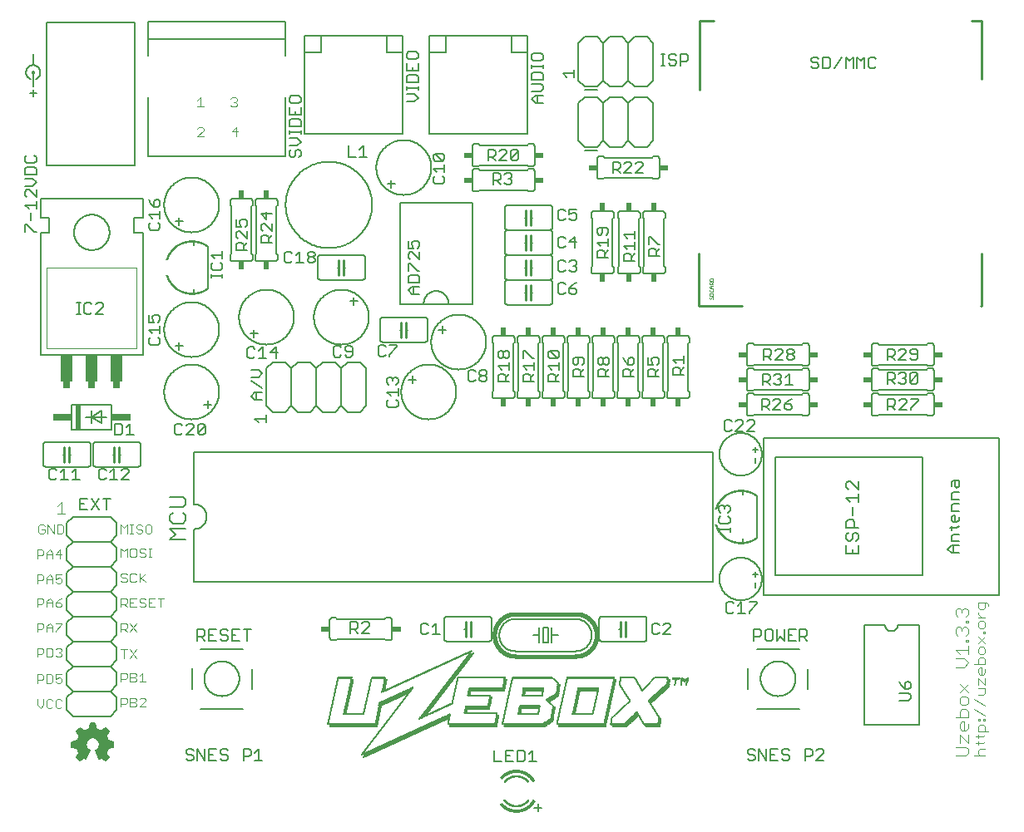
<source format=gto>
G04 EAGLE Gerber RS-274X export*
G75*
%MOMM*%
%FSLAX34Y34*%
%LPD*%
%INSilkscreen Top*%
%IPPOS*%
%AMOC8*
5,1,8,0,0,1.08239X$1,22.5*%
G01*
%ADD10C,0.127000*%
%ADD11C,0.101600*%
%ADD12C,0.203200*%
%ADD13C,0.152400*%
%ADD14R,0.609600X0.863600*%
%ADD15C,0.177800*%
%ADD16C,0.254000*%
%ADD17R,0.863600X0.609600*%
%ADD18R,0.508000X2.540000*%
%ADD19R,1.905000X0.762000*%
%ADD20C,0.406400*%
%ADD21C,0.015238*%
%ADD22C,0.025400*%
%ADD23C,0.076200*%
%ADD24C,0.050800*%
%ADD25R,0.762000X0.635000*%
%ADD26R,1.270000X2.794000*%
%ADD27R,0.038100X0.012700*%
%ADD28R,0.088900X0.012700*%
%ADD29R,0.139700X0.012700*%
%ADD30R,0.165100X0.012700*%
%ADD31R,0.203200X0.012700*%
%ADD32R,0.215900X0.012700*%
%ADD33R,0.241300X0.012700*%
%ADD34R,0.254000X0.012700*%
%ADD35R,0.292100X0.012700*%
%ADD36R,0.304800X0.012700*%
%ADD37R,0.317500X0.012700*%
%ADD38R,0.330200X0.012700*%
%ADD39R,0.355600X0.012700*%
%ADD40R,0.368300X0.012700*%
%ADD41R,0.393700X0.012700*%
%ADD42R,0.406400X0.012700*%
%ADD43R,0.419100X0.012700*%
%ADD44R,0.444500X0.012700*%
%ADD45R,0.457200X0.012700*%
%ADD46R,0.482600X0.012700*%
%ADD47R,0.495300X0.012700*%
%ADD48R,0.520700X0.012700*%
%ADD49R,0.533400X0.012700*%
%ADD50R,0.546100X0.012700*%
%ADD51R,0.558800X0.012700*%
%ADD52R,0.596900X0.012700*%
%ADD53R,0.609600X0.012700*%
%ADD54R,0.622300X0.012700*%
%ADD55R,0.635000X0.012700*%
%ADD56R,0.660400X0.012700*%
%ADD57R,0.685800X0.012700*%
%ADD58R,1.079500X0.012700*%
%ADD59R,1.092200X0.012700*%
%ADD60R,1.104900X0.012700*%
%ADD61R,1.117600X0.012700*%
%ADD62R,0.965200X0.012700*%
%ADD63R,0.977900X0.012700*%
%ADD64R,0.152400X0.012700*%
%ADD65R,1.397000X0.012700*%
%ADD66R,4.851400X0.012700*%
%ADD67R,4.800600X0.012700*%
%ADD68R,4.102100X0.012700*%
%ADD69R,4.762500X0.012700*%
%ADD70R,1.435100X0.012700*%
%ADD71R,4.889500X0.012700*%
%ADD72R,4.838700X0.012700*%
%ADD73R,4.165600X0.012700*%
%ADD74R,4.813300X0.012700*%
%ADD75R,1.460500X0.012700*%
%ADD76R,4.902200X0.012700*%
%ADD77R,4.203700X0.012700*%
%ADD78R,1.473200X0.012700*%
%ADD79R,1.498600X0.012700*%
%ADD80R,4.914900X0.012700*%
%ADD81R,4.864100X0.012700*%
%ADD82R,4.229100X0.012700*%
%ADD83R,1.511300X0.012700*%
%ADD84R,4.927600X0.012700*%
%ADD85R,4.254500X0.012700*%
%ADD86R,4.876800X0.012700*%
%ADD87R,1.524000X0.012700*%
%ADD88R,4.279900X0.012700*%
%ADD89R,1.549400X0.012700*%
%ADD90R,4.292600X0.012700*%
%ADD91R,4.318000X0.012700*%
%ADD92R,1.536700X0.012700*%
%ADD93R,1.562100X0.012700*%
%ADD94R,4.343400X0.012700*%
%ADD95R,1.574800X0.012700*%
%ADD96R,4.368800X0.012700*%
%ADD97R,4.381500X0.012700*%
%ADD98R,1.587500X0.012700*%
%ADD99R,4.394200X0.012700*%
%ADD100R,1.600200X0.012700*%
%ADD101R,1.612900X0.012700*%
%ADD102R,4.406900X0.012700*%
%ADD103R,4.432300X0.012700*%
%ADD104R,1.625600X0.012700*%
%ADD105R,4.445000X0.012700*%
%ADD106R,4.470400X0.012700*%
%ADD107R,1.638300X0.012700*%
%ADD108R,1.841500X0.012700*%
%ADD109R,1.651000X0.012700*%
%ADD110R,5.130800X0.012700*%
%ADD111R,5.067300X0.012700*%
%ADD112R,4.673600X0.012700*%
%ADD113R,1.866900X0.012700*%
%ADD114R,1.701800X0.012700*%
%ADD115R,5.143500X0.012700*%
%ADD116R,5.105400X0.012700*%
%ADD117R,4.711700X0.012700*%
%ADD118R,5.092700X0.012700*%
%ADD119R,1.892300X0.012700*%
%ADD120R,1.727200X0.012700*%
%ADD121R,5.156200X0.012700*%
%ADD122R,5.118100X0.012700*%
%ADD123R,1.905000X0.012700*%
%ADD124R,1.752600X0.012700*%
%ADD125R,4.775200X0.012700*%
%ADD126R,1.930400X0.012700*%
%ADD127R,5.181600X0.012700*%
%ADD128R,1.943100X0.012700*%
%ADD129R,1.765300X0.012700*%
%ADD130R,4.826000X0.012700*%
%ADD131R,1.955800X0.012700*%
%ADD132R,1.778000X0.012700*%
%ADD133R,5.168900X0.012700*%
%ADD134R,1.968500X0.012700*%
%ADD135R,1.803400X0.012700*%
%ADD136R,0.114300X0.012700*%
%ADD137R,1.816100X0.012700*%
%ADD138R,0.127000X0.012700*%
%ADD139R,0.762000X0.012700*%
%ADD140R,0.342900X0.012700*%
%ADD141R,0.381000X0.012700*%
%ADD142R,0.749300X0.012700*%
%ADD143R,0.736600X0.012700*%
%ADD144R,0.711200X0.012700*%
%ADD145R,0.698500X0.012700*%
%ADD146R,0.673100X0.012700*%
%ADD147R,0.647700X0.012700*%
%ADD148R,0.584200X0.012700*%
%ADD149R,0.508000X0.012700*%
%ADD150R,0.050800X0.012700*%
%ADD151R,0.101600X0.012700*%
%ADD152R,0.228600X0.012700*%
%ADD153R,1.054100X0.012700*%
%ADD154R,0.279400X0.012700*%
%ADD155R,1.016000X0.012700*%
%ADD156R,0.266700X0.012700*%
%ADD157R,0.990600X0.012700*%
%ADD158R,0.952500X0.012700*%
%ADD159R,0.927100X0.012700*%
%ADD160R,0.889000X0.012700*%
%ADD161R,0.863600X0.012700*%
%ADD162R,0.850900X0.012700*%
%ADD163R,0.825500X0.012700*%
%ADD164R,0.800100X0.012700*%
%ADD165R,0.190500X0.012700*%
%ADD166R,0.774700X0.012700*%
%ADD167R,0.431800X0.012700*%
%ADD168R,0.723900X0.012700*%
%ADD169R,0.571500X0.012700*%
%ADD170R,0.177800X0.012700*%
%ADD171R,0.469900X0.012700*%
%ADD172R,0.787400X0.012700*%
%ADD173R,2.082800X0.012700*%
%ADD174R,2.108200X0.012700*%
%ADD175R,2.133600X0.012700*%
%ADD176R,2.146300X0.012700*%
%ADD177R,0.025400X0.012700*%
%ADD178R,2.159000X0.012700*%
%ADD179R,3.403600X0.012700*%
%ADD180R,2.171700X0.012700*%
%ADD181R,3.429000X0.012700*%
%ADD182R,3.441700X0.012700*%
%ADD183R,3.454400X0.012700*%
%ADD184R,2.184400X0.012700*%
%ADD185R,3.416300X0.012700*%
%ADD186R,3.390900X0.012700*%
%ADD187R,0.076200X0.012700*%
%ADD188R,0.012700X0.012700*%
%ADD189R,2.565400X0.012700*%
%ADD190R,2.590800X0.012700*%
%ADD191R,2.616200X0.012700*%
%ADD192R,2.603500X0.012700*%
%ADD193R,2.120900X0.012700*%
%ADD194R,2.070100X0.012700*%
%ADD195R,0.812800X0.012700*%
%ADD196R,0.914400X0.012700*%
%ADD197R,0.939800X0.012700*%
%ADD198R,2.032000X0.012700*%
%ADD199R,2.336800X0.012700*%
%ADD200R,2.362200X0.012700*%
%ADD201R,2.374900X0.012700*%
%ADD202R,2.387600X0.012700*%
%ADD203R,2.349500X0.012700*%
%ADD204R,2.324100X0.012700*%
%ADD205R,1.066800X0.012700*%
%ADD206R,1.041400X0.012700*%
%ADD207R,1.028700X0.012700*%
%ADD208R,1.003300X0.012700*%
%ADD209R,0.063500X0.012700*%
%ADD210R,0.901700X0.012700*%
%ADD211R,3.759200X0.012700*%
%ADD212R,3.771900X0.012700*%
%ADD213R,3.784600X0.012700*%
%ADD214R,3.797300X0.012700*%
%ADD215R,2.197100X0.012700*%
%ADD216R,2.209800X0.012700*%
%ADD217R,2.095500X0.012700*%
%ADD218R,2.044700X0.012700*%
%ADD219R,1.485900X0.012700*%
%ADD220R,4.241800X0.012700*%
%ADD221R,1.447800X0.012700*%
%ADD222R,4.216400X0.012700*%
%ADD223R,4.178300X0.012700*%
%ADD224R,1.422400X0.012700*%
%ADD225R,4.140200X0.012700*%
%ADD226R,1.409700X0.012700*%
%ADD227R,4.114800X0.012700*%
%ADD228R,4.787900X0.012700*%
%ADD229R,1.384300X0.012700*%
%ADD230R,1.358900X0.012700*%
%ADD231C,0.200000*%

G36*
X64857Y56521D02*
X64857Y56521D01*
X64912Y56522D01*
X64977Y56546D01*
X65043Y56560D01*
X65112Y56595D01*
X65143Y56607D01*
X65160Y56620D01*
X65192Y56637D01*
X68810Y59049D01*
X69850Y59049D01*
X69910Y59059D01*
X69972Y59059D01*
X70031Y59078D01*
X70093Y59089D01*
X70147Y59117D01*
X70205Y59137D01*
X70255Y59174D01*
X70310Y59204D01*
X70352Y59248D01*
X70401Y59285D01*
X70457Y59358D01*
X70480Y59382D01*
X70486Y59397D01*
X70503Y59418D01*
X74313Y65768D01*
X74313Y65770D01*
X74314Y65771D01*
X74358Y65883D01*
X74404Y65997D01*
X74404Y65999D01*
X74404Y66000D01*
X74410Y66123D01*
X74417Y66243D01*
X74416Y66244D01*
X74416Y66246D01*
X74383Y66365D01*
X74351Y66480D01*
X74350Y66481D01*
X74350Y66483D01*
X74280Y66584D01*
X74213Y66683D01*
X74212Y66684D01*
X74211Y66686D01*
X74082Y66793D01*
X70611Y69107D01*
X70611Y76005D01*
X73975Y79369D01*
X78560Y79369D01*
X83147Y77076D01*
X84277Y71424D01*
X80671Y66617D01*
X80654Y66584D01*
X80630Y66557D01*
X80597Y66476D01*
X80557Y66399D01*
X80551Y66363D01*
X80538Y66329D01*
X80532Y66242D01*
X80519Y66156D01*
X80525Y66120D01*
X80523Y66083D01*
X80558Y65919D01*
X83098Y58299D01*
X83132Y58234D01*
X83158Y58165D01*
X83189Y58126D01*
X83212Y58082D01*
X83266Y58031D01*
X83312Y57973D01*
X83354Y57946D01*
X83390Y57912D01*
X83457Y57881D01*
X83519Y57841D01*
X83568Y57829D01*
X83613Y57807D01*
X83686Y57799D01*
X83758Y57781D01*
X83808Y57785D01*
X83857Y57780D01*
X83930Y57795D01*
X84003Y57801D01*
X84067Y57825D01*
X84098Y57831D01*
X84119Y57844D01*
X84160Y57859D01*
X86305Y58932D01*
X89748Y56637D01*
X89810Y56608D01*
X89867Y56572D01*
X89921Y56558D01*
X89972Y56535D01*
X90040Y56528D01*
X90106Y56511D01*
X90161Y56516D01*
X90216Y56510D01*
X90283Y56525D01*
X90351Y56531D01*
X90402Y56552D01*
X90456Y56565D01*
X90515Y56600D01*
X90577Y56627D01*
X90638Y56676D01*
X90666Y56693D01*
X90680Y56709D01*
X90708Y56732D01*
X93248Y59272D01*
X93288Y59327D01*
X93336Y59376D01*
X93359Y59426D01*
X93392Y59471D01*
X93412Y59537D01*
X93441Y59598D01*
X93448Y59654D01*
X93464Y59707D01*
X93462Y59775D01*
X93471Y59842D01*
X93459Y59897D01*
X93458Y59952D01*
X93434Y60017D01*
X93421Y60083D01*
X93385Y60152D01*
X93373Y60183D01*
X93360Y60200D01*
X93343Y60232D01*
X90978Y63780D01*
X92087Y69323D01*
X97939Y70494D01*
X98003Y70518D01*
X98070Y70532D01*
X98118Y70561D01*
X98170Y70580D01*
X98222Y70623D01*
X98281Y70658D01*
X98317Y70700D01*
X98360Y70736D01*
X98396Y70793D01*
X98441Y70845D01*
X98462Y70897D01*
X98491Y70944D01*
X98507Y71010D01*
X98533Y71073D01*
X98541Y71151D01*
X98549Y71183D01*
X98547Y71204D01*
X98551Y71240D01*
X98551Y75050D01*
X98548Y75070D01*
X98550Y75089D01*
X98528Y75191D01*
X98512Y75293D01*
X98502Y75310D01*
X98498Y75330D01*
X98445Y75419D01*
X98396Y75510D01*
X98382Y75524D01*
X98372Y75541D01*
X98293Y75608D01*
X98218Y75680D01*
X98200Y75688D01*
X98185Y75701D01*
X98089Y75740D01*
X97995Y75783D01*
X97975Y75785D01*
X97957Y75793D01*
X97790Y75811D01*
X93225Y75811D01*
X91004Y81365D01*
X93391Y86140D01*
X93397Y86160D01*
X93408Y86177D01*
X93434Y86277D01*
X93464Y86374D01*
X93463Y86395D01*
X93469Y86416D01*
X93461Y86518D01*
X93458Y86620D01*
X93451Y86640D01*
X93449Y86661D01*
X93409Y86755D01*
X93374Y86852D01*
X93361Y86868D01*
X93353Y86887D01*
X93248Y87018D01*
X90708Y89558D01*
X90636Y89610D01*
X90568Y89669D01*
X90537Y89682D01*
X90509Y89702D01*
X90424Y89728D01*
X90341Y89762D01*
X90306Y89764D01*
X90273Y89774D01*
X90184Y89772D01*
X90095Y89778D01*
X90062Y89769D01*
X90028Y89768D01*
X89944Y89737D01*
X89858Y89714D01*
X89820Y89692D01*
X89797Y89683D01*
X89772Y89664D01*
X89713Y89629D01*
X85010Y86101D01*
X80664Y88274D01*
X79479Y93015D01*
X79459Y93061D01*
X79448Y93110D01*
X79410Y93173D01*
X79381Y93240D01*
X79348Y93278D01*
X79322Y93321D01*
X79266Y93369D01*
X79217Y93423D01*
X79173Y93448D01*
X79135Y93481D01*
X79067Y93508D01*
X79003Y93545D01*
X78953Y93554D01*
X78907Y93573D01*
X78786Y93586D01*
X78761Y93591D01*
X78753Y93590D01*
X78740Y93591D01*
X74930Y93591D01*
X74880Y93583D01*
X74830Y93585D01*
X74760Y93563D01*
X74687Y93552D01*
X74643Y93528D01*
X74595Y93513D01*
X74535Y93471D01*
X74470Y93436D01*
X74435Y93400D01*
X74394Y93371D01*
X74351Y93311D01*
X74301Y93258D01*
X74279Y93213D01*
X74250Y93172D01*
X74208Y93058D01*
X74197Y93035D01*
X74196Y93027D01*
X74191Y93015D01*
X73006Y88274D01*
X68730Y86136D01*
X65308Y89558D01*
X65253Y89598D01*
X65204Y89646D01*
X65154Y89669D01*
X65109Y89702D01*
X65044Y89722D01*
X64982Y89751D01*
X64927Y89758D01*
X64873Y89774D01*
X64805Y89772D01*
X64738Y89781D01*
X64683Y89769D01*
X64628Y89768D01*
X64563Y89744D01*
X64497Y89731D01*
X64428Y89695D01*
X64397Y89683D01*
X64380Y89670D01*
X64348Y89653D01*
X60538Y87113D01*
X60508Y87085D01*
X60472Y87065D01*
X60418Y87002D01*
X60358Y86946D01*
X60338Y86910D01*
X60311Y86878D01*
X60280Y86802D01*
X60241Y86729D01*
X60234Y86689D01*
X60218Y86651D01*
X60213Y86568D01*
X60199Y86487D01*
X60205Y86446D01*
X60202Y86405D01*
X60224Y86326D01*
X60236Y86244D01*
X60255Y86207D01*
X60266Y86168D01*
X60347Y86030D01*
X60349Y86025D01*
X60350Y86025D01*
X60351Y86023D01*
X63904Y81286D01*
X61715Y75811D01*
X57150Y75811D01*
X57130Y75808D01*
X57111Y75810D01*
X57009Y75788D01*
X56907Y75772D01*
X56890Y75762D01*
X56870Y75758D01*
X56781Y75705D01*
X56690Y75656D01*
X56676Y75642D01*
X56659Y75632D01*
X56592Y75553D01*
X56521Y75478D01*
X56512Y75460D01*
X56499Y75445D01*
X56460Y75349D01*
X56417Y75255D01*
X56415Y75235D01*
X56407Y75217D01*
X56389Y75050D01*
X56389Y71240D01*
X56397Y71190D01*
X56395Y71140D01*
X56417Y71070D01*
X56429Y70997D01*
X56452Y70953D01*
X56467Y70905D01*
X56509Y70845D01*
X56544Y70780D01*
X56580Y70745D01*
X56609Y70704D01*
X56669Y70661D01*
X56722Y70611D01*
X56767Y70589D01*
X56808Y70560D01*
X56922Y70518D01*
X56945Y70507D01*
X56953Y70506D01*
X56965Y70501D01*
X61668Y69326D01*
X63914Y63709D01*
X61597Y60232D01*
X61568Y60170D01*
X61532Y60113D01*
X61518Y60059D01*
X61495Y60008D01*
X61488Y59940D01*
X61471Y59874D01*
X61476Y59819D01*
X61470Y59764D01*
X61485Y59697D01*
X61491Y59629D01*
X61512Y59578D01*
X61525Y59524D01*
X61560Y59465D01*
X61587Y59403D01*
X61636Y59342D01*
X61653Y59314D01*
X61669Y59300D01*
X61692Y59272D01*
X64232Y56732D01*
X64287Y56692D01*
X64336Y56644D01*
X64386Y56621D01*
X64431Y56588D01*
X64497Y56568D01*
X64558Y56539D01*
X64614Y56532D01*
X64667Y56516D01*
X64735Y56518D01*
X64802Y56509D01*
X64857Y56521D01*
G37*
D10*
X8245Y594995D02*
X8245Y602622D01*
X10152Y602622D01*
X17778Y594995D01*
X19685Y594995D01*
X13965Y606689D02*
X13965Y614315D01*
X12059Y618383D02*
X8245Y622196D01*
X19685Y622196D01*
X19685Y618383D02*
X19685Y626009D01*
X19685Y630077D02*
X19685Y637703D01*
X19685Y630077D02*
X12059Y637703D01*
X10152Y637703D01*
X8245Y635797D01*
X8245Y631984D01*
X10152Y630077D01*
X8245Y641771D02*
X15872Y641771D01*
X19685Y645584D01*
X15872Y649397D01*
X8245Y649397D01*
X8245Y653465D02*
X19685Y653465D01*
X19685Y659185D01*
X17778Y661091D01*
X10152Y661091D01*
X8245Y659185D01*
X8245Y653465D01*
X8245Y670879D02*
X10152Y672785D01*
X8245Y670879D02*
X8245Y667065D01*
X10152Y665159D01*
X17778Y665159D01*
X19685Y667065D01*
X19685Y670879D01*
X17778Y672785D01*
D11*
X955217Y61468D02*
X966021Y61468D01*
X968182Y63629D01*
X968182Y67951D01*
X966021Y70111D01*
X955217Y70111D01*
X959539Y74331D02*
X959539Y82975D01*
X968182Y74331D01*
X968182Y82975D01*
X968182Y89356D02*
X968182Y93677D01*
X968182Y89356D02*
X966021Y87195D01*
X961699Y87195D01*
X959539Y89356D01*
X959539Y93677D01*
X961699Y95838D01*
X963860Y95838D01*
X963860Y87195D01*
X968182Y100058D02*
X955217Y100058D01*
X968182Y100058D02*
X968182Y106541D01*
X966021Y108702D01*
X961699Y108702D01*
X959539Y106541D01*
X959539Y100058D01*
X968182Y115082D02*
X968182Y119404D01*
X966021Y121565D01*
X961699Y121565D01*
X959539Y119404D01*
X959539Y115082D01*
X961699Y112922D01*
X966021Y112922D01*
X968182Y115082D01*
X959539Y125785D02*
X968182Y134428D01*
X968182Y125785D02*
X959539Y134428D01*
X963860Y151512D02*
X955217Y151512D01*
X963860Y151512D02*
X968182Y155833D01*
X963860Y160155D01*
X955217Y160155D01*
X959539Y164375D02*
X955217Y168697D01*
X968182Y168697D01*
X968182Y173018D02*
X968182Y164375D01*
X968182Y177238D02*
X966021Y177238D01*
X966021Y179399D01*
X968182Y179399D01*
X968182Y177238D01*
X957378Y183670D02*
X955217Y185831D01*
X955217Y190153D01*
X957378Y192313D01*
X959539Y192313D01*
X961699Y190153D01*
X961699Y187992D01*
X961699Y190153D02*
X963860Y192313D01*
X966021Y192313D01*
X968182Y190153D01*
X968182Y185831D01*
X966021Y183670D01*
X966021Y196533D02*
X968182Y196533D01*
X966021Y196533D02*
X966021Y198694D01*
X968182Y198694D01*
X968182Y196533D01*
X957378Y202965D02*
X955217Y205126D01*
X955217Y209448D01*
X957378Y211609D01*
X959539Y211609D01*
X961699Y209448D01*
X961699Y207287D01*
X961699Y209448D02*
X963860Y211609D01*
X966021Y211609D01*
X968182Y209448D01*
X968182Y205126D01*
X966021Y202965D01*
X45046Y319542D02*
X41148Y315644D01*
X45046Y319542D02*
X45046Y307848D01*
X41148Y307848D02*
X48944Y307848D01*
D10*
X241925Y404498D02*
X245739Y400685D01*
X241925Y404498D02*
X253365Y404498D01*
X253365Y400685D02*
X253365Y408312D01*
X814075Y772805D02*
X815982Y770898D01*
X814075Y772805D02*
X810262Y772805D01*
X808355Y770898D01*
X808355Y768992D01*
X810262Y767085D01*
X814075Y767085D01*
X815982Y765178D01*
X815982Y763272D01*
X814075Y761365D01*
X810262Y761365D01*
X808355Y763272D01*
X820049Y761365D02*
X820049Y772805D01*
X820049Y761365D02*
X825769Y761365D01*
X827675Y763272D01*
X827675Y770898D01*
X825769Y772805D01*
X820049Y772805D01*
X831743Y761365D02*
X839369Y772805D01*
X843437Y772805D02*
X843437Y761365D01*
X847250Y768992D02*
X843437Y772805D01*
X847250Y768992D02*
X851063Y772805D01*
X851063Y761365D01*
X855131Y761365D02*
X855131Y772805D01*
X858944Y768992D01*
X862757Y772805D01*
X862757Y761365D01*
X872545Y772805D02*
X874451Y770898D01*
X872545Y772805D02*
X868731Y772805D01*
X866825Y770898D01*
X866825Y763272D01*
X868731Y761365D01*
X872545Y761365D01*
X874451Y763272D01*
D11*
X28199Y295155D02*
X26674Y296680D01*
X23623Y296680D01*
X22098Y295155D01*
X22098Y289053D01*
X23623Y287528D01*
X26674Y287528D01*
X28199Y289053D01*
X28199Y292104D01*
X25149Y292104D01*
X31453Y287528D02*
X31453Y296680D01*
X37554Y287528D01*
X37554Y296680D01*
X40808Y296680D02*
X40808Y287528D01*
X45384Y287528D01*
X46910Y289053D01*
X46910Y295155D01*
X45384Y296680D01*
X40808Y296680D01*
X20828Y118880D02*
X20828Y112779D01*
X23879Y109728D01*
X26929Y112779D01*
X26929Y118880D01*
X34759Y118880D02*
X36284Y117355D01*
X34759Y118880D02*
X31708Y118880D01*
X30183Y117355D01*
X30183Y111253D01*
X31708Y109728D01*
X34759Y109728D01*
X36284Y111253D01*
X44114Y118880D02*
X45640Y117355D01*
X44114Y118880D02*
X41064Y118880D01*
X39538Y117355D01*
X39538Y111253D01*
X41064Y109728D01*
X44114Y109728D01*
X45640Y111253D01*
X105918Y287528D02*
X105918Y296680D01*
X108969Y293629D01*
X112019Y296680D01*
X112019Y287528D01*
X115273Y287528D02*
X118324Y287528D01*
X116798Y287528D02*
X116798Y296680D01*
X115273Y296680D02*
X118324Y296680D01*
X126086Y296680D02*
X127611Y295155D01*
X126086Y296680D02*
X123035Y296680D01*
X121510Y295155D01*
X121510Y293629D01*
X123035Y292104D01*
X126086Y292104D01*
X127611Y290579D01*
X127611Y289053D01*
X126086Y287528D01*
X123035Y287528D01*
X121510Y289053D01*
X132390Y296680D02*
X135441Y296680D01*
X132390Y296680D02*
X130865Y295155D01*
X130865Y289053D01*
X132390Y287528D01*
X135441Y287528D01*
X136966Y289053D01*
X136966Y295155D01*
X135441Y296680D01*
X105918Y272550D02*
X105918Y263398D01*
X108969Y269499D02*
X105918Y272550D01*
X108969Y269499D02*
X112019Y272550D01*
X112019Y263398D01*
X116798Y272550D02*
X119849Y272550D01*
X116798Y272550D02*
X115273Y271025D01*
X115273Y264923D01*
X116798Y263398D01*
X119849Y263398D01*
X121374Y264923D01*
X121374Y271025D01*
X119849Y272550D01*
X129204Y272550D02*
X130730Y271025D01*
X129204Y272550D02*
X126154Y272550D01*
X124628Y271025D01*
X124628Y269499D01*
X126154Y267974D01*
X129204Y267974D01*
X130730Y266449D01*
X130730Y264923D01*
X129204Y263398D01*
X126154Y263398D01*
X124628Y264923D01*
X133984Y263398D02*
X137034Y263398D01*
X135509Y263398D02*
X135509Y272550D01*
X133984Y272550D02*
X137034Y272550D01*
X110494Y247150D02*
X112019Y245625D01*
X110494Y247150D02*
X107443Y247150D01*
X105918Y245625D01*
X105918Y244099D01*
X107443Y242574D01*
X110494Y242574D01*
X112019Y241049D01*
X112019Y239523D01*
X110494Y237998D01*
X107443Y237998D01*
X105918Y239523D01*
X119849Y247150D02*
X121374Y245625D01*
X119849Y247150D02*
X116798Y247150D01*
X115273Y245625D01*
X115273Y239523D01*
X116798Y237998D01*
X119849Y237998D01*
X121374Y239523D01*
X124628Y237998D02*
X124628Y247150D01*
X124628Y241049D02*
X130730Y247150D01*
X126154Y242574D02*
X130730Y237998D01*
X105918Y221750D02*
X105918Y212598D01*
X105918Y221750D02*
X110494Y221750D01*
X112019Y220225D01*
X112019Y217174D01*
X110494Y215649D01*
X105918Y215649D01*
X108969Y215649D02*
X112019Y212598D01*
X115273Y221750D02*
X121374Y221750D01*
X115273Y221750D02*
X115273Y212598D01*
X121374Y212598D01*
X118324Y217174D02*
X115273Y217174D01*
X129204Y221750D02*
X130730Y220225D01*
X129204Y221750D02*
X126154Y221750D01*
X124628Y220225D01*
X124628Y218699D01*
X126154Y217174D01*
X129204Y217174D01*
X130730Y215649D01*
X130730Y214123D01*
X129204Y212598D01*
X126154Y212598D01*
X124628Y214123D01*
X133984Y221750D02*
X140085Y221750D01*
X133984Y221750D02*
X133984Y212598D01*
X140085Y212598D01*
X137034Y217174D02*
X133984Y217174D01*
X146389Y212598D02*
X146389Y221750D01*
X143339Y221750D02*
X149440Y221750D01*
X105918Y196350D02*
X105918Y187198D01*
X105918Y196350D02*
X110494Y196350D01*
X112019Y194825D01*
X112019Y191774D01*
X110494Y190249D01*
X105918Y190249D01*
X108969Y190249D02*
X112019Y187198D01*
X121374Y187198D02*
X115273Y196350D01*
X121374Y196350D02*
X115273Y187198D01*
X108969Y169680D02*
X108969Y160528D01*
X112019Y169680D02*
X105918Y169680D01*
X115273Y169680D02*
X121374Y160528D01*
X115273Y160528D02*
X121374Y169680D01*
X105918Y145550D02*
X105918Y136398D01*
X105918Y145550D02*
X110494Y145550D01*
X112019Y144025D01*
X112019Y140974D01*
X110494Y139449D01*
X105918Y139449D01*
X115273Y136398D02*
X115273Y145550D01*
X119849Y145550D01*
X121374Y144025D01*
X121374Y142499D01*
X119849Y140974D01*
X121374Y139449D01*
X121374Y137923D01*
X119849Y136398D01*
X115273Y136398D01*
X115273Y140974D02*
X119849Y140974D01*
X124628Y142499D02*
X127679Y145550D01*
X127679Y136398D01*
X124628Y136398D02*
X130730Y136398D01*
X105918Y120150D02*
X105918Y110998D01*
X105918Y120150D02*
X110494Y120150D01*
X112019Y118625D01*
X112019Y115574D01*
X110494Y114049D01*
X105918Y114049D01*
X115273Y110998D02*
X115273Y120150D01*
X119849Y120150D01*
X121374Y118625D01*
X121374Y117099D01*
X119849Y115574D01*
X121374Y114049D01*
X121374Y112523D01*
X119849Y110998D01*
X115273Y110998D01*
X115273Y115574D02*
X119849Y115574D01*
X124628Y110998D02*
X130730Y110998D01*
X130730Y117099D02*
X124628Y110998D01*
X130730Y117099D02*
X130730Y118625D01*
X129204Y120150D01*
X126154Y120150D01*
X124628Y118625D01*
X20828Y135128D02*
X20828Y144280D01*
X25404Y144280D01*
X26929Y142755D01*
X26929Y139704D01*
X25404Y138179D01*
X20828Y138179D01*
X30183Y135128D02*
X30183Y144280D01*
X30183Y135128D02*
X34759Y135128D01*
X36284Y136653D01*
X36284Y142755D01*
X34759Y144280D01*
X30183Y144280D01*
X39538Y144280D02*
X45640Y144280D01*
X39538Y144280D02*
X39538Y139704D01*
X42589Y141229D01*
X44114Y141229D01*
X45640Y139704D01*
X45640Y136653D01*
X44114Y135128D01*
X41064Y135128D01*
X39538Y136653D01*
X20828Y161798D02*
X20828Y170950D01*
X25404Y170950D01*
X26929Y169425D01*
X26929Y166374D01*
X25404Y164849D01*
X20828Y164849D01*
X30183Y161798D02*
X30183Y170950D01*
X30183Y161798D02*
X34759Y161798D01*
X36284Y163323D01*
X36284Y169425D01*
X34759Y170950D01*
X30183Y170950D01*
X39538Y169425D02*
X41064Y170950D01*
X44114Y170950D01*
X45640Y169425D01*
X45640Y167899D01*
X44114Y166374D01*
X42589Y166374D01*
X44114Y166374D02*
X45640Y164849D01*
X45640Y163323D01*
X44114Y161798D01*
X41064Y161798D01*
X39538Y163323D01*
X20828Y187198D02*
X20828Y196350D01*
X25404Y196350D01*
X26929Y194825D01*
X26929Y191774D01*
X25404Y190249D01*
X20828Y190249D01*
X30183Y187198D02*
X30183Y193299D01*
X33234Y196350D01*
X36284Y193299D01*
X36284Y187198D01*
X36284Y191774D02*
X30183Y191774D01*
X39538Y196350D02*
X45640Y196350D01*
X45640Y194825D01*
X39538Y188723D01*
X39538Y187198D01*
X20828Y212598D02*
X20828Y221750D01*
X25404Y221750D01*
X26929Y220225D01*
X26929Y217174D01*
X25404Y215649D01*
X20828Y215649D01*
X30183Y212598D02*
X30183Y218699D01*
X33234Y221750D01*
X36284Y218699D01*
X36284Y212598D01*
X36284Y217174D02*
X30183Y217174D01*
X42589Y220225D02*
X45640Y221750D01*
X42589Y220225D02*
X39538Y217174D01*
X39538Y214123D01*
X41064Y212598D01*
X44114Y212598D01*
X45640Y214123D01*
X45640Y215649D01*
X44114Y217174D01*
X39538Y217174D01*
X20828Y236728D02*
X20828Y245880D01*
X25404Y245880D01*
X26929Y244355D01*
X26929Y241304D01*
X25404Y239779D01*
X20828Y239779D01*
X30183Y236728D02*
X30183Y242829D01*
X33234Y245880D01*
X36284Y242829D01*
X36284Y236728D01*
X36284Y241304D02*
X30183Y241304D01*
X39538Y245880D02*
X45640Y245880D01*
X39538Y245880D02*
X39538Y241304D01*
X42589Y242829D01*
X44114Y242829D01*
X45640Y241304D01*
X45640Y238253D01*
X44114Y236728D01*
X41064Y236728D01*
X39538Y238253D01*
X20828Y262128D02*
X20828Y271280D01*
X25404Y271280D01*
X26929Y269755D01*
X26929Y266704D01*
X25404Y265179D01*
X20828Y265179D01*
X30183Y262128D02*
X30183Y268229D01*
X33234Y271280D01*
X36284Y268229D01*
X36284Y262128D01*
X36284Y266704D02*
X30183Y266704D01*
X44114Y262128D02*
X44114Y271280D01*
X39538Y266704D01*
X45640Y266704D01*
D10*
X177805Y67955D02*
X179712Y66048D01*
X177805Y67955D02*
X173992Y67955D01*
X172085Y66048D01*
X172085Y64142D01*
X173992Y62235D01*
X177805Y62235D01*
X179712Y60328D01*
X179712Y58422D01*
X177805Y56515D01*
X173992Y56515D01*
X172085Y58422D01*
X183779Y56515D02*
X183779Y67955D01*
X191405Y56515D01*
X191405Y67955D01*
X195473Y67955D02*
X203099Y67955D01*
X195473Y67955D02*
X195473Y56515D01*
X203099Y56515D01*
X199286Y62235D02*
X195473Y62235D01*
X212887Y67955D02*
X214793Y66048D01*
X212887Y67955D02*
X209074Y67955D01*
X207167Y66048D01*
X207167Y64142D01*
X209074Y62235D01*
X212887Y62235D01*
X214793Y60328D01*
X214793Y58422D01*
X212887Y56515D01*
X209074Y56515D01*
X207167Y58422D01*
X230555Y56515D02*
X230555Y67955D01*
X236275Y67955D01*
X238181Y66048D01*
X238181Y62235D01*
X236275Y60328D01*
X230555Y60328D01*
X242249Y64142D02*
X246062Y67955D01*
X246062Y56515D01*
X242249Y56515D02*
X249875Y56515D01*
X749305Y67955D02*
X751212Y66048D01*
X749305Y67955D02*
X745492Y67955D01*
X743585Y66048D01*
X743585Y64142D01*
X745492Y62235D01*
X749305Y62235D01*
X751212Y60328D01*
X751212Y58422D01*
X749305Y56515D01*
X745492Y56515D01*
X743585Y58422D01*
X755279Y56515D02*
X755279Y67955D01*
X762905Y56515D01*
X762905Y67955D01*
X766973Y67955D02*
X774599Y67955D01*
X766973Y67955D02*
X766973Y56515D01*
X774599Y56515D01*
X770786Y62235D02*
X766973Y62235D01*
X784387Y67955D02*
X786293Y66048D01*
X784387Y67955D02*
X780574Y67955D01*
X778667Y66048D01*
X778667Y64142D01*
X780574Y62235D01*
X784387Y62235D01*
X786293Y60328D01*
X786293Y58422D01*
X784387Y56515D01*
X780574Y56515D01*
X778667Y58422D01*
X802055Y56515D02*
X802055Y67955D01*
X807775Y67955D01*
X809681Y66048D01*
X809681Y62235D01*
X807775Y60328D01*
X802055Y60328D01*
X813749Y56515D02*
X821375Y56515D01*
X813749Y56515D02*
X821375Y64142D01*
X821375Y66048D01*
X819469Y67955D01*
X815655Y67955D01*
X813749Y66048D01*
X245739Y400685D02*
X241925Y404498D01*
X253365Y404498D01*
X253365Y400685D02*
X253365Y408312D01*
X559429Y752475D02*
X555615Y756288D01*
X567055Y756288D01*
X567055Y752475D02*
X567055Y760102D01*
D11*
X974589Y61468D02*
X985012Y61468D01*
X979801Y61468D02*
X978063Y63205D01*
X978063Y66679D01*
X979801Y68417D01*
X985012Y68417D01*
X983275Y73730D02*
X976326Y73730D01*
X983275Y73730D02*
X985012Y75467D01*
X978063Y75467D02*
X978063Y71993D01*
X976326Y80746D02*
X983275Y80746D01*
X985012Y82483D01*
X978063Y82483D02*
X978063Y79009D01*
X978063Y86025D02*
X988486Y86025D01*
X978063Y86025D02*
X978063Y91237D01*
X979801Y92974D01*
X983275Y92974D01*
X985012Y91237D01*
X985012Y86025D01*
X978063Y96550D02*
X978063Y98287D01*
X979801Y98287D01*
X979801Y96550D01*
X978063Y96550D01*
X983275Y96550D02*
X983275Y98287D01*
X985012Y98287D01*
X985012Y96550D01*
X983275Y96550D01*
X985012Y101812D02*
X974589Y108761D01*
X974589Y119285D02*
X985012Y112337D01*
X983275Y122861D02*
X978063Y122861D01*
X983275Y122861D02*
X985012Y124599D01*
X985012Y129810D01*
X978063Y129810D01*
X978063Y133386D02*
X978063Y140335D01*
X985012Y133386D01*
X985012Y140335D01*
X985012Y145648D02*
X985012Y149122D01*
X985012Y145648D02*
X983275Y143911D01*
X979801Y143911D01*
X978063Y145648D01*
X978063Y149122D01*
X979801Y150859D01*
X981538Y150859D01*
X981538Y143911D01*
X985012Y154435D02*
X974589Y154435D01*
X985012Y154435D02*
X985012Y159647D01*
X983275Y161384D01*
X979801Y161384D01*
X978063Y159647D01*
X978063Y154435D01*
X985012Y166697D02*
X985012Y170171D01*
X983275Y171908D01*
X979801Y171908D01*
X978063Y170171D01*
X978063Y166697D01*
X979801Y164960D01*
X983275Y164960D01*
X985012Y166697D01*
X978063Y175484D02*
X985012Y182433D01*
X985012Y175484D02*
X978063Y182433D01*
X983275Y186009D02*
X985012Y186009D01*
X983275Y186009D02*
X983275Y187746D01*
X985012Y187746D01*
X985012Y186009D01*
X985012Y193008D02*
X985012Y196483D01*
X983275Y198220D01*
X979801Y198220D01*
X978063Y196483D01*
X978063Y193008D01*
X979801Y191271D01*
X983275Y191271D01*
X985012Y193008D01*
X985012Y201796D02*
X978063Y201796D01*
X978063Y205270D02*
X981538Y201796D01*
X978063Y205270D02*
X978063Y207007D01*
X988486Y214041D02*
X988486Y215778D01*
X986749Y217515D01*
X978063Y217515D01*
X978063Y212303D01*
X979801Y210566D01*
X983275Y210566D01*
X985012Y212303D01*
X985012Y217515D01*
D12*
X463720Y520870D02*
X463720Y624670D01*
X463720Y520870D02*
X458720Y520870D01*
X389720Y520870D01*
X389720Y624670D01*
X458720Y624670D01*
X463720Y624670D01*
D10*
X439420Y521970D02*
X439416Y522279D01*
X439405Y522588D01*
X439386Y522897D01*
X439360Y523205D01*
X439326Y523513D01*
X439285Y523819D01*
X439236Y524125D01*
X439180Y524429D01*
X439116Y524731D01*
X439045Y525032D01*
X438967Y525332D01*
X438882Y525629D01*
X438789Y525924D01*
X438689Y526217D01*
X438582Y526507D01*
X438468Y526794D01*
X438347Y527079D01*
X438219Y527361D01*
X438085Y527639D01*
X437943Y527914D01*
X437795Y528186D01*
X437640Y528453D01*
X437479Y528717D01*
X437312Y528977D01*
X437138Y529233D01*
X436958Y529485D01*
X436772Y529732D01*
X436580Y529974D01*
X436382Y530212D01*
X436179Y530445D01*
X435969Y530673D01*
X435755Y530895D01*
X435535Y531113D01*
X435309Y531325D01*
X435079Y531531D01*
X434844Y531732D01*
X434604Y531927D01*
X434359Y532116D01*
X434110Y532299D01*
X433856Y532476D01*
X433598Y532646D01*
X433336Y532811D01*
X433070Y532969D01*
X432800Y533120D01*
X432527Y533265D01*
X432250Y533403D01*
X431970Y533534D01*
X431687Y533658D01*
X431401Y533776D01*
X431112Y533886D01*
X430821Y533990D01*
X430527Y534086D01*
X430231Y534175D01*
X429932Y534257D01*
X429632Y534332D01*
X429330Y534399D01*
X429027Y534459D01*
X428722Y534511D01*
X428416Y534556D01*
X428109Y534594D01*
X427801Y534624D01*
X427493Y534646D01*
X427184Y534662D01*
X426875Y534669D01*
X426565Y534669D01*
X426256Y534662D01*
X425947Y534646D01*
X425639Y534624D01*
X425331Y534594D01*
X425024Y534556D01*
X424718Y534511D01*
X424413Y534459D01*
X424110Y534399D01*
X423808Y534332D01*
X423508Y534257D01*
X423209Y534175D01*
X422913Y534086D01*
X422619Y533990D01*
X422328Y533886D01*
X422039Y533776D01*
X421753Y533658D01*
X421470Y533534D01*
X421190Y533403D01*
X420913Y533265D01*
X420640Y533120D01*
X420370Y532969D01*
X420104Y532811D01*
X419842Y532646D01*
X419584Y532476D01*
X419330Y532299D01*
X419081Y532116D01*
X418836Y531927D01*
X418596Y531732D01*
X418361Y531531D01*
X418131Y531325D01*
X417905Y531113D01*
X417685Y530895D01*
X417471Y530673D01*
X417261Y530445D01*
X417058Y530212D01*
X416860Y529974D01*
X416668Y529732D01*
X416482Y529485D01*
X416302Y529233D01*
X416128Y528977D01*
X415961Y528717D01*
X415800Y528453D01*
X415645Y528186D01*
X415497Y527914D01*
X415355Y527639D01*
X415221Y527361D01*
X415093Y527079D01*
X414972Y526794D01*
X414858Y526507D01*
X414751Y526217D01*
X414651Y525924D01*
X414558Y525629D01*
X414473Y525332D01*
X414395Y525032D01*
X414324Y524731D01*
X414260Y524429D01*
X414204Y524125D01*
X414155Y523819D01*
X414114Y523513D01*
X414080Y523205D01*
X414054Y522897D01*
X414035Y522588D01*
X414024Y522279D01*
X414020Y521970D01*
X409575Y531495D02*
X401949Y531495D01*
X398135Y535308D01*
X401949Y539122D01*
X409575Y539122D01*
X403855Y539122D02*
X403855Y531495D01*
X398135Y543189D02*
X409575Y543189D01*
X409575Y548909D01*
X407668Y550815D01*
X400042Y550815D01*
X398135Y548909D01*
X398135Y543189D01*
X398135Y554883D02*
X398135Y562509D01*
X400042Y562509D01*
X407668Y554883D01*
X409575Y554883D01*
X409575Y566577D02*
X409575Y574203D01*
X409575Y566577D02*
X401949Y574203D01*
X400042Y574203D01*
X398135Y572297D01*
X398135Y568484D01*
X400042Y566577D01*
X398135Y578271D02*
X398135Y585897D01*
X398135Y578271D02*
X403855Y578271D01*
X401949Y582084D01*
X401949Y583991D01*
X403855Y585897D01*
X407668Y585897D01*
X409575Y583991D01*
X409575Y580178D01*
X407668Y578271D01*
D13*
X610870Y427990D02*
X610872Y427890D01*
X610878Y427791D01*
X610888Y427691D01*
X610901Y427593D01*
X610919Y427494D01*
X610940Y427397D01*
X610965Y427301D01*
X610994Y427205D01*
X611027Y427111D01*
X611063Y427018D01*
X611103Y426927D01*
X611147Y426837D01*
X611194Y426749D01*
X611244Y426663D01*
X611298Y426579D01*
X611355Y426497D01*
X611415Y426418D01*
X611479Y426340D01*
X611545Y426266D01*
X611614Y426194D01*
X611686Y426125D01*
X611760Y426059D01*
X611838Y425995D01*
X611917Y425935D01*
X611999Y425878D01*
X612083Y425824D01*
X612169Y425774D01*
X612257Y425727D01*
X612347Y425683D01*
X612438Y425643D01*
X612531Y425607D01*
X612625Y425574D01*
X612721Y425545D01*
X612817Y425520D01*
X612914Y425499D01*
X613013Y425481D01*
X613111Y425468D01*
X613211Y425458D01*
X613310Y425452D01*
X613410Y425450D01*
X631190Y425450D02*
X631290Y425452D01*
X631389Y425458D01*
X631489Y425468D01*
X631587Y425481D01*
X631686Y425499D01*
X631783Y425520D01*
X631879Y425545D01*
X631975Y425574D01*
X632069Y425607D01*
X632162Y425643D01*
X632253Y425683D01*
X632343Y425727D01*
X632431Y425774D01*
X632517Y425824D01*
X632601Y425878D01*
X632683Y425935D01*
X632762Y425995D01*
X632840Y426059D01*
X632914Y426125D01*
X632986Y426194D01*
X633055Y426266D01*
X633121Y426340D01*
X633185Y426418D01*
X633245Y426497D01*
X633302Y426579D01*
X633356Y426663D01*
X633406Y426749D01*
X633453Y426837D01*
X633497Y426927D01*
X633537Y427018D01*
X633573Y427111D01*
X633606Y427205D01*
X633635Y427301D01*
X633660Y427397D01*
X633681Y427494D01*
X633699Y427593D01*
X633712Y427691D01*
X633722Y427791D01*
X633728Y427890D01*
X633730Y427990D01*
X633730Y486410D02*
X633728Y486510D01*
X633722Y486609D01*
X633712Y486709D01*
X633699Y486807D01*
X633681Y486906D01*
X633660Y487003D01*
X633635Y487099D01*
X633606Y487195D01*
X633573Y487289D01*
X633537Y487382D01*
X633497Y487473D01*
X633453Y487563D01*
X633406Y487651D01*
X633356Y487737D01*
X633302Y487821D01*
X633245Y487903D01*
X633185Y487982D01*
X633121Y488060D01*
X633055Y488134D01*
X632986Y488206D01*
X632914Y488275D01*
X632840Y488341D01*
X632762Y488405D01*
X632683Y488465D01*
X632601Y488522D01*
X632517Y488576D01*
X632431Y488626D01*
X632343Y488673D01*
X632253Y488717D01*
X632162Y488757D01*
X632069Y488793D01*
X631975Y488826D01*
X631879Y488855D01*
X631783Y488880D01*
X631686Y488901D01*
X631587Y488919D01*
X631489Y488932D01*
X631389Y488942D01*
X631290Y488948D01*
X631190Y488950D01*
X613410Y488950D02*
X613310Y488948D01*
X613211Y488942D01*
X613111Y488932D01*
X613013Y488919D01*
X612914Y488901D01*
X612817Y488880D01*
X612721Y488855D01*
X612625Y488826D01*
X612531Y488793D01*
X612438Y488757D01*
X612347Y488717D01*
X612257Y488673D01*
X612169Y488626D01*
X612083Y488576D01*
X611999Y488522D01*
X611917Y488465D01*
X611838Y488405D01*
X611760Y488341D01*
X611686Y488275D01*
X611614Y488206D01*
X611545Y488134D01*
X611479Y488060D01*
X611415Y487982D01*
X611355Y487903D01*
X611298Y487821D01*
X611244Y487737D01*
X611194Y487651D01*
X611147Y487563D01*
X611103Y487473D01*
X611063Y487382D01*
X611027Y487289D01*
X610994Y487195D01*
X610965Y487099D01*
X610940Y487003D01*
X610919Y486906D01*
X610901Y486807D01*
X610888Y486709D01*
X610878Y486609D01*
X610872Y486510D01*
X610870Y486410D01*
X613410Y425450D02*
X631190Y425450D01*
X610870Y427990D02*
X610870Y431800D01*
X612140Y433070D01*
X633730Y431800D02*
X633730Y427990D01*
X633730Y431800D02*
X632460Y433070D01*
X612140Y481330D02*
X610870Y482600D01*
X612140Y481330D02*
X612140Y433070D01*
X632460Y481330D02*
X633730Y482600D01*
X632460Y481330D02*
X632460Y433070D01*
X610870Y482600D02*
X610870Y486410D01*
X633730Y486410D02*
X633730Y482600D01*
X631190Y488950D02*
X613410Y488950D01*
D14*
X622300Y493268D03*
X622300Y421132D03*
D10*
X628015Y447675D02*
X616575Y447675D01*
X616575Y453395D01*
X618482Y455302D01*
X622295Y455302D01*
X624202Y453395D01*
X624202Y447675D01*
X624202Y451488D02*
X628015Y455302D01*
X618482Y463182D02*
X616575Y466995D01*
X618482Y463182D02*
X622295Y459369D01*
X626108Y459369D01*
X628015Y461276D01*
X628015Y465089D01*
X626108Y466995D01*
X624202Y466995D01*
X622295Y465089D01*
X622295Y459369D01*
D13*
X636270Y427990D02*
X636272Y427890D01*
X636278Y427791D01*
X636288Y427691D01*
X636301Y427593D01*
X636319Y427494D01*
X636340Y427397D01*
X636365Y427301D01*
X636394Y427205D01*
X636427Y427111D01*
X636463Y427018D01*
X636503Y426927D01*
X636547Y426837D01*
X636594Y426749D01*
X636644Y426663D01*
X636698Y426579D01*
X636755Y426497D01*
X636815Y426418D01*
X636879Y426340D01*
X636945Y426266D01*
X637014Y426194D01*
X637086Y426125D01*
X637160Y426059D01*
X637238Y425995D01*
X637317Y425935D01*
X637399Y425878D01*
X637483Y425824D01*
X637569Y425774D01*
X637657Y425727D01*
X637747Y425683D01*
X637838Y425643D01*
X637931Y425607D01*
X638025Y425574D01*
X638121Y425545D01*
X638217Y425520D01*
X638314Y425499D01*
X638413Y425481D01*
X638511Y425468D01*
X638611Y425458D01*
X638710Y425452D01*
X638810Y425450D01*
X656590Y425450D02*
X656690Y425452D01*
X656789Y425458D01*
X656889Y425468D01*
X656987Y425481D01*
X657086Y425499D01*
X657183Y425520D01*
X657279Y425545D01*
X657375Y425574D01*
X657469Y425607D01*
X657562Y425643D01*
X657653Y425683D01*
X657743Y425727D01*
X657831Y425774D01*
X657917Y425824D01*
X658001Y425878D01*
X658083Y425935D01*
X658162Y425995D01*
X658240Y426059D01*
X658314Y426125D01*
X658386Y426194D01*
X658455Y426266D01*
X658521Y426340D01*
X658585Y426418D01*
X658645Y426497D01*
X658702Y426579D01*
X658756Y426663D01*
X658806Y426749D01*
X658853Y426837D01*
X658897Y426927D01*
X658937Y427018D01*
X658973Y427111D01*
X659006Y427205D01*
X659035Y427301D01*
X659060Y427397D01*
X659081Y427494D01*
X659099Y427593D01*
X659112Y427691D01*
X659122Y427791D01*
X659128Y427890D01*
X659130Y427990D01*
X659130Y486410D02*
X659128Y486510D01*
X659122Y486609D01*
X659112Y486709D01*
X659099Y486807D01*
X659081Y486906D01*
X659060Y487003D01*
X659035Y487099D01*
X659006Y487195D01*
X658973Y487289D01*
X658937Y487382D01*
X658897Y487473D01*
X658853Y487563D01*
X658806Y487651D01*
X658756Y487737D01*
X658702Y487821D01*
X658645Y487903D01*
X658585Y487982D01*
X658521Y488060D01*
X658455Y488134D01*
X658386Y488206D01*
X658314Y488275D01*
X658240Y488341D01*
X658162Y488405D01*
X658083Y488465D01*
X658001Y488522D01*
X657917Y488576D01*
X657831Y488626D01*
X657743Y488673D01*
X657653Y488717D01*
X657562Y488757D01*
X657469Y488793D01*
X657375Y488826D01*
X657279Y488855D01*
X657183Y488880D01*
X657086Y488901D01*
X656987Y488919D01*
X656889Y488932D01*
X656789Y488942D01*
X656690Y488948D01*
X656590Y488950D01*
X638810Y488950D02*
X638710Y488948D01*
X638611Y488942D01*
X638511Y488932D01*
X638413Y488919D01*
X638314Y488901D01*
X638217Y488880D01*
X638121Y488855D01*
X638025Y488826D01*
X637931Y488793D01*
X637838Y488757D01*
X637747Y488717D01*
X637657Y488673D01*
X637569Y488626D01*
X637483Y488576D01*
X637399Y488522D01*
X637317Y488465D01*
X637238Y488405D01*
X637160Y488341D01*
X637086Y488275D01*
X637014Y488206D01*
X636945Y488134D01*
X636879Y488060D01*
X636815Y487982D01*
X636755Y487903D01*
X636698Y487821D01*
X636644Y487737D01*
X636594Y487651D01*
X636547Y487563D01*
X636503Y487473D01*
X636463Y487382D01*
X636427Y487289D01*
X636394Y487195D01*
X636365Y487099D01*
X636340Y487003D01*
X636319Y486906D01*
X636301Y486807D01*
X636288Y486709D01*
X636278Y486609D01*
X636272Y486510D01*
X636270Y486410D01*
X638810Y425450D02*
X656590Y425450D01*
X636270Y427990D02*
X636270Y431800D01*
X637540Y433070D01*
X659130Y431800D02*
X659130Y427990D01*
X659130Y431800D02*
X657860Y433070D01*
X637540Y481330D02*
X636270Y482600D01*
X637540Y481330D02*
X637540Y433070D01*
X657860Y481330D02*
X659130Y482600D01*
X657860Y481330D02*
X657860Y433070D01*
X636270Y482600D02*
X636270Y486410D01*
X659130Y486410D02*
X659130Y482600D01*
X656590Y488950D02*
X638810Y488950D01*
D14*
X647700Y493268D03*
X647700Y421132D03*
D10*
X653415Y447675D02*
X641975Y447675D01*
X641975Y453395D01*
X643882Y455302D01*
X647695Y455302D01*
X649602Y453395D01*
X649602Y447675D01*
X649602Y451488D02*
X653415Y455302D01*
X641975Y459369D02*
X641975Y466995D01*
X641975Y459369D02*
X647695Y459369D01*
X645789Y463182D01*
X645789Y465089D01*
X647695Y466995D01*
X651508Y466995D01*
X653415Y465089D01*
X653415Y461276D01*
X651508Y459369D01*
D13*
X661670Y427990D02*
X661672Y427890D01*
X661678Y427791D01*
X661688Y427691D01*
X661701Y427593D01*
X661719Y427494D01*
X661740Y427397D01*
X661765Y427301D01*
X661794Y427205D01*
X661827Y427111D01*
X661863Y427018D01*
X661903Y426927D01*
X661947Y426837D01*
X661994Y426749D01*
X662044Y426663D01*
X662098Y426579D01*
X662155Y426497D01*
X662215Y426418D01*
X662279Y426340D01*
X662345Y426266D01*
X662414Y426194D01*
X662486Y426125D01*
X662560Y426059D01*
X662638Y425995D01*
X662717Y425935D01*
X662799Y425878D01*
X662883Y425824D01*
X662969Y425774D01*
X663057Y425727D01*
X663147Y425683D01*
X663238Y425643D01*
X663331Y425607D01*
X663425Y425574D01*
X663521Y425545D01*
X663617Y425520D01*
X663714Y425499D01*
X663813Y425481D01*
X663911Y425468D01*
X664011Y425458D01*
X664110Y425452D01*
X664210Y425450D01*
X681990Y425450D02*
X682090Y425452D01*
X682189Y425458D01*
X682289Y425468D01*
X682387Y425481D01*
X682486Y425499D01*
X682583Y425520D01*
X682679Y425545D01*
X682775Y425574D01*
X682869Y425607D01*
X682962Y425643D01*
X683053Y425683D01*
X683143Y425727D01*
X683231Y425774D01*
X683317Y425824D01*
X683401Y425878D01*
X683483Y425935D01*
X683562Y425995D01*
X683640Y426059D01*
X683714Y426125D01*
X683786Y426194D01*
X683855Y426266D01*
X683921Y426340D01*
X683985Y426418D01*
X684045Y426497D01*
X684102Y426579D01*
X684156Y426663D01*
X684206Y426749D01*
X684253Y426837D01*
X684297Y426927D01*
X684337Y427018D01*
X684373Y427111D01*
X684406Y427205D01*
X684435Y427301D01*
X684460Y427397D01*
X684481Y427494D01*
X684499Y427593D01*
X684512Y427691D01*
X684522Y427791D01*
X684528Y427890D01*
X684530Y427990D01*
X684530Y486410D02*
X684528Y486510D01*
X684522Y486609D01*
X684512Y486709D01*
X684499Y486807D01*
X684481Y486906D01*
X684460Y487003D01*
X684435Y487099D01*
X684406Y487195D01*
X684373Y487289D01*
X684337Y487382D01*
X684297Y487473D01*
X684253Y487563D01*
X684206Y487651D01*
X684156Y487737D01*
X684102Y487821D01*
X684045Y487903D01*
X683985Y487982D01*
X683921Y488060D01*
X683855Y488134D01*
X683786Y488206D01*
X683714Y488275D01*
X683640Y488341D01*
X683562Y488405D01*
X683483Y488465D01*
X683401Y488522D01*
X683317Y488576D01*
X683231Y488626D01*
X683143Y488673D01*
X683053Y488717D01*
X682962Y488757D01*
X682869Y488793D01*
X682775Y488826D01*
X682679Y488855D01*
X682583Y488880D01*
X682486Y488901D01*
X682387Y488919D01*
X682289Y488932D01*
X682189Y488942D01*
X682090Y488948D01*
X681990Y488950D01*
X664210Y488950D02*
X664110Y488948D01*
X664011Y488942D01*
X663911Y488932D01*
X663813Y488919D01*
X663714Y488901D01*
X663617Y488880D01*
X663521Y488855D01*
X663425Y488826D01*
X663331Y488793D01*
X663238Y488757D01*
X663147Y488717D01*
X663057Y488673D01*
X662969Y488626D01*
X662883Y488576D01*
X662799Y488522D01*
X662717Y488465D01*
X662638Y488405D01*
X662560Y488341D01*
X662486Y488275D01*
X662414Y488206D01*
X662345Y488134D01*
X662279Y488060D01*
X662215Y487982D01*
X662155Y487903D01*
X662098Y487821D01*
X662044Y487737D01*
X661994Y487651D01*
X661947Y487563D01*
X661903Y487473D01*
X661863Y487382D01*
X661827Y487289D01*
X661794Y487195D01*
X661765Y487099D01*
X661740Y487003D01*
X661719Y486906D01*
X661701Y486807D01*
X661688Y486709D01*
X661678Y486609D01*
X661672Y486510D01*
X661670Y486410D01*
X664210Y425450D02*
X681990Y425450D01*
X661670Y427990D02*
X661670Y431800D01*
X662940Y433070D01*
X684530Y431800D02*
X684530Y427990D01*
X684530Y431800D02*
X683260Y433070D01*
X662940Y481330D02*
X661670Y482600D01*
X662940Y481330D02*
X662940Y433070D01*
X683260Y481330D02*
X684530Y482600D01*
X683260Y481330D02*
X683260Y433070D01*
X661670Y482600D02*
X661670Y486410D01*
X684530Y486410D02*
X684530Y482600D01*
X681990Y488950D02*
X664210Y488950D01*
D14*
X673100Y493268D03*
X673100Y421132D03*
D10*
X678815Y448945D02*
X667375Y448945D01*
X667375Y454665D01*
X669282Y456572D01*
X673095Y456572D01*
X675002Y454665D01*
X675002Y448945D01*
X675002Y452758D02*
X678815Y456572D01*
X671189Y460639D02*
X667375Y464452D01*
X678815Y464452D01*
X678815Y460639D02*
X678815Y468265D01*
D13*
X537210Y425450D02*
X537110Y425452D01*
X537011Y425458D01*
X536911Y425468D01*
X536813Y425481D01*
X536714Y425499D01*
X536617Y425520D01*
X536521Y425545D01*
X536425Y425574D01*
X536331Y425607D01*
X536238Y425643D01*
X536147Y425683D01*
X536057Y425727D01*
X535969Y425774D01*
X535883Y425824D01*
X535799Y425878D01*
X535717Y425935D01*
X535638Y425995D01*
X535560Y426059D01*
X535486Y426125D01*
X535414Y426194D01*
X535345Y426266D01*
X535279Y426340D01*
X535215Y426418D01*
X535155Y426497D01*
X535098Y426579D01*
X535044Y426663D01*
X534994Y426749D01*
X534947Y426837D01*
X534903Y426927D01*
X534863Y427018D01*
X534827Y427111D01*
X534794Y427205D01*
X534765Y427301D01*
X534740Y427397D01*
X534719Y427494D01*
X534701Y427593D01*
X534688Y427691D01*
X534678Y427791D01*
X534672Y427890D01*
X534670Y427990D01*
X554990Y425450D02*
X555090Y425452D01*
X555189Y425458D01*
X555289Y425468D01*
X555387Y425481D01*
X555486Y425499D01*
X555583Y425520D01*
X555679Y425545D01*
X555775Y425574D01*
X555869Y425607D01*
X555962Y425643D01*
X556053Y425683D01*
X556143Y425727D01*
X556231Y425774D01*
X556317Y425824D01*
X556401Y425878D01*
X556483Y425935D01*
X556562Y425995D01*
X556640Y426059D01*
X556714Y426125D01*
X556786Y426194D01*
X556855Y426266D01*
X556921Y426340D01*
X556985Y426418D01*
X557045Y426497D01*
X557102Y426579D01*
X557156Y426663D01*
X557206Y426749D01*
X557253Y426837D01*
X557297Y426927D01*
X557337Y427018D01*
X557373Y427111D01*
X557406Y427205D01*
X557435Y427301D01*
X557460Y427397D01*
X557481Y427494D01*
X557499Y427593D01*
X557512Y427691D01*
X557522Y427791D01*
X557528Y427890D01*
X557530Y427990D01*
X557530Y486410D02*
X557528Y486510D01*
X557522Y486609D01*
X557512Y486709D01*
X557499Y486807D01*
X557481Y486906D01*
X557460Y487003D01*
X557435Y487099D01*
X557406Y487195D01*
X557373Y487289D01*
X557337Y487382D01*
X557297Y487473D01*
X557253Y487563D01*
X557206Y487651D01*
X557156Y487737D01*
X557102Y487821D01*
X557045Y487903D01*
X556985Y487982D01*
X556921Y488060D01*
X556855Y488134D01*
X556786Y488206D01*
X556714Y488275D01*
X556640Y488341D01*
X556562Y488405D01*
X556483Y488465D01*
X556401Y488522D01*
X556317Y488576D01*
X556231Y488626D01*
X556143Y488673D01*
X556053Y488717D01*
X555962Y488757D01*
X555869Y488793D01*
X555775Y488826D01*
X555679Y488855D01*
X555583Y488880D01*
X555486Y488901D01*
X555387Y488919D01*
X555289Y488932D01*
X555189Y488942D01*
X555090Y488948D01*
X554990Y488950D01*
X537210Y488950D02*
X537110Y488948D01*
X537011Y488942D01*
X536911Y488932D01*
X536813Y488919D01*
X536714Y488901D01*
X536617Y488880D01*
X536521Y488855D01*
X536425Y488826D01*
X536331Y488793D01*
X536238Y488757D01*
X536147Y488717D01*
X536057Y488673D01*
X535969Y488626D01*
X535883Y488576D01*
X535799Y488522D01*
X535717Y488465D01*
X535638Y488405D01*
X535560Y488341D01*
X535486Y488275D01*
X535414Y488206D01*
X535345Y488134D01*
X535279Y488060D01*
X535215Y487982D01*
X535155Y487903D01*
X535098Y487821D01*
X535044Y487737D01*
X534994Y487651D01*
X534947Y487563D01*
X534903Y487473D01*
X534863Y487382D01*
X534827Y487289D01*
X534794Y487195D01*
X534765Y487099D01*
X534740Y487003D01*
X534719Y486906D01*
X534701Y486807D01*
X534688Y486709D01*
X534678Y486609D01*
X534672Y486510D01*
X534670Y486410D01*
X537210Y425450D02*
X554990Y425450D01*
X534670Y427990D02*
X534670Y431800D01*
X535940Y433070D01*
X557530Y431800D02*
X557530Y427990D01*
X557530Y431800D02*
X556260Y433070D01*
X535940Y481330D02*
X534670Y482600D01*
X535940Y481330D02*
X535940Y433070D01*
X556260Y481330D02*
X557530Y482600D01*
X556260Y481330D02*
X556260Y433070D01*
X534670Y482600D02*
X534670Y486410D01*
X557530Y486410D02*
X557530Y482600D01*
X554990Y488950D02*
X537210Y488950D01*
D14*
X546100Y493268D03*
X546100Y421132D03*
D10*
X551815Y442595D02*
X540375Y442595D01*
X540375Y448315D01*
X542282Y450222D01*
X546095Y450222D01*
X548002Y448315D01*
X548002Y442595D01*
X548002Y446408D02*
X551815Y450222D01*
X544189Y454289D02*
X540375Y458102D01*
X551815Y458102D01*
X551815Y454289D02*
X551815Y461915D01*
X549908Y465983D02*
X542282Y465983D01*
X540375Y467890D01*
X540375Y471703D01*
X542282Y473609D01*
X549908Y473609D01*
X551815Y471703D01*
X551815Y467890D01*
X549908Y465983D01*
X542282Y473609D01*
D13*
X560070Y427990D02*
X560072Y427890D01*
X560078Y427791D01*
X560088Y427691D01*
X560101Y427593D01*
X560119Y427494D01*
X560140Y427397D01*
X560165Y427301D01*
X560194Y427205D01*
X560227Y427111D01*
X560263Y427018D01*
X560303Y426927D01*
X560347Y426837D01*
X560394Y426749D01*
X560444Y426663D01*
X560498Y426579D01*
X560555Y426497D01*
X560615Y426418D01*
X560679Y426340D01*
X560745Y426266D01*
X560814Y426194D01*
X560886Y426125D01*
X560960Y426059D01*
X561038Y425995D01*
X561117Y425935D01*
X561199Y425878D01*
X561283Y425824D01*
X561369Y425774D01*
X561457Y425727D01*
X561547Y425683D01*
X561638Y425643D01*
X561731Y425607D01*
X561825Y425574D01*
X561921Y425545D01*
X562017Y425520D01*
X562114Y425499D01*
X562213Y425481D01*
X562311Y425468D01*
X562411Y425458D01*
X562510Y425452D01*
X562610Y425450D01*
X580390Y425450D02*
X580490Y425452D01*
X580589Y425458D01*
X580689Y425468D01*
X580787Y425481D01*
X580886Y425499D01*
X580983Y425520D01*
X581079Y425545D01*
X581175Y425574D01*
X581269Y425607D01*
X581362Y425643D01*
X581453Y425683D01*
X581543Y425727D01*
X581631Y425774D01*
X581717Y425824D01*
X581801Y425878D01*
X581883Y425935D01*
X581962Y425995D01*
X582040Y426059D01*
X582114Y426125D01*
X582186Y426194D01*
X582255Y426266D01*
X582321Y426340D01*
X582385Y426418D01*
X582445Y426497D01*
X582502Y426579D01*
X582556Y426663D01*
X582606Y426749D01*
X582653Y426837D01*
X582697Y426927D01*
X582737Y427018D01*
X582773Y427111D01*
X582806Y427205D01*
X582835Y427301D01*
X582860Y427397D01*
X582881Y427494D01*
X582899Y427593D01*
X582912Y427691D01*
X582922Y427791D01*
X582928Y427890D01*
X582930Y427990D01*
X582930Y486410D02*
X582928Y486510D01*
X582922Y486609D01*
X582912Y486709D01*
X582899Y486807D01*
X582881Y486906D01*
X582860Y487003D01*
X582835Y487099D01*
X582806Y487195D01*
X582773Y487289D01*
X582737Y487382D01*
X582697Y487473D01*
X582653Y487563D01*
X582606Y487651D01*
X582556Y487737D01*
X582502Y487821D01*
X582445Y487903D01*
X582385Y487982D01*
X582321Y488060D01*
X582255Y488134D01*
X582186Y488206D01*
X582114Y488275D01*
X582040Y488341D01*
X581962Y488405D01*
X581883Y488465D01*
X581801Y488522D01*
X581717Y488576D01*
X581631Y488626D01*
X581543Y488673D01*
X581453Y488717D01*
X581362Y488757D01*
X581269Y488793D01*
X581175Y488826D01*
X581079Y488855D01*
X580983Y488880D01*
X580886Y488901D01*
X580787Y488919D01*
X580689Y488932D01*
X580589Y488942D01*
X580490Y488948D01*
X580390Y488950D01*
X562610Y488950D02*
X562510Y488948D01*
X562411Y488942D01*
X562311Y488932D01*
X562213Y488919D01*
X562114Y488901D01*
X562017Y488880D01*
X561921Y488855D01*
X561825Y488826D01*
X561731Y488793D01*
X561638Y488757D01*
X561547Y488717D01*
X561457Y488673D01*
X561369Y488626D01*
X561283Y488576D01*
X561199Y488522D01*
X561117Y488465D01*
X561038Y488405D01*
X560960Y488341D01*
X560886Y488275D01*
X560814Y488206D01*
X560745Y488134D01*
X560679Y488060D01*
X560615Y487982D01*
X560555Y487903D01*
X560498Y487821D01*
X560444Y487737D01*
X560394Y487651D01*
X560347Y487563D01*
X560303Y487473D01*
X560263Y487382D01*
X560227Y487289D01*
X560194Y487195D01*
X560165Y487099D01*
X560140Y487003D01*
X560119Y486906D01*
X560101Y486807D01*
X560088Y486709D01*
X560078Y486609D01*
X560072Y486510D01*
X560070Y486410D01*
X562610Y425450D02*
X580390Y425450D01*
X560070Y427990D02*
X560070Y431800D01*
X561340Y433070D01*
X582930Y431800D02*
X582930Y427990D01*
X582930Y431800D02*
X581660Y433070D01*
X561340Y481330D02*
X560070Y482600D01*
X561340Y481330D02*
X561340Y433070D01*
X581660Y481330D02*
X582930Y482600D01*
X581660Y481330D02*
X581660Y433070D01*
X560070Y482600D02*
X560070Y486410D01*
X582930Y486410D02*
X582930Y482600D01*
X580390Y488950D02*
X562610Y488950D01*
D14*
X571500Y493268D03*
X571500Y421132D03*
D10*
X577215Y447675D02*
X565775Y447675D01*
X565775Y453395D01*
X567682Y455302D01*
X571495Y455302D01*
X573402Y453395D01*
X573402Y447675D01*
X573402Y451488D02*
X577215Y455302D01*
X575308Y459369D02*
X577215Y461276D01*
X577215Y465089D01*
X575308Y466995D01*
X567682Y466995D01*
X565775Y465089D01*
X565775Y461276D01*
X567682Y459369D01*
X569589Y459369D01*
X571495Y461276D01*
X571495Y466995D01*
D13*
X585470Y427990D02*
X585472Y427890D01*
X585478Y427791D01*
X585488Y427691D01*
X585501Y427593D01*
X585519Y427494D01*
X585540Y427397D01*
X585565Y427301D01*
X585594Y427205D01*
X585627Y427111D01*
X585663Y427018D01*
X585703Y426927D01*
X585747Y426837D01*
X585794Y426749D01*
X585844Y426663D01*
X585898Y426579D01*
X585955Y426497D01*
X586015Y426418D01*
X586079Y426340D01*
X586145Y426266D01*
X586214Y426194D01*
X586286Y426125D01*
X586360Y426059D01*
X586438Y425995D01*
X586517Y425935D01*
X586599Y425878D01*
X586683Y425824D01*
X586769Y425774D01*
X586857Y425727D01*
X586947Y425683D01*
X587038Y425643D01*
X587131Y425607D01*
X587225Y425574D01*
X587321Y425545D01*
X587417Y425520D01*
X587514Y425499D01*
X587613Y425481D01*
X587711Y425468D01*
X587811Y425458D01*
X587910Y425452D01*
X588010Y425450D01*
X605790Y425450D02*
X605890Y425452D01*
X605989Y425458D01*
X606089Y425468D01*
X606187Y425481D01*
X606286Y425499D01*
X606383Y425520D01*
X606479Y425545D01*
X606575Y425574D01*
X606669Y425607D01*
X606762Y425643D01*
X606853Y425683D01*
X606943Y425727D01*
X607031Y425774D01*
X607117Y425824D01*
X607201Y425878D01*
X607283Y425935D01*
X607362Y425995D01*
X607440Y426059D01*
X607514Y426125D01*
X607586Y426194D01*
X607655Y426266D01*
X607721Y426340D01*
X607785Y426418D01*
X607845Y426497D01*
X607902Y426579D01*
X607956Y426663D01*
X608006Y426749D01*
X608053Y426837D01*
X608097Y426927D01*
X608137Y427018D01*
X608173Y427111D01*
X608206Y427205D01*
X608235Y427301D01*
X608260Y427397D01*
X608281Y427494D01*
X608299Y427593D01*
X608312Y427691D01*
X608322Y427791D01*
X608328Y427890D01*
X608330Y427990D01*
X608330Y486410D02*
X608328Y486510D01*
X608322Y486609D01*
X608312Y486709D01*
X608299Y486807D01*
X608281Y486906D01*
X608260Y487003D01*
X608235Y487099D01*
X608206Y487195D01*
X608173Y487289D01*
X608137Y487382D01*
X608097Y487473D01*
X608053Y487563D01*
X608006Y487651D01*
X607956Y487737D01*
X607902Y487821D01*
X607845Y487903D01*
X607785Y487982D01*
X607721Y488060D01*
X607655Y488134D01*
X607586Y488206D01*
X607514Y488275D01*
X607440Y488341D01*
X607362Y488405D01*
X607283Y488465D01*
X607201Y488522D01*
X607117Y488576D01*
X607031Y488626D01*
X606943Y488673D01*
X606853Y488717D01*
X606762Y488757D01*
X606669Y488793D01*
X606575Y488826D01*
X606479Y488855D01*
X606383Y488880D01*
X606286Y488901D01*
X606187Y488919D01*
X606089Y488932D01*
X605989Y488942D01*
X605890Y488948D01*
X605790Y488950D01*
X588010Y488950D02*
X587910Y488948D01*
X587811Y488942D01*
X587711Y488932D01*
X587613Y488919D01*
X587514Y488901D01*
X587417Y488880D01*
X587321Y488855D01*
X587225Y488826D01*
X587131Y488793D01*
X587038Y488757D01*
X586947Y488717D01*
X586857Y488673D01*
X586769Y488626D01*
X586683Y488576D01*
X586599Y488522D01*
X586517Y488465D01*
X586438Y488405D01*
X586360Y488341D01*
X586286Y488275D01*
X586214Y488206D01*
X586145Y488134D01*
X586079Y488060D01*
X586015Y487982D01*
X585955Y487903D01*
X585898Y487821D01*
X585844Y487737D01*
X585794Y487651D01*
X585747Y487563D01*
X585703Y487473D01*
X585663Y487382D01*
X585627Y487289D01*
X585594Y487195D01*
X585565Y487099D01*
X585540Y487003D01*
X585519Y486906D01*
X585501Y486807D01*
X585488Y486709D01*
X585478Y486609D01*
X585472Y486510D01*
X585470Y486410D01*
X588010Y425450D02*
X605790Y425450D01*
X585470Y427990D02*
X585470Y431800D01*
X586740Y433070D01*
X608330Y431800D02*
X608330Y427990D01*
X608330Y431800D02*
X607060Y433070D01*
X586740Y481330D02*
X585470Y482600D01*
X586740Y481330D02*
X586740Y433070D01*
X607060Y481330D02*
X608330Y482600D01*
X607060Y481330D02*
X607060Y433070D01*
X585470Y482600D02*
X585470Y486410D01*
X608330Y486410D02*
X608330Y482600D01*
X605790Y488950D02*
X588010Y488950D01*
D14*
X596900Y493268D03*
X596900Y421132D03*
D10*
X602615Y447675D02*
X591175Y447675D01*
X591175Y453395D01*
X593082Y455302D01*
X596895Y455302D01*
X598802Y453395D01*
X598802Y447675D01*
X598802Y451488D02*
X602615Y455302D01*
X593082Y459369D02*
X591175Y461276D01*
X591175Y465089D01*
X593082Y466995D01*
X594989Y466995D01*
X596895Y465089D01*
X598802Y466995D01*
X600708Y466995D01*
X602615Y465089D01*
X602615Y461276D01*
X600708Y459369D01*
X598802Y459369D01*
X596895Y461276D01*
X594989Y459369D01*
X593082Y459369D01*
X596895Y461276D02*
X596895Y465089D01*
D13*
X486410Y425450D02*
X486310Y425452D01*
X486211Y425458D01*
X486111Y425468D01*
X486013Y425481D01*
X485914Y425499D01*
X485817Y425520D01*
X485721Y425545D01*
X485625Y425574D01*
X485531Y425607D01*
X485438Y425643D01*
X485347Y425683D01*
X485257Y425727D01*
X485169Y425774D01*
X485083Y425824D01*
X484999Y425878D01*
X484917Y425935D01*
X484838Y425995D01*
X484760Y426059D01*
X484686Y426125D01*
X484614Y426194D01*
X484545Y426266D01*
X484479Y426340D01*
X484415Y426418D01*
X484355Y426497D01*
X484298Y426579D01*
X484244Y426663D01*
X484194Y426749D01*
X484147Y426837D01*
X484103Y426927D01*
X484063Y427018D01*
X484027Y427111D01*
X483994Y427205D01*
X483965Y427301D01*
X483940Y427397D01*
X483919Y427494D01*
X483901Y427593D01*
X483888Y427691D01*
X483878Y427791D01*
X483872Y427890D01*
X483870Y427990D01*
X504190Y425450D02*
X504290Y425452D01*
X504389Y425458D01*
X504489Y425468D01*
X504587Y425481D01*
X504686Y425499D01*
X504783Y425520D01*
X504879Y425545D01*
X504975Y425574D01*
X505069Y425607D01*
X505162Y425643D01*
X505253Y425683D01*
X505343Y425727D01*
X505431Y425774D01*
X505517Y425824D01*
X505601Y425878D01*
X505683Y425935D01*
X505762Y425995D01*
X505840Y426059D01*
X505914Y426125D01*
X505986Y426194D01*
X506055Y426266D01*
X506121Y426340D01*
X506185Y426418D01*
X506245Y426497D01*
X506302Y426579D01*
X506356Y426663D01*
X506406Y426749D01*
X506453Y426837D01*
X506497Y426927D01*
X506537Y427018D01*
X506573Y427111D01*
X506606Y427205D01*
X506635Y427301D01*
X506660Y427397D01*
X506681Y427494D01*
X506699Y427593D01*
X506712Y427691D01*
X506722Y427791D01*
X506728Y427890D01*
X506730Y427990D01*
X506730Y486410D02*
X506728Y486510D01*
X506722Y486609D01*
X506712Y486709D01*
X506699Y486807D01*
X506681Y486906D01*
X506660Y487003D01*
X506635Y487099D01*
X506606Y487195D01*
X506573Y487289D01*
X506537Y487382D01*
X506497Y487473D01*
X506453Y487563D01*
X506406Y487651D01*
X506356Y487737D01*
X506302Y487821D01*
X506245Y487903D01*
X506185Y487982D01*
X506121Y488060D01*
X506055Y488134D01*
X505986Y488206D01*
X505914Y488275D01*
X505840Y488341D01*
X505762Y488405D01*
X505683Y488465D01*
X505601Y488522D01*
X505517Y488576D01*
X505431Y488626D01*
X505343Y488673D01*
X505253Y488717D01*
X505162Y488757D01*
X505069Y488793D01*
X504975Y488826D01*
X504879Y488855D01*
X504783Y488880D01*
X504686Y488901D01*
X504587Y488919D01*
X504489Y488932D01*
X504389Y488942D01*
X504290Y488948D01*
X504190Y488950D01*
X486410Y488950D02*
X486310Y488948D01*
X486211Y488942D01*
X486111Y488932D01*
X486013Y488919D01*
X485914Y488901D01*
X485817Y488880D01*
X485721Y488855D01*
X485625Y488826D01*
X485531Y488793D01*
X485438Y488757D01*
X485347Y488717D01*
X485257Y488673D01*
X485169Y488626D01*
X485083Y488576D01*
X484999Y488522D01*
X484917Y488465D01*
X484838Y488405D01*
X484760Y488341D01*
X484686Y488275D01*
X484614Y488206D01*
X484545Y488134D01*
X484479Y488060D01*
X484415Y487982D01*
X484355Y487903D01*
X484298Y487821D01*
X484244Y487737D01*
X484194Y487651D01*
X484147Y487563D01*
X484103Y487473D01*
X484063Y487382D01*
X484027Y487289D01*
X483994Y487195D01*
X483965Y487099D01*
X483940Y487003D01*
X483919Y486906D01*
X483901Y486807D01*
X483888Y486709D01*
X483878Y486609D01*
X483872Y486510D01*
X483870Y486410D01*
X486410Y425450D02*
X504190Y425450D01*
X483870Y427990D02*
X483870Y431800D01*
X485140Y433070D01*
X506730Y431800D02*
X506730Y427990D01*
X506730Y431800D02*
X505460Y433070D01*
X485140Y481330D02*
X483870Y482600D01*
X485140Y481330D02*
X485140Y433070D01*
X505460Y481330D02*
X506730Y482600D01*
X505460Y481330D02*
X505460Y433070D01*
X483870Y482600D02*
X483870Y486410D01*
X506730Y486410D02*
X506730Y482600D01*
X504190Y488950D02*
X486410Y488950D01*
D14*
X495300Y493268D03*
X495300Y421132D03*
D10*
X501015Y442595D02*
X489575Y442595D01*
X489575Y448315D01*
X491482Y450222D01*
X495295Y450222D01*
X497202Y448315D01*
X497202Y442595D01*
X497202Y446408D02*
X501015Y450222D01*
X493389Y454289D02*
X489575Y458102D01*
X501015Y458102D01*
X501015Y454289D02*
X501015Y461915D01*
X491482Y465983D02*
X489575Y467890D01*
X489575Y471703D01*
X491482Y473609D01*
X493389Y473609D01*
X495295Y471703D01*
X497202Y473609D01*
X499108Y473609D01*
X501015Y471703D01*
X501015Y467890D01*
X499108Y465983D01*
X497202Y465983D01*
X495295Y467890D01*
X493389Y465983D01*
X491482Y465983D01*
X495295Y467890D02*
X495295Y471703D01*
D13*
X509270Y427990D02*
X509272Y427890D01*
X509278Y427791D01*
X509288Y427691D01*
X509301Y427593D01*
X509319Y427494D01*
X509340Y427397D01*
X509365Y427301D01*
X509394Y427205D01*
X509427Y427111D01*
X509463Y427018D01*
X509503Y426927D01*
X509547Y426837D01*
X509594Y426749D01*
X509644Y426663D01*
X509698Y426579D01*
X509755Y426497D01*
X509815Y426418D01*
X509879Y426340D01*
X509945Y426266D01*
X510014Y426194D01*
X510086Y426125D01*
X510160Y426059D01*
X510238Y425995D01*
X510317Y425935D01*
X510399Y425878D01*
X510483Y425824D01*
X510569Y425774D01*
X510657Y425727D01*
X510747Y425683D01*
X510838Y425643D01*
X510931Y425607D01*
X511025Y425574D01*
X511121Y425545D01*
X511217Y425520D01*
X511314Y425499D01*
X511413Y425481D01*
X511511Y425468D01*
X511611Y425458D01*
X511710Y425452D01*
X511810Y425450D01*
X529590Y425450D02*
X529690Y425452D01*
X529789Y425458D01*
X529889Y425468D01*
X529987Y425481D01*
X530086Y425499D01*
X530183Y425520D01*
X530279Y425545D01*
X530375Y425574D01*
X530469Y425607D01*
X530562Y425643D01*
X530653Y425683D01*
X530743Y425727D01*
X530831Y425774D01*
X530917Y425824D01*
X531001Y425878D01*
X531083Y425935D01*
X531162Y425995D01*
X531240Y426059D01*
X531314Y426125D01*
X531386Y426194D01*
X531455Y426266D01*
X531521Y426340D01*
X531585Y426418D01*
X531645Y426497D01*
X531702Y426579D01*
X531756Y426663D01*
X531806Y426749D01*
X531853Y426837D01*
X531897Y426927D01*
X531937Y427018D01*
X531973Y427111D01*
X532006Y427205D01*
X532035Y427301D01*
X532060Y427397D01*
X532081Y427494D01*
X532099Y427593D01*
X532112Y427691D01*
X532122Y427791D01*
X532128Y427890D01*
X532130Y427990D01*
X532130Y486410D02*
X532128Y486510D01*
X532122Y486609D01*
X532112Y486709D01*
X532099Y486807D01*
X532081Y486906D01*
X532060Y487003D01*
X532035Y487099D01*
X532006Y487195D01*
X531973Y487289D01*
X531937Y487382D01*
X531897Y487473D01*
X531853Y487563D01*
X531806Y487651D01*
X531756Y487737D01*
X531702Y487821D01*
X531645Y487903D01*
X531585Y487982D01*
X531521Y488060D01*
X531455Y488134D01*
X531386Y488206D01*
X531314Y488275D01*
X531240Y488341D01*
X531162Y488405D01*
X531083Y488465D01*
X531001Y488522D01*
X530917Y488576D01*
X530831Y488626D01*
X530743Y488673D01*
X530653Y488717D01*
X530562Y488757D01*
X530469Y488793D01*
X530375Y488826D01*
X530279Y488855D01*
X530183Y488880D01*
X530086Y488901D01*
X529987Y488919D01*
X529889Y488932D01*
X529789Y488942D01*
X529690Y488948D01*
X529590Y488950D01*
X511810Y488950D02*
X511710Y488948D01*
X511611Y488942D01*
X511511Y488932D01*
X511413Y488919D01*
X511314Y488901D01*
X511217Y488880D01*
X511121Y488855D01*
X511025Y488826D01*
X510931Y488793D01*
X510838Y488757D01*
X510747Y488717D01*
X510657Y488673D01*
X510569Y488626D01*
X510483Y488576D01*
X510399Y488522D01*
X510317Y488465D01*
X510238Y488405D01*
X510160Y488341D01*
X510086Y488275D01*
X510014Y488206D01*
X509945Y488134D01*
X509879Y488060D01*
X509815Y487982D01*
X509755Y487903D01*
X509698Y487821D01*
X509644Y487737D01*
X509594Y487651D01*
X509547Y487563D01*
X509503Y487473D01*
X509463Y487382D01*
X509427Y487289D01*
X509394Y487195D01*
X509365Y487099D01*
X509340Y487003D01*
X509319Y486906D01*
X509301Y486807D01*
X509288Y486709D01*
X509278Y486609D01*
X509272Y486510D01*
X509270Y486410D01*
X511810Y425450D02*
X529590Y425450D01*
X509270Y427990D02*
X509270Y431800D01*
X510540Y433070D01*
X532130Y431800D02*
X532130Y427990D01*
X532130Y431800D02*
X530860Y433070D01*
X510540Y481330D02*
X509270Y482600D01*
X510540Y481330D02*
X510540Y433070D01*
X530860Y481330D02*
X532130Y482600D01*
X530860Y481330D02*
X530860Y433070D01*
X509270Y482600D02*
X509270Y486410D01*
X532130Y486410D02*
X532130Y482600D01*
X529590Y488950D02*
X511810Y488950D01*
D14*
X520700Y493268D03*
X520700Y421132D03*
D10*
X526415Y442595D02*
X514975Y442595D01*
X514975Y448315D01*
X516882Y450222D01*
X520695Y450222D01*
X522602Y448315D01*
X522602Y442595D01*
X522602Y446408D02*
X526415Y450222D01*
X518789Y454289D02*
X514975Y458102D01*
X526415Y458102D01*
X526415Y454289D02*
X526415Y461915D01*
X514975Y465983D02*
X514975Y473609D01*
X516882Y473609D01*
X524508Y465983D01*
X526415Y465983D01*
D13*
X587210Y552450D02*
X587110Y552452D01*
X587011Y552458D01*
X586911Y552468D01*
X586813Y552481D01*
X586714Y552499D01*
X586617Y552520D01*
X586521Y552545D01*
X586425Y552574D01*
X586331Y552607D01*
X586238Y552643D01*
X586147Y552683D01*
X586057Y552727D01*
X585969Y552774D01*
X585883Y552824D01*
X585799Y552878D01*
X585717Y552935D01*
X585638Y552995D01*
X585560Y553059D01*
X585486Y553125D01*
X585414Y553194D01*
X585345Y553266D01*
X585279Y553340D01*
X585215Y553418D01*
X585155Y553497D01*
X585098Y553579D01*
X585044Y553663D01*
X584994Y553749D01*
X584947Y553837D01*
X584903Y553927D01*
X584863Y554018D01*
X584827Y554111D01*
X584794Y554205D01*
X584765Y554301D01*
X584740Y554397D01*
X584719Y554494D01*
X584701Y554593D01*
X584688Y554691D01*
X584678Y554791D01*
X584672Y554890D01*
X584670Y554990D01*
X604990Y552450D02*
X605090Y552452D01*
X605189Y552458D01*
X605289Y552468D01*
X605387Y552481D01*
X605486Y552499D01*
X605583Y552520D01*
X605679Y552545D01*
X605775Y552574D01*
X605869Y552607D01*
X605962Y552643D01*
X606053Y552683D01*
X606143Y552727D01*
X606231Y552774D01*
X606317Y552824D01*
X606401Y552878D01*
X606483Y552935D01*
X606562Y552995D01*
X606640Y553059D01*
X606714Y553125D01*
X606786Y553194D01*
X606855Y553266D01*
X606921Y553340D01*
X606985Y553418D01*
X607045Y553497D01*
X607102Y553579D01*
X607156Y553663D01*
X607206Y553749D01*
X607253Y553837D01*
X607297Y553927D01*
X607337Y554018D01*
X607373Y554111D01*
X607406Y554205D01*
X607435Y554301D01*
X607460Y554397D01*
X607481Y554494D01*
X607499Y554593D01*
X607512Y554691D01*
X607522Y554791D01*
X607528Y554890D01*
X607530Y554990D01*
X607530Y613410D02*
X607528Y613510D01*
X607522Y613609D01*
X607512Y613709D01*
X607499Y613807D01*
X607481Y613906D01*
X607460Y614003D01*
X607435Y614099D01*
X607406Y614195D01*
X607373Y614289D01*
X607337Y614382D01*
X607297Y614473D01*
X607253Y614563D01*
X607206Y614651D01*
X607156Y614737D01*
X607102Y614821D01*
X607045Y614903D01*
X606985Y614982D01*
X606921Y615060D01*
X606855Y615134D01*
X606786Y615206D01*
X606714Y615275D01*
X606640Y615341D01*
X606562Y615405D01*
X606483Y615465D01*
X606401Y615522D01*
X606317Y615576D01*
X606231Y615626D01*
X606143Y615673D01*
X606053Y615717D01*
X605962Y615757D01*
X605869Y615793D01*
X605775Y615826D01*
X605679Y615855D01*
X605583Y615880D01*
X605486Y615901D01*
X605387Y615919D01*
X605289Y615932D01*
X605189Y615942D01*
X605090Y615948D01*
X604990Y615950D01*
X587210Y615950D02*
X587110Y615948D01*
X587011Y615942D01*
X586911Y615932D01*
X586813Y615919D01*
X586714Y615901D01*
X586617Y615880D01*
X586521Y615855D01*
X586425Y615826D01*
X586331Y615793D01*
X586238Y615757D01*
X586147Y615717D01*
X586057Y615673D01*
X585969Y615626D01*
X585883Y615576D01*
X585799Y615522D01*
X585717Y615465D01*
X585638Y615405D01*
X585560Y615341D01*
X585486Y615275D01*
X585414Y615206D01*
X585345Y615134D01*
X585279Y615060D01*
X585215Y614982D01*
X585155Y614903D01*
X585098Y614821D01*
X585044Y614737D01*
X584994Y614651D01*
X584947Y614563D01*
X584903Y614473D01*
X584863Y614382D01*
X584827Y614289D01*
X584794Y614195D01*
X584765Y614099D01*
X584740Y614003D01*
X584719Y613906D01*
X584701Y613807D01*
X584688Y613709D01*
X584678Y613609D01*
X584672Y613510D01*
X584670Y613410D01*
X587210Y552450D02*
X604990Y552450D01*
X584670Y554990D02*
X584670Y558800D01*
X585940Y560070D01*
X607530Y558800D02*
X607530Y554990D01*
X607530Y558800D02*
X606260Y560070D01*
X585940Y608330D02*
X584670Y609600D01*
X585940Y608330D02*
X585940Y560070D01*
X606260Y608330D02*
X607530Y609600D01*
X606260Y608330D02*
X606260Y560070D01*
X584670Y609600D02*
X584670Y613410D01*
X607530Y613410D02*
X607530Y609600D01*
X604990Y615950D02*
X587210Y615950D01*
D14*
X596100Y620268D03*
X596100Y548132D03*
D10*
X601815Y568325D02*
X590375Y568325D01*
X590375Y574045D01*
X592282Y575952D01*
X596095Y575952D01*
X598002Y574045D01*
X598002Y568325D01*
X598002Y572138D02*
X601815Y575952D01*
X594189Y580019D02*
X590375Y583832D01*
X601815Y583832D01*
X601815Y580019D02*
X601815Y587645D01*
X599908Y591713D02*
X601815Y593620D01*
X601815Y597433D01*
X599908Y599339D01*
X592282Y599339D01*
X590375Y597433D01*
X590375Y593620D01*
X592282Y591713D01*
X594189Y591713D01*
X596095Y593620D01*
X596095Y599339D01*
D13*
X631990Y615950D02*
X632090Y615948D01*
X632189Y615942D01*
X632289Y615932D01*
X632387Y615919D01*
X632486Y615901D01*
X632583Y615880D01*
X632679Y615855D01*
X632775Y615826D01*
X632869Y615793D01*
X632962Y615757D01*
X633053Y615717D01*
X633143Y615673D01*
X633231Y615626D01*
X633317Y615576D01*
X633401Y615522D01*
X633483Y615465D01*
X633562Y615405D01*
X633640Y615341D01*
X633714Y615275D01*
X633786Y615206D01*
X633855Y615134D01*
X633921Y615060D01*
X633985Y614982D01*
X634045Y614903D01*
X634102Y614821D01*
X634156Y614737D01*
X634206Y614651D01*
X634253Y614563D01*
X634297Y614473D01*
X634337Y614382D01*
X634373Y614289D01*
X634406Y614195D01*
X634435Y614099D01*
X634460Y614003D01*
X634481Y613906D01*
X634499Y613807D01*
X634512Y613709D01*
X634522Y613609D01*
X634528Y613510D01*
X634530Y613410D01*
X614210Y615950D02*
X614110Y615948D01*
X614011Y615942D01*
X613911Y615932D01*
X613813Y615919D01*
X613714Y615901D01*
X613617Y615880D01*
X613521Y615855D01*
X613425Y615826D01*
X613331Y615793D01*
X613238Y615757D01*
X613147Y615717D01*
X613057Y615673D01*
X612969Y615626D01*
X612883Y615576D01*
X612799Y615522D01*
X612717Y615465D01*
X612638Y615405D01*
X612560Y615341D01*
X612486Y615275D01*
X612414Y615206D01*
X612345Y615134D01*
X612279Y615060D01*
X612215Y614982D01*
X612155Y614903D01*
X612098Y614821D01*
X612044Y614737D01*
X611994Y614651D01*
X611947Y614563D01*
X611903Y614473D01*
X611863Y614382D01*
X611827Y614289D01*
X611794Y614195D01*
X611765Y614099D01*
X611740Y614003D01*
X611719Y613906D01*
X611701Y613807D01*
X611688Y613709D01*
X611678Y613609D01*
X611672Y613510D01*
X611670Y613410D01*
X611670Y554990D02*
X611672Y554890D01*
X611678Y554791D01*
X611688Y554691D01*
X611701Y554593D01*
X611719Y554494D01*
X611740Y554397D01*
X611765Y554301D01*
X611794Y554205D01*
X611827Y554111D01*
X611863Y554018D01*
X611903Y553927D01*
X611947Y553837D01*
X611994Y553749D01*
X612044Y553663D01*
X612098Y553579D01*
X612155Y553497D01*
X612215Y553418D01*
X612279Y553340D01*
X612345Y553266D01*
X612414Y553194D01*
X612486Y553125D01*
X612560Y553059D01*
X612638Y552995D01*
X612717Y552935D01*
X612799Y552878D01*
X612883Y552824D01*
X612969Y552774D01*
X613057Y552727D01*
X613147Y552683D01*
X613238Y552643D01*
X613331Y552607D01*
X613425Y552574D01*
X613521Y552545D01*
X613617Y552520D01*
X613714Y552499D01*
X613813Y552481D01*
X613911Y552468D01*
X614011Y552458D01*
X614110Y552452D01*
X614210Y552450D01*
X631990Y552450D02*
X632090Y552452D01*
X632189Y552458D01*
X632289Y552468D01*
X632387Y552481D01*
X632486Y552499D01*
X632583Y552520D01*
X632679Y552545D01*
X632775Y552574D01*
X632869Y552607D01*
X632962Y552643D01*
X633053Y552683D01*
X633143Y552727D01*
X633231Y552774D01*
X633317Y552824D01*
X633401Y552878D01*
X633483Y552935D01*
X633562Y552995D01*
X633640Y553059D01*
X633714Y553125D01*
X633786Y553194D01*
X633855Y553266D01*
X633921Y553340D01*
X633985Y553418D01*
X634045Y553497D01*
X634102Y553579D01*
X634156Y553663D01*
X634206Y553749D01*
X634253Y553837D01*
X634297Y553927D01*
X634337Y554018D01*
X634373Y554111D01*
X634406Y554205D01*
X634435Y554301D01*
X634460Y554397D01*
X634481Y554494D01*
X634499Y554593D01*
X634512Y554691D01*
X634522Y554791D01*
X634528Y554890D01*
X634530Y554990D01*
X631990Y615950D02*
X614210Y615950D01*
X634530Y613410D02*
X634530Y609600D01*
X633260Y608330D01*
X611670Y609600D02*
X611670Y613410D01*
X611670Y609600D02*
X612940Y608330D01*
X633260Y560070D02*
X634530Y558800D01*
X633260Y560070D02*
X633260Y608330D01*
X612940Y560070D02*
X611670Y558800D01*
X612940Y560070D02*
X612940Y608330D01*
X634530Y558800D02*
X634530Y554990D01*
X611670Y554990D02*
X611670Y558800D01*
X614210Y552450D02*
X631990Y552450D01*
D14*
X623100Y548132D03*
X623100Y620268D03*
D10*
X628815Y564993D02*
X617375Y564993D01*
X617375Y570713D01*
X619282Y572620D01*
X623095Y572620D01*
X625002Y570713D01*
X625002Y564993D01*
X625002Y568806D02*
X628815Y572620D01*
X621189Y576687D02*
X617375Y580500D01*
X628815Y580500D01*
X628815Y576687D02*
X628815Y584314D01*
X621189Y588381D02*
X617375Y592194D01*
X628815Y592194D01*
X628815Y588381D02*
X628815Y596007D01*
D13*
X657390Y615950D02*
X657490Y615948D01*
X657589Y615942D01*
X657689Y615932D01*
X657787Y615919D01*
X657886Y615901D01*
X657983Y615880D01*
X658079Y615855D01*
X658175Y615826D01*
X658269Y615793D01*
X658362Y615757D01*
X658453Y615717D01*
X658543Y615673D01*
X658631Y615626D01*
X658717Y615576D01*
X658801Y615522D01*
X658883Y615465D01*
X658962Y615405D01*
X659040Y615341D01*
X659114Y615275D01*
X659186Y615206D01*
X659255Y615134D01*
X659321Y615060D01*
X659385Y614982D01*
X659445Y614903D01*
X659502Y614821D01*
X659556Y614737D01*
X659606Y614651D01*
X659653Y614563D01*
X659697Y614473D01*
X659737Y614382D01*
X659773Y614289D01*
X659806Y614195D01*
X659835Y614099D01*
X659860Y614003D01*
X659881Y613906D01*
X659899Y613807D01*
X659912Y613709D01*
X659922Y613609D01*
X659928Y613510D01*
X659930Y613410D01*
X639610Y615950D02*
X639510Y615948D01*
X639411Y615942D01*
X639311Y615932D01*
X639213Y615919D01*
X639114Y615901D01*
X639017Y615880D01*
X638921Y615855D01*
X638825Y615826D01*
X638731Y615793D01*
X638638Y615757D01*
X638547Y615717D01*
X638457Y615673D01*
X638369Y615626D01*
X638283Y615576D01*
X638199Y615522D01*
X638117Y615465D01*
X638038Y615405D01*
X637960Y615341D01*
X637886Y615275D01*
X637814Y615206D01*
X637745Y615134D01*
X637679Y615060D01*
X637615Y614982D01*
X637555Y614903D01*
X637498Y614821D01*
X637444Y614737D01*
X637394Y614651D01*
X637347Y614563D01*
X637303Y614473D01*
X637263Y614382D01*
X637227Y614289D01*
X637194Y614195D01*
X637165Y614099D01*
X637140Y614003D01*
X637119Y613906D01*
X637101Y613807D01*
X637088Y613709D01*
X637078Y613609D01*
X637072Y613510D01*
X637070Y613410D01*
X637070Y554990D02*
X637072Y554890D01*
X637078Y554791D01*
X637088Y554691D01*
X637101Y554593D01*
X637119Y554494D01*
X637140Y554397D01*
X637165Y554301D01*
X637194Y554205D01*
X637227Y554111D01*
X637263Y554018D01*
X637303Y553927D01*
X637347Y553837D01*
X637394Y553749D01*
X637444Y553663D01*
X637498Y553579D01*
X637555Y553497D01*
X637615Y553418D01*
X637679Y553340D01*
X637745Y553266D01*
X637814Y553194D01*
X637886Y553125D01*
X637960Y553059D01*
X638038Y552995D01*
X638117Y552935D01*
X638199Y552878D01*
X638283Y552824D01*
X638369Y552774D01*
X638457Y552727D01*
X638547Y552683D01*
X638638Y552643D01*
X638731Y552607D01*
X638825Y552574D01*
X638921Y552545D01*
X639017Y552520D01*
X639114Y552499D01*
X639213Y552481D01*
X639311Y552468D01*
X639411Y552458D01*
X639510Y552452D01*
X639610Y552450D01*
X657390Y552450D02*
X657490Y552452D01*
X657589Y552458D01*
X657689Y552468D01*
X657787Y552481D01*
X657886Y552499D01*
X657983Y552520D01*
X658079Y552545D01*
X658175Y552574D01*
X658269Y552607D01*
X658362Y552643D01*
X658453Y552683D01*
X658543Y552727D01*
X658631Y552774D01*
X658717Y552824D01*
X658801Y552878D01*
X658883Y552935D01*
X658962Y552995D01*
X659040Y553059D01*
X659114Y553125D01*
X659186Y553194D01*
X659255Y553266D01*
X659321Y553340D01*
X659385Y553418D01*
X659445Y553497D01*
X659502Y553579D01*
X659556Y553663D01*
X659606Y553749D01*
X659653Y553837D01*
X659697Y553927D01*
X659737Y554018D01*
X659773Y554111D01*
X659806Y554205D01*
X659835Y554301D01*
X659860Y554397D01*
X659881Y554494D01*
X659899Y554593D01*
X659912Y554691D01*
X659922Y554791D01*
X659928Y554890D01*
X659930Y554990D01*
X657390Y615950D02*
X639610Y615950D01*
X659930Y613410D02*
X659930Y609600D01*
X658660Y608330D01*
X637070Y609600D02*
X637070Y613410D01*
X637070Y609600D02*
X638340Y608330D01*
X658660Y560070D02*
X659930Y558800D01*
X658660Y560070D02*
X658660Y608330D01*
X638340Y560070D02*
X637070Y558800D01*
X638340Y560070D02*
X638340Y608330D01*
X659930Y558800D02*
X659930Y554990D01*
X637070Y554990D02*
X637070Y558800D01*
X639610Y552450D02*
X657390Y552450D01*
D14*
X648500Y548132D03*
X648500Y620268D03*
D10*
X654215Y570337D02*
X642775Y570337D01*
X642775Y576057D01*
X644682Y577964D01*
X648495Y577964D01*
X650402Y576057D01*
X650402Y570337D01*
X650402Y574150D02*
X654215Y577964D01*
X642775Y582031D02*
X642775Y589658D01*
X644682Y589658D01*
X652308Y582031D01*
X654215Y582031D01*
D13*
X180340Y292100D02*
X180340Y238760D01*
X180340Y292100D02*
X180649Y292104D01*
X180958Y292115D01*
X181267Y292134D01*
X181575Y292160D01*
X181883Y292194D01*
X182189Y292235D01*
X182495Y292284D01*
X182799Y292340D01*
X183101Y292404D01*
X183402Y292475D01*
X183702Y292553D01*
X183999Y292638D01*
X184294Y292731D01*
X184587Y292831D01*
X184877Y292938D01*
X185164Y293052D01*
X185449Y293173D01*
X185731Y293301D01*
X186009Y293435D01*
X186284Y293577D01*
X186556Y293725D01*
X186823Y293880D01*
X187087Y294041D01*
X187347Y294208D01*
X187603Y294382D01*
X187855Y294562D01*
X188102Y294748D01*
X188344Y294940D01*
X188582Y295138D01*
X188815Y295341D01*
X189043Y295551D01*
X189265Y295765D01*
X189483Y295985D01*
X189695Y296211D01*
X189901Y296441D01*
X190102Y296676D01*
X190297Y296916D01*
X190486Y297161D01*
X190669Y297410D01*
X190846Y297664D01*
X191016Y297922D01*
X191181Y298184D01*
X191339Y298450D01*
X191490Y298720D01*
X191635Y298993D01*
X191773Y299270D01*
X191904Y299550D01*
X192028Y299833D01*
X192146Y300119D01*
X192256Y300408D01*
X192360Y300699D01*
X192456Y300993D01*
X192545Y301289D01*
X192627Y301588D01*
X192702Y301888D01*
X192769Y302190D01*
X192829Y302493D01*
X192881Y302798D01*
X192926Y303104D01*
X192964Y303411D01*
X192994Y303719D01*
X193016Y304027D01*
X193032Y304336D01*
X193039Y304645D01*
X193039Y304955D01*
X193032Y305264D01*
X193016Y305573D01*
X192994Y305881D01*
X192964Y306189D01*
X192926Y306496D01*
X192881Y306802D01*
X192829Y307107D01*
X192769Y307410D01*
X192702Y307712D01*
X192627Y308012D01*
X192545Y308311D01*
X192456Y308607D01*
X192360Y308901D01*
X192256Y309192D01*
X192146Y309481D01*
X192028Y309767D01*
X191904Y310050D01*
X191773Y310330D01*
X191635Y310607D01*
X191490Y310880D01*
X191339Y311150D01*
X191181Y311416D01*
X191016Y311678D01*
X190846Y311936D01*
X190669Y312190D01*
X190486Y312439D01*
X190297Y312684D01*
X190102Y312924D01*
X189901Y313159D01*
X189695Y313389D01*
X189483Y313615D01*
X189265Y313835D01*
X189043Y314049D01*
X188815Y314259D01*
X188582Y314462D01*
X188344Y314660D01*
X188102Y314852D01*
X187855Y315038D01*
X187603Y315218D01*
X187347Y315392D01*
X187087Y315559D01*
X186823Y315720D01*
X186556Y315875D01*
X186284Y316023D01*
X186009Y316165D01*
X185731Y316299D01*
X185449Y316427D01*
X185164Y316548D01*
X184877Y316662D01*
X184587Y316769D01*
X184294Y316869D01*
X183999Y316962D01*
X183702Y317047D01*
X183402Y317125D01*
X183101Y317196D01*
X182799Y317260D01*
X182495Y317316D01*
X182189Y317365D01*
X181883Y317406D01*
X181575Y317440D01*
X181267Y317466D01*
X180958Y317485D01*
X180649Y317496D01*
X180340Y317500D01*
X708660Y370840D02*
X708660Y238760D01*
X180340Y317500D02*
X180340Y370840D01*
X708660Y370840D01*
X708660Y238760D02*
X180340Y238760D01*
D15*
X171831Y281559D02*
X155815Y281559D01*
X161154Y286898D01*
X155815Y292236D01*
X171831Y292236D01*
X155815Y305938D02*
X158485Y308608D01*
X155815Y305938D02*
X155815Y300600D01*
X158485Y297931D01*
X169162Y297931D01*
X171831Y300600D01*
X171831Y305938D01*
X169162Y308608D01*
X169162Y314302D02*
X155815Y314302D01*
X169162Y314302D02*
X171831Y316971D01*
X171831Y322310D01*
X169162Y324979D01*
X155815Y324979D01*
D13*
X342900Y524510D02*
X342900Y528320D01*
X342900Y524510D02*
X339090Y524510D01*
X342900Y524510D02*
X342900Y520700D01*
X342900Y524510D02*
X346710Y524510D01*
X302260Y508000D02*
X302268Y508686D01*
X302294Y509371D01*
X302336Y510055D01*
X302395Y510739D01*
X302470Y511420D01*
X302562Y512100D01*
X302671Y512777D01*
X302797Y513451D01*
X302939Y514122D01*
X303097Y514789D01*
X303272Y515452D01*
X303463Y516111D01*
X303670Y516764D01*
X303893Y517413D01*
X304132Y518055D01*
X304387Y518692D01*
X304657Y519322D01*
X304943Y519946D01*
X305243Y520562D01*
X305559Y521171D01*
X305890Y521772D01*
X306235Y522364D01*
X306595Y522948D01*
X306969Y523523D01*
X307357Y524088D01*
X307758Y524644D01*
X308174Y525190D01*
X308602Y525725D01*
X309044Y526250D01*
X309498Y526763D01*
X309965Y527266D01*
X310443Y527757D01*
X310934Y528235D01*
X311437Y528702D01*
X311950Y529156D01*
X312475Y529598D01*
X313010Y530026D01*
X313556Y530442D01*
X314112Y530843D01*
X314677Y531231D01*
X315252Y531605D01*
X315836Y531965D01*
X316428Y532310D01*
X317029Y532641D01*
X317638Y532957D01*
X318254Y533257D01*
X318878Y533543D01*
X319508Y533813D01*
X320145Y534068D01*
X320787Y534307D01*
X321436Y534530D01*
X322089Y534737D01*
X322748Y534928D01*
X323411Y535103D01*
X324078Y535261D01*
X324749Y535403D01*
X325423Y535529D01*
X326100Y535638D01*
X326780Y535730D01*
X327461Y535805D01*
X328145Y535864D01*
X328829Y535906D01*
X329514Y535932D01*
X330200Y535940D01*
X330886Y535932D01*
X331571Y535906D01*
X332255Y535864D01*
X332939Y535805D01*
X333620Y535730D01*
X334300Y535638D01*
X334977Y535529D01*
X335651Y535403D01*
X336322Y535261D01*
X336989Y535103D01*
X337652Y534928D01*
X338311Y534737D01*
X338964Y534530D01*
X339613Y534307D01*
X340255Y534068D01*
X340892Y533813D01*
X341522Y533543D01*
X342146Y533257D01*
X342762Y532957D01*
X343371Y532641D01*
X343972Y532310D01*
X344564Y531965D01*
X345148Y531605D01*
X345723Y531231D01*
X346288Y530843D01*
X346844Y530442D01*
X347390Y530026D01*
X347925Y529598D01*
X348450Y529156D01*
X348963Y528702D01*
X349466Y528235D01*
X349957Y527757D01*
X350435Y527266D01*
X350902Y526763D01*
X351356Y526250D01*
X351798Y525725D01*
X352226Y525190D01*
X352642Y524644D01*
X353043Y524088D01*
X353431Y523523D01*
X353805Y522948D01*
X354165Y522364D01*
X354510Y521772D01*
X354841Y521171D01*
X355157Y520562D01*
X355457Y519946D01*
X355743Y519322D01*
X356013Y518692D01*
X356268Y518055D01*
X356507Y517413D01*
X356730Y516764D01*
X356937Y516111D01*
X357128Y515452D01*
X357303Y514789D01*
X357461Y514122D01*
X357603Y513451D01*
X357729Y512777D01*
X357838Y512100D01*
X357930Y511420D01*
X358005Y510739D01*
X358064Y510055D01*
X358106Y509371D01*
X358132Y508686D01*
X358140Y508000D01*
X358132Y507314D01*
X358106Y506629D01*
X358064Y505945D01*
X358005Y505261D01*
X357930Y504580D01*
X357838Y503900D01*
X357729Y503223D01*
X357603Y502549D01*
X357461Y501878D01*
X357303Y501211D01*
X357128Y500548D01*
X356937Y499889D01*
X356730Y499236D01*
X356507Y498587D01*
X356268Y497945D01*
X356013Y497308D01*
X355743Y496678D01*
X355457Y496054D01*
X355157Y495438D01*
X354841Y494829D01*
X354510Y494228D01*
X354165Y493636D01*
X353805Y493052D01*
X353431Y492477D01*
X353043Y491912D01*
X352642Y491356D01*
X352226Y490810D01*
X351798Y490275D01*
X351356Y489750D01*
X350902Y489237D01*
X350435Y488734D01*
X349957Y488243D01*
X349466Y487765D01*
X348963Y487298D01*
X348450Y486844D01*
X347925Y486402D01*
X347390Y485974D01*
X346844Y485558D01*
X346288Y485157D01*
X345723Y484769D01*
X345148Y484395D01*
X344564Y484035D01*
X343972Y483690D01*
X343371Y483359D01*
X342762Y483043D01*
X342146Y482743D01*
X341522Y482457D01*
X340892Y482187D01*
X340255Y481932D01*
X339613Y481693D01*
X338964Y481470D01*
X338311Y481263D01*
X337652Y481072D01*
X336989Y480897D01*
X336322Y480739D01*
X335651Y480597D01*
X334977Y480471D01*
X334300Y480362D01*
X333620Y480270D01*
X332939Y480195D01*
X332255Y480136D01*
X331571Y480094D01*
X330886Y480068D01*
X330200Y480060D01*
X329514Y480068D01*
X328829Y480094D01*
X328145Y480136D01*
X327461Y480195D01*
X326780Y480270D01*
X326100Y480362D01*
X325423Y480471D01*
X324749Y480597D01*
X324078Y480739D01*
X323411Y480897D01*
X322748Y481072D01*
X322089Y481263D01*
X321436Y481470D01*
X320787Y481693D01*
X320145Y481932D01*
X319508Y482187D01*
X318878Y482457D01*
X318254Y482743D01*
X317638Y483043D01*
X317029Y483359D01*
X316428Y483690D01*
X315836Y484035D01*
X315252Y484395D01*
X314677Y484769D01*
X314112Y485157D01*
X313556Y485558D01*
X313010Y485974D01*
X312475Y486402D01*
X311950Y486844D01*
X311437Y487298D01*
X310934Y487765D01*
X310443Y488243D01*
X309965Y488734D01*
X309498Y489237D01*
X309044Y489750D01*
X308602Y490275D01*
X308174Y490810D01*
X307758Y491356D01*
X307357Y491912D01*
X306969Y492477D01*
X306595Y493052D01*
X306235Y493636D01*
X305890Y494228D01*
X305559Y494829D01*
X305243Y495438D01*
X304943Y496054D01*
X304657Y496678D01*
X304387Y497308D01*
X304132Y497945D01*
X303893Y498587D01*
X303670Y499236D01*
X303463Y499889D01*
X303272Y500548D01*
X303097Y501211D01*
X302939Y501878D01*
X302797Y502549D01*
X302671Y503223D01*
X302562Y503900D01*
X302470Y504580D01*
X302395Y505261D01*
X302336Y505945D01*
X302294Y506629D01*
X302268Y507314D01*
X302260Y508000D01*
D10*
X327855Y478625D02*
X329762Y476718D01*
X327855Y478625D02*
X324042Y478625D01*
X322135Y476718D01*
X322135Y469092D01*
X324042Y467185D01*
X327855Y467185D01*
X329762Y469092D01*
X333829Y469092D02*
X335736Y467185D01*
X339549Y467185D01*
X341455Y469092D01*
X341455Y476718D01*
X339549Y478625D01*
X335736Y478625D01*
X333829Y476718D01*
X333829Y474812D01*
X335736Y472905D01*
X341455Y472905D01*
D13*
X499110Y546100D02*
X542290Y546100D01*
X542290Y571500D02*
X499110Y571500D01*
X496570Y568960D02*
X496570Y548640D01*
X544830Y548640D02*
X544830Y568960D01*
X499110Y546100D02*
X499010Y546102D01*
X498911Y546108D01*
X498811Y546118D01*
X498713Y546131D01*
X498614Y546149D01*
X498517Y546170D01*
X498421Y546195D01*
X498325Y546224D01*
X498231Y546257D01*
X498138Y546293D01*
X498047Y546333D01*
X497957Y546377D01*
X497869Y546424D01*
X497783Y546474D01*
X497699Y546528D01*
X497617Y546585D01*
X497538Y546645D01*
X497460Y546709D01*
X497386Y546775D01*
X497314Y546844D01*
X497245Y546916D01*
X497179Y546990D01*
X497115Y547068D01*
X497055Y547147D01*
X496998Y547229D01*
X496944Y547313D01*
X496894Y547399D01*
X496847Y547487D01*
X496803Y547577D01*
X496763Y547668D01*
X496727Y547761D01*
X496694Y547855D01*
X496665Y547951D01*
X496640Y548047D01*
X496619Y548144D01*
X496601Y548243D01*
X496588Y548341D01*
X496578Y548441D01*
X496572Y548540D01*
X496570Y548640D01*
X542290Y546100D02*
X542390Y546102D01*
X542489Y546108D01*
X542589Y546118D01*
X542687Y546131D01*
X542786Y546149D01*
X542883Y546170D01*
X542979Y546195D01*
X543075Y546224D01*
X543169Y546257D01*
X543262Y546293D01*
X543353Y546333D01*
X543443Y546377D01*
X543531Y546424D01*
X543617Y546474D01*
X543701Y546528D01*
X543783Y546585D01*
X543862Y546645D01*
X543940Y546709D01*
X544014Y546775D01*
X544086Y546844D01*
X544155Y546916D01*
X544221Y546990D01*
X544285Y547068D01*
X544345Y547147D01*
X544402Y547229D01*
X544456Y547313D01*
X544506Y547399D01*
X544553Y547487D01*
X544597Y547577D01*
X544637Y547668D01*
X544673Y547761D01*
X544706Y547855D01*
X544735Y547951D01*
X544760Y548047D01*
X544781Y548144D01*
X544799Y548243D01*
X544812Y548341D01*
X544822Y548441D01*
X544828Y548540D01*
X544830Y548640D01*
X499110Y571500D02*
X499010Y571498D01*
X498911Y571492D01*
X498811Y571482D01*
X498713Y571469D01*
X498614Y571451D01*
X498517Y571430D01*
X498421Y571405D01*
X498325Y571376D01*
X498231Y571343D01*
X498138Y571307D01*
X498047Y571267D01*
X497957Y571223D01*
X497869Y571176D01*
X497783Y571126D01*
X497699Y571072D01*
X497617Y571015D01*
X497538Y570955D01*
X497460Y570891D01*
X497386Y570825D01*
X497314Y570756D01*
X497245Y570684D01*
X497179Y570610D01*
X497115Y570532D01*
X497055Y570453D01*
X496998Y570371D01*
X496944Y570287D01*
X496894Y570201D01*
X496847Y570113D01*
X496803Y570023D01*
X496763Y569932D01*
X496727Y569839D01*
X496694Y569745D01*
X496665Y569649D01*
X496640Y569553D01*
X496619Y569456D01*
X496601Y569357D01*
X496588Y569259D01*
X496578Y569159D01*
X496572Y569060D01*
X496570Y568960D01*
X542290Y571500D02*
X542390Y571498D01*
X542489Y571492D01*
X542589Y571482D01*
X542687Y571469D01*
X542786Y571451D01*
X542883Y571430D01*
X542979Y571405D01*
X543075Y571376D01*
X543169Y571343D01*
X543262Y571307D01*
X543353Y571267D01*
X543443Y571223D01*
X543531Y571176D01*
X543617Y571126D01*
X543701Y571072D01*
X543783Y571015D01*
X543862Y570955D01*
X543940Y570891D01*
X544014Y570825D01*
X544086Y570756D01*
X544155Y570684D01*
X544221Y570610D01*
X544285Y570532D01*
X544345Y570453D01*
X544402Y570371D01*
X544456Y570287D01*
X544506Y570201D01*
X544553Y570113D01*
X544597Y570023D01*
X544637Y569932D01*
X544673Y569839D01*
X544706Y569745D01*
X544735Y569649D01*
X544760Y569553D01*
X544781Y569456D01*
X544799Y569357D01*
X544812Y569259D01*
X544822Y569159D01*
X544828Y569060D01*
X544830Y568960D01*
X518160Y558800D02*
X516890Y558800D01*
D16*
X518160Y558800D02*
X518160Y551180D01*
X518160Y558800D02*
X518160Y566420D01*
X523240Y558800D02*
X523240Y551180D01*
X523240Y558800D02*
X523240Y566420D01*
D13*
X523240Y558800D02*
X524510Y558800D01*
D10*
X556265Y565795D02*
X558172Y563888D01*
X556265Y565795D02*
X552452Y565795D01*
X550545Y563888D01*
X550545Y556262D01*
X552452Y554355D01*
X556265Y554355D01*
X558172Y556262D01*
X562239Y563888D02*
X564146Y565795D01*
X567959Y565795D01*
X569865Y563888D01*
X569865Y561982D01*
X567959Y560075D01*
X566052Y560075D01*
X567959Y560075D02*
X569865Y558168D01*
X569865Y556262D01*
X567959Y554355D01*
X564146Y554355D01*
X562239Y556262D01*
D13*
X542290Y571500D02*
X499110Y571500D01*
X499110Y596900D02*
X542290Y596900D01*
X496570Y594360D02*
X496570Y574040D01*
X544830Y574040D02*
X544830Y594360D01*
X499110Y571500D02*
X499010Y571502D01*
X498911Y571508D01*
X498811Y571518D01*
X498713Y571531D01*
X498614Y571549D01*
X498517Y571570D01*
X498421Y571595D01*
X498325Y571624D01*
X498231Y571657D01*
X498138Y571693D01*
X498047Y571733D01*
X497957Y571777D01*
X497869Y571824D01*
X497783Y571874D01*
X497699Y571928D01*
X497617Y571985D01*
X497538Y572045D01*
X497460Y572109D01*
X497386Y572175D01*
X497314Y572244D01*
X497245Y572316D01*
X497179Y572390D01*
X497115Y572468D01*
X497055Y572547D01*
X496998Y572629D01*
X496944Y572713D01*
X496894Y572799D01*
X496847Y572887D01*
X496803Y572977D01*
X496763Y573068D01*
X496727Y573161D01*
X496694Y573255D01*
X496665Y573351D01*
X496640Y573447D01*
X496619Y573544D01*
X496601Y573643D01*
X496588Y573741D01*
X496578Y573841D01*
X496572Y573940D01*
X496570Y574040D01*
X542290Y571500D02*
X542390Y571502D01*
X542489Y571508D01*
X542589Y571518D01*
X542687Y571531D01*
X542786Y571549D01*
X542883Y571570D01*
X542979Y571595D01*
X543075Y571624D01*
X543169Y571657D01*
X543262Y571693D01*
X543353Y571733D01*
X543443Y571777D01*
X543531Y571824D01*
X543617Y571874D01*
X543701Y571928D01*
X543783Y571985D01*
X543862Y572045D01*
X543940Y572109D01*
X544014Y572175D01*
X544086Y572244D01*
X544155Y572316D01*
X544221Y572390D01*
X544285Y572468D01*
X544345Y572547D01*
X544402Y572629D01*
X544456Y572713D01*
X544506Y572799D01*
X544553Y572887D01*
X544597Y572977D01*
X544637Y573068D01*
X544673Y573161D01*
X544706Y573255D01*
X544735Y573351D01*
X544760Y573447D01*
X544781Y573544D01*
X544799Y573643D01*
X544812Y573741D01*
X544822Y573841D01*
X544828Y573940D01*
X544830Y574040D01*
X499110Y596900D02*
X499010Y596898D01*
X498911Y596892D01*
X498811Y596882D01*
X498713Y596869D01*
X498614Y596851D01*
X498517Y596830D01*
X498421Y596805D01*
X498325Y596776D01*
X498231Y596743D01*
X498138Y596707D01*
X498047Y596667D01*
X497957Y596623D01*
X497869Y596576D01*
X497783Y596526D01*
X497699Y596472D01*
X497617Y596415D01*
X497538Y596355D01*
X497460Y596291D01*
X497386Y596225D01*
X497314Y596156D01*
X497245Y596084D01*
X497179Y596010D01*
X497115Y595932D01*
X497055Y595853D01*
X496998Y595771D01*
X496944Y595687D01*
X496894Y595601D01*
X496847Y595513D01*
X496803Y595423D01*
X496763Y595332D01*
X496727Y595239D01*
X496694Y595145D01*
X496665Y595049D01*
X496640Y594953D01*
X496619Y594856D01*
X496601Y594757D01*
X496588Y594659D01*
X496578Y594559D01*
X496572Y594460D01*
X496570Y594360D01*
X542290Y596900D02*
X542390Y596898D01*
X542489Y596892D01*
X542589Y596882D01*
X542687Y596869D01*
X542786Y596851D01*
X542883Y596830D01*
X542979Y596805D01*
X543075Y596776D01*
X543169Y596743D01*
X543262Y596707D01*
X543353Y596667D01*
X543443Y596623D01*
X543531Y596576D01*
X543617Y596526D01*
X543701Y596472D01*
X543783Y596415D01*
X543862Y596355D01*
X543940Y596291D01*
X544014Y596225D01*
X544086Y596156D01*
X544155Y596084D01*
X544221Y596010D01*
X544285Y595932D01*
X544345Y595853D01*
X544402Y595771D01*
X544456Y595687D01*
X544506Y595601D01*
X544553Y595513D01*
X544597Y595423D01*
X544637Y595332D01*
X544673Y595239D01*
X544706Y595145D01*
X544735Y595049D01*
X544760Y594953D01*
X544781Y594856D01*
X544799Y594757D01*
X544812Y594659D01*
X544822Y594559D01*
X544828Y594460D01*
X544830Y594360D01*
X518160Y584200D02*
X516890Y584200D01*
D16*
X518160Y584200D02*
X518160Y576580D01*
X518160Y584200D02*
X518160Y591820D01*
X523240Y584200D02*
X523240Y576580D01*
X523240Y584200D02*
X523240Y591820D01*
D13*
X523240Y584200D02*
X524510Y584200D01*
D10*
X556265Y589925D02*
X558172Y588018D01*
X556265Y589925D02*
X552452Y589925D01*
X550545Y588018D01*
X550545Y580392D01*
X552452Y578485D01*
X556265Y578485D01*
X558172Y580392D01*
X567959Y578485D02*
X567959Y589925D01*
X562239Y584205D01*
X569865Y584205D01*
D13*
X542290Y596900D02*
X499110Y596900D01*
X499110Y622300D02*
X542290Y622300D01*
X496570Y619760D02*
X496570Y599440D01*
X544830Y599440D02*
X544830Y619760D01*
X499110Y596900D02*
X499010Y596902D01*
X498911Y596908D01*
X498811Y596918D01*
X498713Y596931D01*
X498614Y596949D01*
X498517Y596970D01*
X498421Y596995D01*
X498325Y597024D01*
X498231Y597057D01*
X498138Y597093D01*
X498047Y597133D01*
X497957Y597177D01*
X497869Y597224D01*
X497783Y597274D01*
X497699Y597328D01*
X497617Y597385D01*
X497538Y597445D01*
X497460Y597509D01*
X497386Y597575D01*
X497314Y597644D01*
X497245Y597716D01*
X497179Y597790D01*
X497115Y597868D01*
X497055Y597947D01*
X496998Y598029D01*
X496944Y598113D01*
X496894Y598199D01*
X496847Y598287D01*
X496803Y598377D01*
X496763Y598468D01*
X496727Y598561D01*
X496694Y598655D01*
X496665Y598751D01*
X496640Y598847D01*
X496619Y598944D01*
X496601Y599043D01*
X496588Y599141D01*
X496578Y599241D01*
X496572Y599340D01*
X496570Y599440D01*
X542290Y596900D02*
X542390Y596902D01*
X542489Y596908D01*
X542589Y596918D01*
X542687Y596931D01*
X542786Y596949D01*
X542883Y596970D01*
X542979Y596995D01*
X543075Y597024D01*
X543169Y597057D01*
X543262Y597093D01*
X543353Y597133D01*
X543443Y597177D01*
X543531Y597224D01*
X543617Y597274D01*
X543701Y597328D01*
X543783Y597385D01*
X543862Y597445D01*
X543940Y597509D01*
X544014Y597575D01*
X544086Y597644D01*
X544155Y597716D01*
X544221Y597790D01*
X544285Y597868D01*
X544345Y597947D01*
X544402Y598029D01*
X544456Y598113D01*
X544506Y598199D01*
X544553Y598287D01*
X544597Y598377D01*
X544637Y598468D01*
X544673Y598561D01*
X544706Y598655D01*
X544735Y598751D01*
X544760Y598847D01*
X544781Y598944D01*
X544799Y599043D01*
X544812Y599141D01*
X544822Y599241D01*
X544828Y599340D01*
X544830Y599440D01*
X499110Y622300D02*
X499010Y622298D01*
X498911Y622292D01*
X498811Y622282D01*
X498713Y622269D01*
X498614Y622251D01*
X498517Y622230D01*
X498421Y622205D01*
X498325Y622176D01*
X498231Y622143D01*
X498138Y622107D01*
X498047Y622067D01*
X497957Y622023D01*
X497869Y621976D01*
X497783Y621926D01*
X497699Y621872D01*
X497617Y621815D01*
X497538Y621755D01*
X497460Y621691D01*
X497386Y621625D01*
X497314Y621556D01*
X497245Y621484D01*
X497179Y621410D01*
X497115Y621332D01*
X497055Y621253D01*
X496998Y621171D01*
X496944Y621087D01*
X496894Y621001D01*
X496847Y620913D01*
X496803Y620823D01*
X496763Y620732D01*
X496727Y620639D01*
X496694Y620545D01*
X496665Y620449D01*
X496640Y620353D01*
X496619Y620256D01*
X496601Y620157D01*
X496588Y620059D01*
X496578Y619959D01*
X496572Y619860D01*
X496570Y619760D01*
X542290Y622300D02*
X542390Y622298D01*
X542489Y622292D01*
X542589Y622282D01*
X542687Y622269D01*
X542786Y622251D01*
X542883Y622230D01*
X542979Y622205D01*
X543075Y622176D01*
X543169Y622143D01*
X543262Y622107D01*
X543353Y622067D01*
X543443Y622023D01*
X543531Y621976D01*
X543617Y621926D01*
X543701Y621872D01*
X543783Y621815D01*
X543862Y621755D01*
X543940Y621691D01*
X544014Y621625D01*
X544086Y621556D01*
X544155Y621484D01*
X544221Y621410D01*
X544285Y621332D01*
X544345Y621253D01*
X544402Y621171D01*
X544456Y621087D01*
X544506Y621001D01*
X544553Y620913D01*
X544597Y620823D01*
X544637Y620732D01*
X544673Y620639D01*
X544706Y620545D01*
X544735Y620449D01*
X544760Y620353D01*
X544781Y620256D01*
X544799Y620157D01*
X544812Y620059D01*
X544822Y619959D01*
X544828Y619860D01*
X544830Y619760D01*
X518160Y609600D02*
X516890Y609600D01*
D16*
X518160Y609600D02*
X518160Y601980D01*
X518160Y609600D02*
X518160Y617220D01*
X523240Y609600D02*
X523240Y601980D01*
X523240Y609600D02*
X523240Y617220D01*
D13*
X523240Y609600D02*
X524510Y609600D01*
D10*
X556265Y617865D02*
X558172Y615958D01*
X556265Y617865D02*
X552452Y617865D01*
X550545Y615958D01*
X550545Y608332D01*
X552452Y606425D01*
X556265Y606425D01*
X558172Y608332D01*
X562239Y617865D02*
X569865Y617865D01*
X562239Y617865D02*
X562239Y612145D01*
X566052Y614052D01*
X567959Y614052D01*
X569865Y612145D01*
X569865Y608332D01*
X567959Y606425D01*
X564146Y606425D01*
X562239Y608332D01*
D13*
X415290Y508000D02*
X372110Y508000D01*
X372110Y482600D02*
X415290Y482600D01*
X417830Y485140D02*
X417830Y505460D01*
X369570Y505460D02*
X369570Y485140D01*
X415290Y508000D02*
X415390Y507998D01*
X415489Y507992D01*
X415589Y507982D01*
X415687Y507969D01*
X415786Y507951D01*
X415883Y507930D01*
X415979Y507905D01*
X416075Y507876D01*
X416169Y507843D01*
X416262Y507807D01*
X416353Y507767D01*
X416443Y507723D01*
X416531Y507676D01*
X416617Y507626D01*
X416701Y507572D01*
X416783Y507515D01*
X416862Y507455D01*
X416940Y507391D01*
X417014Y507325D01*
X417086Y507256D01*
X417155Y507184D01*
X417221Y507110D01*
X417285Y507032D01*
X417345Y506953D01*
X417402Y506871D01*
X417456Y506787D01*
X417506Y506701D01*
X417553Y506613D01*
X417597Y506523D01*
X417637Y506432D01*
X417673Y506339D01*
X417706Y506245D01*
X417735Y506149D01*
X417760Y506053D01*
X417781Y505956D01*
X417799Y505857D01*
X417812Y505759D01*
X417822Y505659D01*
X417828Y505560D01*
X417830Y505460D01*
X372110Y508000D02*
X372010Y507998D01*
X371911Y507992D01*
X371811Y507982D01*
X371713Y507969D01*
X371614Y507951D01*
X371517Y507930D01*
X371421Y507905D01*
X371325Y507876D01*
X371231Y507843D01*
X371138Y507807D01*
X371047Y507767D01*
X370957Y507723D01*
X370869Y507676D01*
X370783Y507626D01*
X370699Y507572D01*
X370617Y507515D01*
X370538Y507455D01*
X370460Y507391D01*
X370386Y507325D01*
X370314Y507256D01*
X370245Y507184D01*
X370179Y507110D01*
X370115Y507032D01*
X370055Y506953D01*
X369998Y506871D01*
X369944Y506787D01*
X369894Y506701D01*
X369847Y506613D01*
X369803Y506523D01*
X369763Y506432D01*
X369727Y506339D01*
X369694Y506245D01*
X369665Y506149D01*
X369640Y506053D01*
X369619Y505956D01*
X369601Y505857D01*
X369588Y505759D01*
X369578Y505659D01*
X369572Y505560D01*
X369570Y505460D01*
X415290Y482600D02*
X415390Y482602D01*
X415489Y482608D01*
X415589Y482618D01*
X415687Y482631D01*
X415786Y482649D01*
X415883Y482670D01*
X415979Y482695D01*
X416075Y482724D01*
X416169Y482757D01*
X416262Y482793D01*
X416353Y482833D01*
X416443Y482877D01*
X416531Y482924D01*
X416617Y482974D01*
X416701Y483028D01*
X416783Y483085D01*
X416862Y483145D01*
X416940Y483209D01*
X417014Y483275D01*
X417086Y483344D01*
X417155Y483416D01*
X417221Y483490D01*
X417285Y483568D01*
X417345Y483647D01*
X417402Y483729D01*
X417456Y483813D01*
X417506Y483899D01*
X417553Y483987D01*
X417597Y484077D01*
X417637Y484168D01*
X417673Y484261D01*
X417706Y484355D01*
X417735Y484451D01*
X417760Y484547D01*
X417781Y484644D01*
X417799Y484743D01*
X417812Y484841D01*
X417822Y484941D01*
X417828Y485040D01*
X417830Y485140D01*
X372110Y482600D02*
X372010Y482602D01*
X371911Y482608D01*
X371811Y482618D01*
X371713Y482631D01*
X371614Y482649D01*
X371517Y482670D01*
X371421Y482695D01*
X371325Y482724D01*
X371231Y482757D01*
X371138Y482793D01*
X371047Y482833D01*
X370957Y482877D01*
X370869Y482924D01*
X370783Y482974D01*
X370699Y483028D01*
X370617Y483085D01*
X370538Y483145D01*
X370460Y483209D01*
X370386Y483275D01*
X370314Y483344D01*
X370245Y483416D01*
X370179Y483490D01*
X370115Y483568D01*
X370055Y483647D01*
X369998Y483729D01*
X369944Y483813D01*
X369894Y483899D01*
X369847Y483987D01*
X369803Y484077D01*
X369763Y484168D01*
X369727Y484261D01*
X369694Y484355D01*
X369665Y484451D01*
X369640Y484547D01*
X369619Y484644D01*
X369601Y484743D01*
X369588Y484841D01*
X369578Y484941D01*
X369572Y485040D01*
X369570Y485140D01*
X396240Y495300D02*
X397510Y495300D01*
D16*
X396240Y495300D02*
X396240Y502920D01*
X396240Y495300D02*
X396240Y487680D01*
X391160Y495300D02*
X391160Y502920D01*
X391160Y495300D02*
X391160Y487680D01*
D13*
X391160Y495300D02*
X389890Y495300D01*
D10*
X373385Y479435D02*
X375292Y477528D01*
X373385Y479435D02*
X369572Y479435D01*
X367665Y477528D01*
X367665Y469902D01*
X369572Y467995D01*
X373385Y467995D01*
X375292Y469902D01*
X379359Y479435D02*
X386985Y479435D01*
X386985Y477528D01*
X379359Y469902D01*
X379359Y467995D01*
D13*
X499110Y520700D02*
X542290Y520700D01*
X542290Y546100D02*
X499110Y546100D01*
X496570Y543560D02*
X496570Y523240D01*
X544830Y523240D02*
X544830Y543560D01*
X499110Y520700D02*
X499010Y520702D01*
X498911Y520708D01*
X498811Y520718D01*
X498713Y520731D01*
X498614Y520749D01*
X498517Y520770D01*
X498421Y520795D01*
X498325Y520824D01*
X498231Y520857D01*
X498138Y520893D01*
X498047Y520933D01*
X497957Y520977D01*
X497869Y521024D01*
X497783Y521074D01*
X497699Y521128D01*
X497617Y521185D01*
X497538Y521245D01*
X497460Y521309D01*
X497386Y521375D01*
X497314Y521444D01*
X497245Y521516D01*
X497179Y521590D01*
X497115Y521668D01*
X497055Y521747D01*
X496998Y521829D01*
X496944Y521913D01*
X496894Y521999D01*
X496847Y522087D01*
X496803Y522177D01*
X496763Y522268D01*
X496727Y522361D01*
X496694Y522455D01*
X496665Y522551D01*
X496640Y522647D01*
X496619Y522744D01*
X496601Y522843D01*
X496588Y522941D01*
X496578Y523041D01*
X496572Y523140D01*
X496570Y523240D01*
X542290Y520700D02*
X542390Y520702D01*
X542489Y520708D01*
X542589Y520718D01*
X542687Y520731D01*
X542786Y520749D01*
X542883Y520770D01*
X542979Y520795D01*
X543075Y520824D01*
X543169Y520857D01*
X543262Y520893D01*
X543353Y520933D01*
X543443Y520977D01*
X543531Y521024D01*
X543617Y521074D01*
X543701Y521128D01*
X543783Y521185D01*
X543862Y521245D01*
X543940Y521309D01*
X544014Y521375D01*
X544086Y521444D01*
X544155Y521516D01*
X544221Y521590D01*
X544285Y521668D01*
X544345Y521747D01*
X544402Y521829D01*
X544456Y521913D01*
X544506Y521999D01*
X544553Y522087D01*
X544597Y522177D01*
X544637Y522268D01*
X544673Y522361D01*
X544706Y522455D01*
X544735Y522551D01*
X544760Y522647D01*
X544781Y522744D01*
X544799Y522843D01*
X544812Y522941D01*
X544822Y523041D01*
X544828Y523140D01*
X544830Y523240D01*
X499110Y546100D02*
X499010Y546098D01*
X498911Y546092D01*
X498811Y546082D01*
X498713Y546069D01*
X498614Y546051D01*
X498517Y546030D01*
X498421Y546005D01*
X498325Y545976D01*
X498231Y545943D01*
X498138Y545907D01*
X498047Y545867D01*
X497957Y545823D01*
X497869Y545776D01*
X497783Y545726D01*
X497699Y545672D01*
X497617Y545615D01*
X497538Y545555D01*
X497460Y545491D01*
X497386Y545425D01*
X497314Y545356D01*
X497245Y545284D01*
X497179Y545210D01*
X497115Y545132D01*
X497055Y545053D01*
X496998Y544971D01*
X496944Y544887D01*
X496894Y544801D01*
X496847Y544713D01*
X496803Y544623D01*
X496763Y544532D01*
X496727Y544439D01*
X496694Y544345D01*
X496665Y544249D01*
X496640Y544153D01*
X496619Y544056D01*
X496601Y543957D01*
X496588Y543859D01*
X496578Y543759D01*
X496572Y543660D01*
X496570Y543560D01*
X542290Y546100D02*
X542390Y546098D01*
X542489Y546092D01*
X542589Y546082D01*
X542687Y546069D01*
X542786Y546051D01*
X542883Y546030D01*
X542979Y546005D01*
X543075Y545976D01*
X543169Y545943D01*
X543262Y545907D01*
X543353Y545867D01*
X543443Y545823D01*
X543531Y545776D01*
X543617Y545726D01*
X543701Y545672D01*
X543783Y545615D01*
X543862Y545555D01*
X543940Y545491D01*
X544014Y545425D01*
X544086Y545356D01*
X544155Y545284D01*
X544221Y545210D01*
X544285Y545132D01*
X544345Y545053D01*
X544402Y544971D01*
X544456Y544887D01*
X544506Y544801D01*
X544553Y544713D01*
X544597Y544623D01*
X544637Y544532D01*
X544673Y544439D01*
X544706Y544345D01*
X544735Y544249D01*
X544760Y544153D01*
X544781Y544056D01*
X544799Y543957D01*
X544812Y543859D01*
X544822Y543759D01*
X544828Y543660D01*
X544830Y543560D01*
X518160Y533400D02*
X516890Y533400D01*
D16*
X518160Y533400D02*
X518160Y525780D01*
X518160Y533400D02*
X518160Y541020D01*
X523240Y533400D02*
X523240Y525780D01*
X523240Y533400D02*
X523240Y541020D01*
D13*
X523240Y533400D02*
X524510Y533400D01*
D10*
X556265Y542935D02*
X558172Y541028D01*
X556265Y542935D02*
X552452Y542935D01*
X550545Y541028D01*
X550545Y533402D01*
X552452Y531495D01*
X556265Y531495D01*
X558172Y533402D01*
X566052Y541028D02*
X569865Y542935D01*
X566052Y541028D02*
X562239Y537215D01*
X562239Y533402D01*
X564146Y531495D01*
X567959Y531495D01*
X569865Y533402D01*
X569865Y535308D01*
X567959Y537215D01*
X562239Y537215D01*
D13*
X433070Y495300D02*
X429260Y495300D01*
X433070Y495300D02*
X433070Y491490D01*
X433070Y495300D02*
X436880Y495300D01*
X433070Y495300D02*
X433070Y499110D01*
X421640Y482600D02*
X421648Y483286D01*
X421674Y483971D01*
X421716Y484655D01*
X421775Y485339D01*
X421850Y486020D01*
X421942Y486700D01*
X422051Y487377D01*
X422177Y488051D01*
X422319Y488722D01*
X422477Y489389D01*
X422652Y490052D01*
X422843Y490711D01*
X423050Y491364D01*
X423273Y492013D01*
X423512Y492655D01*
X423767Y493292D01*
X424037Y493922D01*
X424323Y494546D01*
X424623Y495162D01*
X424939Y495771D01*
X425270Y496372D01*
X425615Y496964D01*
X425975Y497548D01*
X426349Y498123D01*
X426737Y498688D01*
X427138Y499244D01*
X427554Y499790D01*
X427982Y500325D01*
X428424Y500850D01*
X428878Y501363D01*
X429345Y501866D01*
X429823Y502357D01*
X430314Y502835D01*
X430817Y503302D01*
X431330Y503756D01*
X431855Y504198D01*
X432390Y504626D01*
X432936Y505042D01*
X433492Y505443D01*
X434057Y505831D01*
X434632Y506205D01*
X435216Y506565D01*
X435808Y506910D01*
X436409Y507241D01*
X437018Y507557D01*
X437634Y507857D01*
X438258Y508143D01*
X438888Y508413D01*
X439525Y508668D01*
X440167Y508907D01*
X440816Y509130D01*
X441469Y509337D01*
X442128Y509528D01*
X442791Y509703D01*
X443458Y509861D01*
X444129Y510003D01*
X444803Y510129D01*
X445480Y510238D01*
X446160Y510330D01*
X446841Y510405D01*
X447525Y510464D01*
X448209Y510506D01*
X448894Y510532D01*
X449580Y510540D01*
X450266Y510532D01*
X450951Y510506D01*
X451635Y510464D01*
X452319Y510405D01*
X453000Y510330D01*
X453680Y510238D01*
X454357Y510129D01*
X455031Y510003D01*
X455702Y509861D01*
X456369Y509703D01*
X457032Y509528D01*
X457691Y509337D01*
X458344Y509130D01*
X458993Y508907D01*
X459635Y508668D01*
X460272Y508413D01*
X460902Y508143D01*
X461526Y507857D01*
X462142Y507557D01*
X462751Y507241D01*
X463352Y506910D01*
X463944Y506565D01*
X464528Y506205D01*
X465103Y505831D01*
X465668Y505443D01*
X466224Y505042D01*
X466770Y504626D01*
X467305Y504198D01*
X467830Y503756D01*
X468343Y503302D01*
X468846Y502835D01*
X469337Y502357D01*
X469815Y501866D01*
X470282Y501363D01*
X470736Y500850D01*
X471178Y500325D01*
X471606Y499790D01*
X472022Y499244D01*
X472423Y498688D01*
X472811Y498123D01*
X473185Y497548D01*
X473545Y496964D01*
X473890Y496372D01*
X474221Y495771D01*
X474537Y495162D01*
X474837Y494546D01*
X475123Y493922D01*
X475393Y493292D01*
X475648Y492655D01*
X475887Y492013D01*
X476110Y491364D01*
X476317Y490711D01*
X476508Y490052D01*
X476683Y489389D01*
X476841Y488722D01*
X476983Y488051D01*
X477109Y487377D01*
X477218Y486700D01*
X477310Y486020D01*
X477385Y485339D01*
X477444Y484655D01*
X477486Y483971D01*
X477512Y483286D01*
X477520Y482600D01*
X477512Y481914D01*
X477486Y481229D01*
X477444Y480545D01*
X477385Y479861D01*
X477310Y479180D01*
X477218Y478500D01*
X477109Y477823D01*
X476983Y477149D01*
X476841Y476478D01*
X476683Y475811D01*
X476508Y475148D01*
X476317Y474489D01*
X476110Y473836D01*
X475887Y473187D01*
X475648Y472545D01*
X475393Y471908D01*
X475123Y471278D01*
X474837Y470654D01*
X474537Y470038D01*
X474221Y469429D01*
X473890Y468828D01*
X473545Y468236D01*
X473185Y467652D01*
X472811Y467077D01*
X472423Y466512D01*
X472022Y465956D01*
X471606Y465410D01*
X471178Y464875D01*
X470736Y464350D01*
X470282Y463837D01*
X469815Y463334D01*
X469337Y462843D01*
X468846Y462365D01*
X468343Y461898D01*
X467830Y461444D01*
X467305Y461002D01*
X466770Y460574D01*
X466224Y460158D01*
X465668Y459757D01*
X465103Y459369D01*
X464528Y458995D01*
X463944Y458635D01*
X463352Y458290D01*
X462751Y457959D01*
X462142Y457643D01*
X461526Y457343D01*
X460902Y457057D01*
X460272Y456787D01*
X459635Y456532D01*
X458993Y456293D01*
X458344Y456070D01*
X457691Y455863D01*
X457032Y455672D01*
X456369Y455497D01*
X455702Y455339D01*
X455031Y455197D01*
X454357Y455071D01*
X453680Y454962D01*
X453000Y454870D01*
X452319Y454795D01*
X451635Y454736D01*
X450951Y454694D01*
X450266Y454668D01*
X449580Y454660D01*
X448894Y454668D01*
X448209Y454694D01*
X447525Y454736D01*
X446841Y454795D01*
X446160Y454870D01*
X445480Y454962D01*
X444803Y455071D01*
X444129Y455197D01*
X443458Y455339D01*
X442791Y455497D01*
X442128Y455672D01*
X441469Y455863D01*
X440816Y456070D01*
X440167Y456293D01*
X439525Y456532D01*
X438888Y456787D01*
X438258Y457057D01*
X437634Y457343D01*
X437018Y457643D01*
X436409Y457959D01*
X435808Y458290D01*
X435216Y458635D01*
X434632Y458995D01*
X434057Y459369D01*
X433492Y459757D01*
X432936Y460158D01*
X432390Y460574D01*
X431855Y461002D01*
X431330Y461444D01*
X430817Y461898D01*
X430314Y462365D01*
X429823Y462843D01*
X429345Y463334D01*
X428878Y463837D01*
X428424Y464350D01*
X427982Y464875D01*
X427554Y465410D01*
X427138Y465956D01*
X426737Y466512D01*
X426349Y467077D01*
X425975Y467652D01*
X425615Y468236D01*
X425270Y468828D01*
X424939Y469429D01*
X424623Y470038D01*
X424323Y470654D01*
X424037Y471278D01*
X423767Y471908D01*
X423512Y472545D01*
X423273Y473187D01*
X423050Y473836D01*
X422843Y474489D01*
X422652Y475148D01*
X422477Y475811D01*
X422319Y476478D01*
X422177Y477149D01*
X422051Y477823D01*
X421942Y478500D01*
X421850Y479180D01*
X421775Y479861D01*
X421716Y480545D01*
X421674Y481229D01*
X421648Y481914D01*
X421640Y482600D01*
D10*
X464825Y454035D02*
X466732Y452128D01*
X464825Y454035D02*
X461012Y454035D01*
X459105Y452128D01*
X459105Y444502D01*
X461012Y442595D01*
X464825Y442595D01*
X466732Y444502D01*
X470799Y452128D02*
X472706Y454035D01*
X476519Y454035D01*
X478425Y452128D01*
X478425Y450222D01*
X476519Y448315D01*
X478425Y446408D01*
X478425Y444502D01*
X476519Y442595D01*
X472706Y442595D01*
X470799Y444502D01*
X470799Y446408D01*
X472706Y448315D01*
X470799Y450222D01*
X470799Y452128D01*
X472706Y448315D02*
X476519Y448315D01*
D13*
X351790Y571500D02*
X308610Y571500D01*
X308610Y546100D02*
X351790Y546100D01*
X354330Y548640D02*
X354330Y568960D01*
X306070Y568960D02*
X306070Y548640D01*
X351790Y571500D02*
X351890Y571498D01*
X351989Y571492D01*
X352089Y571482D01*
X352187Y571469D01*
X352286Y571451D01*
X352383Y571430D01*
X352479Y571405D01*
X352575Y571376D01*
X352669Y571343D01*
X352762Y571307D01*
X352853Y571267D01*
X352943Y571223D01*
X353031Y571176D01*
X353117Y571126D01*
X353201Y571072D01*
X353283Y571015D01*
X353362Y570955D01*
X353440Y570891D01*
X353514Y570825D01*
X353586Y570756D01*
X353655Y570684D01*
X353721Y570610D01*
X353785Y570532D01*
X353845Y570453D01*
X353902Y570371D01*
X353956Y570287D01*
X354006Y570201D01*
X354053Y570113D01*
X354097Y570023D01*
X354137Y569932D01*
X354173Y569839D01*
X354206Y569745D01*
X354235Y569649D01*
X354260Y569553D01*
X354281Y569456D01*
X354299Y569357D01*
X354312Y569259D01*
X354322Y569159D01*
X354328Y569060D01*
X354330Y568960D01*
X308610Y571500D02*
X308510Y571498D01*
X308411Y571492D01*
X308311Y571482D01*
X308213Y571469D01*
X308114Y571451D01*
X308017Y571430D01*
X307921Y571405D01*
X307825Y571376D01*
X307731Y571343D01*
X307638Y571307D01*
X307547Y571267D01*
X307457Y571223D01*
X307369Y571176D01*
X307283Y571126D01*
X307199Y571072D01*
X307117Y571015D01*
X307038Y570955D01*
X306960Y570891D01*
X306886Y570825D01*
X306814Y570756D01*
X306745Y570684D01*
X306679Y570610D01*
X306615Y570532D01*
X306555Y570453D01*
X306498Y570371D01*
X306444Y570287D01*
X306394Y570201D01*
X306347Y570113D01*
X306303Y570023D01*
X306263Y569932D01*
X306227Y569839D01*
X306194Y569745D01*
X306165Y569649D01*
X306140Y569553D01*
X306119Y569456D01*
X306101Y569357D01*
X306088Y569259D01*
X306078Y569159D01*
X306072Y569060D01*
X306070Y568960D01*
X351790Y546100D02*
X351890Y546102D01*
X351989Y546108D01*
X352089Y546118D01*
X352187Y546131D01*
X352286Y546149D01*
X352383Y546170D01*
X352479Y546195D01*
X352575Y546224D01*
X352669Y546257D01*
X352762Y546293D01*
X352853Y546333D01*
X352943Y546377D01*
X353031Y546424D01*
X353117Y546474D01*
X353201Y546528D01*
X353283Y546585D01*
X353362Y546645D01*
X353440Y546709D01*
X353514Y546775D01*
X353586Y546844D01*
X353655Y546916D01*
X353721Y546990D01*
X353785Y547068D01*
X353845Y547147D01*
X353902Y547229D01*
X353956Y547313D01*
X354006Y547399D01*
X354053Y547487D01*
X354097Y547577D01*
X354137Y547668D01*
X354173Y547761D01*
X354206Y547855D01*
X354235Y547951D01*
X354260Y548047D01*
X354281Y548144D01*
X354299Y548243D01*
X354312Y548341D01*
X354322Y548441D01*
X354328Y548540D01*
X354330Y548640D01*
X308610Y546100D02*
X308510Y546102D01*
X308411Y546108D01*
X308311Y546118D01*
X308213Y546131D01*
X308114Y546149D01*
X308017Y546170D01*
X307921Y546195D01*
X307825Y546224D01*
X307731Y546257D01*
X307638Y546293D01*
X307547Y546333D01*
X307457Y546377D01*
X307369Y546424D01*
X307283Y546474D01*
X307199Y546528D01*
X307117Y546585D01*
X307038Y546645D01*
X306960Y546709D01*
X306886Y546775D01*
X306814Y546844D01*
X306745Y546916D01*
X306679Y546990D01*
X306615Y547068D01*
X306555Y547147D01*
X306498Y547229D01*
X306444Y547313D01*
X306394Y547399D01*
X306347Y547487D01*
X306303Y547577D01*
X306263Y547668D01*
X306227Y547761D01*
X306194Y547855D01*
X306165Y547951D01*
X306140Y548047D01*
X306119Y548144D01*
X306101Y548243D01*
X306088Y548341D01*
X306078Y548441D01*
X306072Y548540D01*
X306070Y548640D01*
X332740Y558800D02*
X334010Y558800D01*
D16*
X332740Y558800D02*
X332740Y566420D01*
X332740Y558800D02*
X332740Y551180D01*
X327660Y558800D02*
X327660Y566420D01*
X327660Y558800D02*
X327660Y551180D01*
D13*
X327660Y558800D02*
X326390Y558800D01*
D10*
X280042Y572778D02*
X278135Y574685D01*
X274322Y574685D01*
X272415Y572778D01*
X272415Y565152D01*
X274322Y563245D01*
X278135Y563245D01*
X280042Y565152D01*
X284109Y570872D02*
X287922Y574685D01*
X287922Y563245D01*
X284109Y563245D02*
X291735Y563245D01*
X295803Y572778D02*
X297710Y574685D01*
X301523Y574685D01*
X303429Y572778D01*
X303429Y570872D01*
X301523Y568965D01*
X303429Y567058D01*
X303429Y565152D01*
X301523Y563245D01*
X297710Y563245D01*
X295803Y565152D01*
X295803Y567058D01*
X297710Y568965D01*
X295803Y570872D01*
X295803Y572778D01*
X297710Y568965D02*
X301523Y568965D01*
D12*
X273500Y622300D02*
X273513Y623380D01*
X273553Y624459D01*
X273619Y625537D01*
X273712Y626613D01*
X273831Y627686D01*
X273976Y628756D01*
X274148Y629822D01*
X274345Y630884D01*
X274569Y631940D01*
X274819Y632991D01*
X275094Y634035D01*
X275395Y635073D01*
X275721Y636102D01*
X276072Y637123D01*
X276448Y638135D01*
X276849Y639138D01*
X277275Y640131D01*
X277724Y641112D01*
X278198Y642083D01*
X278695Y643041D01*
X279216Y643988D01*
X279760Y644921D01*
X280326Y645840D01*
X280915Y646745D01*
X281526Y647636D01*
X282159Y648511D01*
X282813Y649370D01*
X283488Y650213D01*
X284183Y651040D01*
X284898Y651849D01*
X285633Y652640D01*
X286387Y653413D01*
X287160Y654167D01*
X287951Y654902D01*
X288760Y655617D01*
X289587Y656312D01*
X290430Y656987D01*
X291289Y657641D01*
X292164Y658274D01*
X293055Y658885D01*
X293960Y659474D01*
X294879Y660040D01*
X295812Y660584D01*
X296759Y661105D01*
X297717Y661602D01*
X298688Y662076D01*
X299669Y662525D01*
X300662Y662951D01*
X301665Y663352D01*
X302677Y663728D01*
X303698Y664079D01*
X304727Y664405D01*
X305765Y664706D01*
X306809Y664981D01*
X307860Y665231D01*
X308916Y665455D01*
X309978Y665652D01*
X311044Y665824D01*
X312114Y665969D01*
X313187Y666088D01*
X314263Y666181D01*
X315341Y666247D01*
X316420Y666287D01*
X317500Y666300D01*
X318580Y666287D01*
X319659Y666247D01*
X320737Y666181D01*
X321813Y666088D01*
X322886Y665969D01*
X323956Y665824D01*
X325022Y665652D01*
X326084Y665455D01*
X327140Y665231D01*
X328191Y664981D01*
X329235Y664706D01*
X330273Y664405D01*
X331302Y664079D01*
X332323Y663728D01*
X333335Y663352D01*
X334338Y662951D01*
X335331Y662525D01*
X336312Y662076D01*
X337283Y661602D01*
X338241Y661105D01*
X339188Y660584D01*
X340121Y660040D01*
X341040Y659474D01*
X341945Y658885D01*
X342836Y658274D01*
X343711Y657641D01*
X344570Y656987D01*
X345413Y656312D01*
X346240Y655617D01*
X347049Y654902D01*
X347840Y654167D01*
X348613Y653413D01*
X349367Y652640D01*
X350102Y651849D01*
X350817Y651040D01*
X351512Y650213D01*
X352187Y649370D01*
X352841Y648511D01*
X353474Y647636D01*
X354085Y646745D01*
X354674Y645840D01*
X355240Y644921D01*
X355784Y643988D01*
X356305Y643041D01*
X356802Y642083D01*
X357276Y641112D01*
X357725Y640131D01*
X358151Y639138D01*
X358552Y638135D01*
X358928Y637123D01*
X359279Y636102D01*
X359605Y635073D01*
X359906Y634035D01*
X360181Y632991D01*
X360431Y631940D01*
X360655Y630884D01*
X360852Y629822D01*
X361024Y628756D01*
X361169Y627686D01*
X361288Y626613D01*
X361381Y625537D01*
X361447Y624459D01*
X361487Y623380D01*
X361500Y622300D01*
X361487Y621220D01*
X361447Y620141D01*
X361381Y619063D01*
X361288Y617987D01*
X361169Y616914D01*
X361024Y615844D01*
X360852Y614778D01*
X360655Y613716D01*
X360431Y612660D01*
X360181Y611609D01*
X359906Y610565D01*
X359605Y609527D01*
X359279Y608498D01*
X358928Y607477D01*
X358552Y606465D01*
X358151Y605462D01*
X357725Y604469D01*
X357276Y603488D01*
X356802Y602517D01*
X356305Y601559D01*
X355784Y600612D01*
X355240Y599679D01*
X354674Y598760D01*
X354085Y597855D01*
X353474Y596964D01*
X352841Y596089D01*
X352187Y595230D01*
X351512Y594387D01*
X350817Y593560D01*
X350102Y592751D01*
X349367Y591960D01*
X348613Y591187D01*
X347840Y590433D01*
X347049Y589698D01*
X346240Y588983D01*
X345413Y588288D01*
X344570Y587613D01*
X343711Y586959D01*
X342836Y586326D01*
X341945Y585715D01*
X341040Y585126D01*
X340121Y584560D01*
X339188Y584016D01*
X338241Y583495D01*
X337283Y582998D01*
X336312Y582524D01*
X335331Y582075D01*
X334338Y581649D01*
X333335Y581248D01*
X332323Y580872D01*
X331302Y580521D01*
X330273Y580195D01*
X329235Y579894D01*
X328191Y579619D01*
X327140Y579369D01*
X326084Y579145D01*
X325022Y578948D01*
X323956Y578776D01*
X322886Y578631D01*
X321813Y578512D01*
X320737Y578419D01*
X319659Y578353D01*
X318580Y578313D01*
X317500Y578300D01*
X316420Y578313D01*
X315341Y578353D01*
X314263Y578419D01*
X313187Y578512D01*
X312114Y578631D01*
X311044Y578776D01*
X309978Y578948D01*
X308916Y579145D01*
X307860Y579369D01*
X306809Y579619D01*
X305765Y579894D01*
X304727Y580195D01*
X303698Y580521D01*
X302677Y580872D01*
X301665Y581248D01*
X300662Y581649D01*
X299669Y582075D01*
X298688Y582524D01*
X297717Y582998D01*
X296759Y583495D01*
X295812Y584016D01*
X294879Y584560D01*
X293960Y585126D01*
X293055Y585715D01*
X292164Y586326D01*
X291289Y586959D01*
X290430Y587613D01*
X289587Y588288D01*
X288760Y588983D01*
X287951Y589698D01*
X287160Y590433D01*
X286387Y591187D01*
X285633Y591960D01*
X284898Y592751D01*
X284183Y593560D01*
X283488Y594387D01*
X282813Y595230D01*
X282159Y596089D01*
X281526Y596964D01*
X280915Y597855D01*
X280326Y598760D01*
X279760Y599679D01*
X279216Y600612D01*
X278695Y601559D01*
X278198Y602517D01*
X277724Y603488D01*
X277275Y604469D01*
X276849Y605462D01*
X276448Y606465D01*
X276072Y607477D01*
X275721Y608498D01*
X275395Y609527D01*
X275094Y610565D01*
X274819Y611609D01*
X274569Y612660D01*
X274345Y613716D01*
X274148Y614778D01*
X273976Y615844D01*
X273831Y616914D01*
X273712Y617987D01*
X273619Y619063D01*
X273553Y620141D01*
X273513Y621220D01*
X273500Y622300D01*
D10*
X337185Y671195D02*
X337185Y682635D01*
X337185Y671195D02*
X344812Y671195D01*
X348879Y678822D02*
X352692Y682635D01*
X352692Y671195D01*
X348879Y671195D02*
X356505Y671195D01*
D13*
X463550Y681990D02*
X463552Y682090D01*
X463558Y682189D01*
X463568Y682289D01*
X463581Y682387D01*
X463599Y682486D01*
X463620Y682583D01*
X463645Y682679D01*
X463674Y682775D01*
X463707Y682869D01*
X463743Y682962D01*
X463783Y683053D01*
X463827Y683143D01*
X463874Y683231D01*
X463924Y683317D01*
X463978Y683401D01*
X464035Y683483D01*
X464095Y683562D01*
X464159Y683640D01*
X464225Y683714D01*
X464294Y683786D01*
X464366Y683855D01*
X464440Y683921D01*
X464518Y683985D01*
X464597Y684045D01*
X464679Y684102D01*
X464763Y684156D01*
X464849Y684206D01*
X464937Y684253D01*
X465027Y684297D01*
X465118Y684337D01*
X465211Y684373D01*
X465305Y684406D01*
X465401Y684435D01*
X465497Y684460D01*
X465594Y684481D01*
X465693Y684499D01*
X465791Y684512D01*
X465891Y684522D01*
X465990Y684528D01*
X466090Y684530D01*
X463550Y664210D02*
X463552Y664110D01*
X463558Y664011D01*
X463568Y663911D01*
X463581Y663813D01*
X463599Y663714D01*
X463620Y663617D01*
X463645Y663521D01*
X463674Y663425D01*
X463707Y663331D01*
X463743Y663238D01*
X463783Y663147D01*
X463827Y663057D01*
X463874Y662969D01*
X463924Y662883D01*
X463978Y662799D01*
X464035Y662717D01*
X464095Y662638D01*
X464159Y662560D01*
X464225Y662486D01*
X464294Y662414D01*
X464366Y662345D01*
X464440Y662279D01*
X464518Y662215D01*
X464597Y662155D01*
X464679Y662098D01*
X464763Y662044D01*
X464849Y661994D01*
X464937Y661947D01*
X465027Y661903D01*
X465118Y661863D01*
X465211Y661827D01*
X465305Y661794D01*
X465401Y661765D01*
X465497Y661740D01*
X465594Y661719D01*
X465693Y661701D01*
X465791Y661688D01*
X465891Y661678D01*
X465990Y661672D01*
X466090Y661670D01*
X524510Y661670D02*
X524610Y661672D01*
X524709Y661678D01*
X524809Y661688D01*
X524907Y661701D01*
X525006Y661719D01*
X525103Y661740D01*
X525199Y661765D01*
X525295Y661794D01*
X525389Y661827D01*
X525482Y661863D01*
X525573Y661903D01*
X525663Y661947D01*
X525751Y661994D01*
X525837Y662044D01*
X525921Y662098D01*
X526003Y662155D01*
X526082Y662215D01*
X526160Y662279D01*
X526234Y662345D01*
X526306Y662414D01*
X526375Y662486D01*
X526441Y662560D01*
X526505Y662638D01*
X526565Y662717D01*
X526622Y662799D01*
X526676Y662883D01*
X526726Y662969D01*
X526773Y663057D01*
X526817Y663147D01*
X526857Y663238D01*
X526893Y663331D01*
X526926Y663425D01*
X526955Y663521D01*
X526980Y663617D01*
X527001Y663714D01*
X527019Y663813D01*
X527032Y663911D01*
X527042Y664011D01*
X527048Y664110D01*
X527050Y664210D01*
X527050Y681990D02*
X527048Y682090D01*
X527042Y682189D01*
X527032Y682289D01*
X527019Y682387D01*
X527001Y682486D01*
X526980Y682583D01*
X526955Y682679D01*
X526926Y682775D01*
X526893Y682869D01*
X526857Y682962D01*
X526817Y683053D01*
X526773Y683143D01*
X526726Y683231D01*
X526676Y683317D01*
X526622Y683401D01*
X526565Y683483D01*
X526505Y683562D01*
X526441Y683640D01*
X526375Y683714D01*
X526306Y683786D01*
X526234Y683855D01*
X526160Y683921D01*
X526082Y683985D01*
X526003Y684045D01*
X525921Y684102D01*
X525837Y684156D01*
X525751Y684206D01*
X525663Y684253D01*
X525573Y684297D01*
X525482Y684337D01*
X525389Y684373D01*
X525295Y684406D01*
X525199Y684435D01*
X525103Y684460D01*
X525006Y684481D01*
X524907Y684499D01*
X524809Y684512D01*
X524709Y684522D01*
X524610Y684528D01*
X524510Y684530D01*
X463550Y681990D02*
X463550Y664210D01*
X466090Y684530D02*
X469900Y684530D01*
X471170Y683260D01*
X469900Y661670D02*
X466090Y661670D01*
X469900Y661670D02*
X471170Y662940D01*
X519430Y683260D02*
X520700Y684530D01*
X519430Y683260D02*
X471170Y683260D01*
X519430Y662940D02*
X520700Y661670D01*
X519430Y662940D02*
X471170Y662940D01*
X520700Y684530D02*
X524510Y684530D01*
X524510Y661670D02*
X520700Y661670D01*
X527050Y664210D02*
X527050Y681990D01*
D17*
X531368Y673100D03*
X459232Y673100D03*
D10*
X479425Y667385D02*
X479425Y678825D01*
X485145Y678825D01*
X487052Y676918D01*
X487052Y673105D01*
X485145Y671198D01*
X479425Y671198D01*
X483238Y671198D02*
X487052Y667385D01*
X491119Y667385D02*
X498745Y667385D01*
X491119Y667385D02*
X498745Y675012D01*
X498745Y676918D01*
X496839Y678825D01*
X493026Y678825D01*
X491119Y676918D01*
X502813Y676918D02*
X502813Y669292D01*
X502813Y676918D02*
X504720Y678825D01*
X508533Y678825D01*
X510439Y676918D01*
X510439Y669292D01*
X508533Y667385D01*
X504720Y667385D01*
X502813Y669292D01*
X510439Y676918D01*
X120200Y808380D02*
X30200Y808380D01*
X120200Y808380D02*
X120200Y662380D01*
X30200Y662380D01*
X30200Y808380D01*
D13*
X55880Y393700D02*
X96520Y393700D01*
X96520Y419100D01*
X55880Y419100D01*
X55880Y393700D01*
X69850Y406400D02*
X76200Y406400D01*
X86360Y412750D02*
X86360Y400050D01*
X76200Y406400D01*
X91440Y406400D01*
X86360Y412750D02*
X76200Y406400D01*
X76200Y412750D01*
X76200Y406400D02*
X76200Y400050D01*
D18*
X62230Y406400D03*
D19*
X106045Y406400D03*
X46355Y406400D03*
D10*
X99695Y399425D02*
X99695Y387985D01*
X105415Y387985D01*
X107322Y389892D01*
X107322Y397518D01*
X105415Y399425D01*
X99695Y399425D01*
X111389Y395612D02*
X115202Y399425D01*
X115202Y387985D01*
X111389Y387985D02*
X119015Y387985D01*
D20*
X507520Y205740D02*
X568480Y205740D01*
X568480Y162560D02*
X507520Y162560D01*
D13*
X507520Y200660D02*
X568480Y200660D01*
X568480Y167640D02*
X507520Y167640D01*
X535460Y176530D02*
X540540Y176530D01*
X535460Y176530D02*
X535460Y191770D01*
X540540Y191770D01*
X540540Y176530D01*
X531650Y176530D02*
X531650Y184150D01*
X531650Y191770D01*
X544350Y184150D02*
X544350Y176530D01*
X544350Y184150D02*
X544350Y191770D01*
X531650Y184150D02*
X525300Y184150D01*
X544350Y184150D02*
X550700Y184150D01*
D20*
X568480Y162560D02*
X569006Y162566D01*
X569531Y162586D01*
X570056Y162618D01*
X570580Y162662D01*
X571102Y162720D01*
X571624Y162790D01*
X572143Y162873D01*
X572660Y162968D01*
X573174Y163077D01*
X573686Y163197D01*
X574195Y163330D01*
X574700Y163475D01*
X575202Y163633D01*
X575699Y163803D01*
X576193Y163985D01*
X576681Y164178D01*
X577165Y164384D01*
X577644Y164601D01*
X578117Y164830D01*
X578585Y165071D01*
X579047Y165322D01*
X579502Y165585D01*
X579951Y165859D01*
X580393Y166144D01*
X580828Y166439D01*
X581255Y166745D01*
X581675Y167062D01*
X582087Y167388D01*
X582492Y167724D01*
X582887Y168070D01*
X583275Y168426D01*
X583653Y168791D01*
X584023Y169165D01*
X584383Y169548D01*
X584734Y169939D01*
X585075Y170339D01*
X585406Y170748D01*
X585728Y171164D01*
X586039Y171588D01*
X586340Y172019D01*
X586630Y172457D01*
X586909Y172903D01*
X587177Y173355D01*
X587435Y173814D01*
X587681Y174278D01*
X587916Y174749D01*
X588139Y175225D01*
X588350Y175706D01*
X588550Y176192D01*
X588738Y176683D01*
X588914Y177179D01*
X589077Y177679D01*
X589229Y178182D01*
X589368Y178689D01*
X589495Y179199D01*
X589609Y179713D01*
X589711Y180228D01*
X589800Y180747D01*
X589877Y181267D01*
X589940Y181789D01*
X589992Y182312D01*
X590030Y182836D01*
X590056Y183361D01*
X590068Y183887D01*
X590068Y184413D01*
X590056Y184939D01*
X590030Y185464D01*
X589992Y185988D01*
X589940Y186511D01*
X589877Y187033D01*
X589800Y187553D01*
X589711Y188072D01*
X589609Y188587D01*
X589495Y189101D01*
X589368Y189611D01*
X589229Y190118D01*
X589077Y190621D01*
X588914Y191121D01*
X588738Y191617D01*
X588550Y192108D01*
X588350Y192594D01*
X588139Y193075D01*
X587916Y193551D01*
X587681Y194022D01*
X587435Y194486D01*
X587177Y194945D01*
X586909Y195397D01*
X586630Y195843D01*
X586340Y196281D01*
X586039Y196712D01*
X585728Y197136D01*
X585406Y197552D01*
X585075Y197961D01*
X584734Y198361D01*
X584383Y198752D01*
X584023Y199135D01*
X583653Y199509D01*
X583275Y199874D01*
X582887Y200230D01*
X582492Y200576D01*
X582087Y200912D01*
X581675Y201238D01*
X581255Y201555D01*
X580828Y201861D01*
X580393Y202156D01*
X579951Y202441D01*
X579502Y202715D01*
X579047Y202978D01*
X578585Y203229D01*
X578117Y203470D01*
X577644Y203699D01*
X577165Y203916D01*
X576681Y204122D01*
X576193Y204315D01*
X575699Y204497D01*
X575202Y204667D01*
X574700Y204825D01*
X574195Y204970D01*
X573686Y205103D01*
X573174Y205223D01*
X572660Y205332D01*
X572143Y205427D01*
X571624Y205510D01*
X571102Y205580D01*
X570580Y205638D01*
X570056Y205682D01*
X569531Y205714D01*
X569006Y205734D01*
X568480Y205740D01*
X507520Y205740D02*
X506994Y205734D01*
X506469Y205714D01*
X505944Y205682D01*
X505420Y205638D01*
X504898Y205580D01*
X504376Y205510D01*
X503857Y205427D01*
X503340Y205332D01*
X502826Y205223D01*
X502314Y205103D01*
X501805Y204970D01*
X501300Y204825D01*
X500798Y204667D01*
X500301Y204497D01*
X499807Y204315D01*
X499319Y204122D01*
X498835Y203916D01*
X498356Y203699D01*
X497883Y203470D01*
X497415Y203229D01*
X496953Y202978D01*
X496498Y202715D01*
X496049Y202441D01*
X495607Y202156D01*
X495172Y201861D01*
X494745Y201555D01*
X494325Y201238D01*
X493913Y200912D01*
X493508Y200576D01*
X493113Y200230D01*
X492725Y199874D01*
X492347Y199509D01*
X491977Y199135D01*
X491617Y198752D01*
X491266Y198361D01*
X490925Y197961D01*
X490594Y197552D01*
X490272Y197136D01*
X489961Y196712D01*
X489660Y196281D01*
X489370Y195843D01*
X489091Y195397D01*
X488823Y194945D01*
X488565Y194486D01*
X488319Y194022D01*
X488084Y193551D01*
X487861Y193075D01*
X487650Y192594D01*
X487450Y192108D01*
X487262Y191617D01*
X487086Y191121D01*
X486923Y190621D01*
X486771Y190118D01*
X486632Y189611D01*
X486505Y189101D01*
X486391Y188587D01*
X486289Y188072D01*
X486200Y187553D01*
X486123Y187033D01*
X486060Y186511D01*
X486008Y185988D01*
X485970Y185464D01*
X485944Y184939D01*
X485932Y184413D01*
X485932Y183887D01*
X485944Y183361D01*
X485970Y182836D01*
X486008Y182312D01*
X486060Y181789D01*
X486123Y181267D01*
X486200Y180747D01*
X486289Y180228D01*
X486391Y179713D01*
X486505Y179199D01*
X486632Y178689D01*
X486771Y178182D01*
X486923Y177679D01*
X487086Y177179D01*
X487262Y176683D01*
X487450Y176192D01*
X487650Y175706D01*
X487861Y175225D01*
X488084Y174749D01*
X488319Y174278D01*
X488565Y173814D01*
X488823Y173355D01*
X489091Y172903D01*
X489370Y172457D01*
X489660Y172019D01*
X489961Y171588D01*
X490272Y171164D01*
X490594Y170748D01*
X490925Y170339D01*
X491266Y169939D01*
X491617Y169548D01*
X491977Y169165D01*
X492347Y168791D01*
X492725Y168426D01*
X493113Y168070D01*
X493508Y167724D01*
X493913Y167388D01*
X494325Y167062D01*
X494745Y166745D01*
X495172Y166439D01*
X495607Y166144D01*
X496049Y165859D01*
X496498Y165585D01*
X496953Y165322D01*
X497415Y165071D01*
X497883Y164830D01*
X498356Y164601D01*
X498835Y164384D01*
X499319Y164178D01*
X499807Y163985D01*
X500301Y163803D01*
X500798Y163633D01*
X501300Y163475D01*
X501805Y163330D01*
X502314Y163197D01*
X502826Y163077D01*
X503340Y162968D01*
X503857Y162873D01*
X504376Y162790D01*
X504898Y162720D01*
X505420Y162662D01*
X505944Y162618D01*
X506469Y162586D01*
X506994Y162566D01*
X507520Y162560D01*
D13*
X568480Y167640D02*
X568882Y167645D01*
X569284Y167660D01*
X569685Y167684D01*
X570086Y167718D01*
X570485Y167762D01*
X570884Y167816D01*
X571281Y167879D01*
X571676Y167952D01*
X572070Y168035D01*
X572461Y168127D01*
X572850Y168229D01*
X573237Y168340D01*
X573620Y168461D01*
X574001Y168590D01*
X574378Y168729D01*
X574752Y168878D01*
X575122Y169035D01*
X575488Y169201D01*
X575850Y169376D01*
X576207Y169560D01*
X576560Y169752D01*
X576908Y169953D01*
X577252Y170163D01*
X577590Y170381D01*
X577922Y170607D01*
X578249Y170841D01*
X578570Y171082D01*
X578886Y171332D01*
X579195Y171589D01*
X579497Y171854D01*
X579794Y172126D01*
X580083Y172405D01*
X580366Y172691D01*
X580641Y172984D01*
X580909Y173283D01*
X581170Y173589D01*
X581424Y173901D01*
X581670Y174219D01*
X581907Y174544D01*
X582137Y174873D01*
X582359Y175209D01*
X582573Y175549D01*
X582778Y175895D01*
X582975Y176246D01*
X583163Y176601D01*
X583343Y176961D01*
X583513Y177325D01*
X583675Y177693D01*
X583828Y178065D01*
X583971Y178440D01*
X584106Y178819D01*
X584231Y179201D01*
X584347Y179586D01*
X584453Y179974D01*
X584550Y180364D01*
X584638Y180757D01*
X584715Y181151D01*
X584784Y181547D01*
X584842Y181945D01*
X584891Y182344D01*
X584930Y182744D01*
X584959Y183145D01*
X584979Y183547D01*
X584989Y183949D01*
X584989Y184351D01*
X584979Y184753D01*
X584959Y185155D01*
X584930Y185556D01*
X584891Y185956D01*
X584842Y186355D01*
X584784Y186753D01*
X584715Y187149D01*
X584638Y187543D01*
X584550Y187936D01*
X584453Y188326D01*
X584347Y188714D01*
X584231Y189099D01*
X584106Y189481D01*
X583971Y189860D01*
X583828Y190235D01*
X583675Y190607D01*
X583513Y190975D01*
X583343Y191339D01*
X583163Y191699D01*
X582975Y192054D01*
X582778Y192405D01*
X582573Y192751D01*
X582359Y193091D01*
X582137Y193427D01*
X581907Y193756D01*
X581670Y194081D01*
X581424Y194399D01*
X581170Y194711D01*
X580909Y195017D01*
X580641Y195316D01*
X580366Y195609D01*
X580083Y195895D01*
X579794Y196174D01*
X579497Y196446D01*
X579195Y196711D01*
X578886Y196968D01*
X578570Y197218D01*
X578249Y197459D01*
X577922Y197693D01*
X577590Y197919D01*
X577252Y198137D01*
X576908Y198347D01*
X576560Y198548D01*
X576207Y198740D01*
X575850Y198924D01*
X575488Y199099D01*
X575122Y199265D01*
X574752Y199422D01*
X574378Y199571D01*
X574001Y199710D01*
X573620Y199839D01*
X573237Y199960D01*
X572850Y200071D01*
X572461Y200173D01*
X572070Y200265D01*
X571676Y200348D01*
X571281Y200421D01*
X570884Y200484D01*
X570485Y200538D01*
X570086Y200582D01*
X569685Y200616D01*
X569284Y200640D01*
X568882Y200655D01*
X568480Y200660D01*
X507520Y200660D02*
X507118Y200655D01*
X506716Y200640D01*
X506315Y200616D01*
X505914Y200582D01*
X505515Y200538D01*
X505116Y200484D01*
X504719Y200421D01*
X504324Y200348D01*
X503930Y200265D01*
X503539Y200173D01*
X503150Y200071D01*
X502763Y199960D01*
X502380Y199839D01*
X501999Y199710D01*
X501622Y199571D01*
X501248Y199422D01*
X500878Y199265D01*
X500512Y199099D01*
X500150Y198924D01*
X499793Y198740D01*
X499440Y198548D01*
X499092Y198347D01*
X498748Y198137D01*
X498410Y197919D01*
X498078Y197693D01*
X497751Y197459D01*
X497430Y197218D01*
X497114Y196968D01*
X496805Y196711D01*
X496503Y196446D01*
X496206Y196174D01*
X495917Y195895D01*
X495634Y195609D01*
X495359Y195316D01*
X495091Y195017D01*
X494830Y194711D01*
X494576Y194399D01*
X494330Y194081D01*
X494093Y193756D01*
X493863Y193427D01*
X493641Y193091D01*
X493427Y192751D01*
X493222Y192405D01*
X493025Y192054D01*
X492837Y191699D01*
X492657Y191339D01*
X492487Y190975D01*
X492325Y190607D01*
X492172Y190235D01*
X492029Y189860D01*
X491894Y189481D01*
X491769Y189099D01*
X491653Y188714D01*
X491547Y188326D01*
X491450Y187936D01*
X491362Y187543D01*
X491285Y187149D01*
X491216Y186753D01*
X491158Y186355D01*
X491109Y185956D01*
X491070Y185556D01*
X491041Y185155D01*
X491021Y184753D01*
X491011Y184351D01*
X491011Y183949D01*
X491021Y183547D01*
X491041Y183145D01*
X491070Y182744D01*
X491109Y182344D01*
X491158Y181945D01*
X491216Y181547D01*
X491285Y181151D01*
X491362Y180757D01*
X491450Y180364D01*
X491547Y179974D01*
X491653Y179586D01*
X491769Y179201D01*
X491894Y178819D01*
X492029Y178440D01*
X492172Y178065D01*
X492325Y177693D01*
X492487Y177325D01*
X492657Y176961D01*
X492837Y176601D01*
X493025Y176246D01*
X493222Y175895D01*
X493427Y175549D01*
X493641Y175209D01*
X493863Y174873D01*
X494093Y174544D01*
X494330Y174219D01*
X494576Y173901D01*
X494830Y173589D01*
X495091Y173283D01*
X495359Y172984D01*
X495634Y172691D01*
X495917Y172405D01*
X496206Y172126D01*
X496503Y171854D01*
X496805Y171589D01*
X497114Y171332D01*
X497430Y171082D01*
X497751Y170841D01*
X498078Y170607D01*
X498410Y170381D01*
X498748Y170163D01*
X499092Y169953D01*
X499440Y169752D01*
X499793Y169560D01*
X500150Y169376D01*
X500512Y169201D01*
X500878Y169035D01*
X501248Y168878D01*
X501622Y168729D01*
X501999Y168590D01*
X502380Y168461D01*
X502763Y168340D01*
X503150Y168229D01*
X503539Y168127D01*
X503930Y168035D01*
X504324Y167952D01*
X504719Y167879D01*
X505116Y167816D01*
X505515Y167762D01*
X505914Y167718D01*
X506315Y167684D01*
X506716Y167660D01*
X507118Y167645D01*
X507520Y167640D01*
X480690Y177800D02*
X437510Y177800D01*
X437510Y203200D02*
X480690Y203200D01*
X434970Y200660D02*
X434970Y180340D01*
X483230Y180340D02*
X483230Y200660D01*
X437510Y177800D02*
X437410Y177802D01*
X437311Y177808D01*
X437211Y177818D01*
X437113Y177831D01*
X437014Y177849D01*
X436917Y177870D01*
X436821Y177895D01*
X436725Y177924D01*
X436631Y177957D01*
X436538Y177993D01*
X436447Y178033D01*
X436357Y178077D01*
X436269Y178124D01*
X436183Y178174D01*
X436099Y178228D01*
X436017Y178285D01*
X435938Y178345D01*
X435860Y178409D01*
X435786Y178475D01*
X435714Y178544D01*
X435645Y178616D01*
X435579Y178690D01*
X435515Y178768D01*
X435455Y178847D01*
X435398Y178929D01*
X435344Y179013D01*
X435294Y179099D01*
X435247Y179187D01*
X435203Y179277D01*
X435163Y179368D01*
X435127Y179461D01*
X435094Y179555D01*
X435065Y179651D01*
X435040Y179747D01*
X435019Y179844D01*
X435001Y179943D01*
X434988Y180041D01*
X434978Y180141D01*
X434972Y180240D01*
X434970Y180340D01*
X480690Y177800D02*
X480790Y177802D01*
X480889Y177808D01*
X480989Y177818D01*
X481087Y177831D01*
X481186Y177849D01*
X481283Y177870D01*
X481379Y177895D01*
X481475Y177924D01*
X481569Y177957D01*
X481662Y177993D01*
X481753Y178033D01*
X481843Y178077D01*
X481931Y178124D01*
X482017Y178174D01*
X482101Y178228D01*
X482183Y178285D01*
X482262Y178345D01*
X482340Y178409D01*
X482414Y178475D01*
X482486Y178544D01*
X482555Y178616D01*
X482621Y178690D01*
X482685Y178768D01*
X482745Y178847D01*
X482802Y178929D01*
X482856Y179013D01*
X482906Y179099D01*
X482953Y179187D01*
X482997Y179277D01*
X483037Y179368D01*
X483073Y179461D01*
X483106Y179555D01*
X483135Y179651D01*
X483160Y179747D01*
X483181Y179844D01*
X483199Y179943D01*
X483212Y180041D01*
X483222Y180141D01*
X483228Y180240D01*
X483230Y180340D01*
X437510Y203200D02*
X437410Y203198D01*
X437311Y203192D01*
X437211Y203182D01*
X437113Y203169D01*
X437014Y203151D01*
X436917Y203130D01*
X436821Y203105D01*
X436725Y203076D01*
X436631Y203043D01*
X436538Y203007D01*
X436447Y202967D01*
X436357Y202923D01*
X436269Y202876D01*
X436183Y202826D01*
X436099Y202772D01*
X436017Y202715D01*
X435938Y202655D01*
X435860Y202591D01*
X435786Y202525D01*
X435714Y202456D01*
X435645Y202384D01*
X435579Y202310D01*
X435515Y202232D01*
X435455Y202153D01*
X435398Y202071D01*
X435344Y201987D01*
X435294Y201901D01*
X435247Y201813D01*
X435203Y201723D01*
X435163Y201632D01*
X435127Y201539D01*
X435094Y201445D01*
X435065Y201349D01*
X435040Y201253D01*
X435019Y201156D01*
X435001Y201057D01*
X434988Y200959D01*
X434978Y200859D01*
X434972Y200760D01*
X434970Y200660D01*
X480690Y203200D02*
X480790Y203198D01*
X480889Y203192D01*
X480989Y203182D01*
X481087Y203169D01*
X481186Y203151D01*
X481283Y203130D01*
X481379Y203105D01*
X481475Y203076D01*
X481569Y203043D01*
X481662Y203007D01*
X481753Y202967D01*
X481843Y202923D01*
X481931Y202876D01*
X482017Y202826D01*
X482101Y202772D01*
X482183Y202715D01*
X482262Y202655D01*
X482340Y202591D01*
X482414Y202525D01*
X482486Y202456D01*
X482555Y202384D01*
X482621Y202310D01*
X482685Y202232D01*
X482745Y202153D01*
X482802Y202071D01*
X482856Y201987D01*
X482906Y201901D01*
X482953Y201813D01*
X482997Y201723D01*
X483037Y201632D01*
X483073Y201539D01*
X483106Y201445D01*
X483135Y201349D01*
X483160Y201253D01*
X483181Y201156D01*
X483199Y201057D01*
X483212Y200959D01*
X483222Y200859D01*
X483228Y200760D01*
X483230Y200660D01*
X456560Y190500D02*
X455290Y190500D01*
D16*
X456560Y190500D02*
X456560Y182880D01*
X456560Y190500D02*
X456560Y198120D01*
X461640Y190500D02*
X461640Y182880D01*
X461640Y190500D02*
X461640Y198120D01*
D13*
X461640Y190500D02*
X462910Y190500D01*
D10*
X418574Y194318D02*
X416667Y196225D01*
X412854Y196225D01*
X410947Y194318D01*
X410947Y186692D01*
X412854Y184785D01*
X416667Y184785D01*
X418574Y186692D01*
X422641Y192412D02*
X426454Y196225D01*
X426454Y184785D01*
X422641Y184785D02*
X430268Y184785D01*
D13*
X595310Y177800D02*
X638490Y177800D01*
X638490Y203200D02*
X595310Y203200D01*
X592770Y200660D02*
X592770Y180340D01*
X641030Y180340D02*
X641030Y200660D01*
X595310Y177800D02*
X595210Y177802D01*
X595111Y177808D01*
X595011Y177818D01*
X594913Y177831D01*
X594814Y177849D01*
X594717Y177870D01*
X594621Y177895D01*
X594525Y177924D01*
X594431Y177957D01*
X594338Y177993D01*
X594247Y178033D01*
X594157Y178077D01*
X594069Y178124D01*
X593983Y178174D01*
X593899Y178228D01*
X593817Y178285D01*
X593738Y178345D01*
X593660Y178409D01*
X593586Y178475D01*
X593514Y178544D01*
X593445Y178616D01*
X593379Y178690D01*
X593315Y178768D01*
X593255Y178847D01*
X593198Y178929D01*
X593144Y179013D01*
X593094Y179099D01*
X593047Y179187D01*
X593003Y179277D01*
X592963Y179368D01*
X592927Y179461D01*
X592894Y179555D01*
X592865Y179651D01*
X592840Y179747D01*
X592819Y179844D01*
X592801Y179943D01*
X592788Y180041D01*
X592778Y180141D01*
X592772Y180240D01*
X592770Y180340D01*
X638490Y177800D02*
X638590Y177802D01*
X638689Y177808D01*
X638789Y177818D01*
X638887Y177831D01*
X638986Y177849D01*
X639083Y177870D01*
X639179Y177895D01*
X639275Y177924D01*
X639369Y177957D01*
X639462Y177993D01*
X639553Y178033D01*
X639643Y178077D01*
X639731Y178124D01*
X639817Y178174D01*
X639901Y178228D01*
X639983Y178285D01*
X640062Y178345D01*
X640140Y178409D01*
X640214Y178475D01*
X640286Y178544D01*
X640355Y178616D01*
X640421Y178690D01*
X640485Y178768D01*
X640545Y178847D01*
X640602Y178929D01*
X640656Y179013D01*
X640706Y179099D01*
X640753Y179187D01*
X640797Y179277D01*
X640837Y179368D01*
X640873Y179461D01*
X640906Y179555D01*
X640935Y179651D01*
X640960Y179747D01*
X640981Y179844D01*
X640999Y179943D01*
X641012Y180041D01*
X641022Y180141D01*
X641028Y180240D01*
X641030Y180340D01*
X595310Y203200D02*
X595210Y203198D01*
X595111Y203192D01*
X595011Y203182D01*
X594913Y203169D01*
X594814Y203151D01*
X594717Y203130D01*
X594621Y203105D01*
X594525Y203076D01*
X594431Y203043D01*
X594338Y203007D01*
X594247Y202967D01*
X594157Y202923D01*
X594069Y202876D01*
X593983Y202826D01*
X593899Y202772D01*
X593817Y202715D01*
X593738Y202655D01*
X593660Y202591D01*
X593586Y202525D01*
X593514Y202456D01*
X593445Y202384D01*
X593379Y202310D01*
X593315Y202232D01*
X593255Y202153D01*
X593198Y202071D01*
X593144Y201987D01*
X593094Y201901D01*
X593047Y201813D01*
X593003Y201723D01*
X592963Y201632D01*
X592927Y201539D01*
X592894Y201445D01*
X592865Y201349D01*
X592840Y201253D01*
X592819Y201156D01*
X592801Y201057D01*
X592788Y200959D01*
X592778Y200859D01*
X592772Y200760D01*
X592770Y200660D01*
X638490Y203200D02*
X638590Y203198D01*
X638689Y203192D01*
X638789Y203182D01*
X638887Y203169D01*
X638986Y203151D01*
X639083Y203130D01*
X639179Y203105D01*
X639275Y203076D01*
X639369Y203043D01*
X639462Y203007D01*
X639553Y202967D01*
X639643Y202923D01*
X639731Y202876D01*
X639817Y202826D01*
X639901Y202772D01*
X639983Y202715D01*
X640062Y202655D01*
X640140Y202591D01*
X640214Y202525D01*
X640286Y202456D01*
X640355Y202384D01*
X640421Y202310D01*
X640485Y202232D01*
X640545Y202153D01*
X640602Y202071D01*
X640656Y201987D01*
X640706Y201901D01*
X640753Y201813D01*
X640797Y201723D01*
X640837Y201632D01*
X640873Y201539D01*
X640906Y201445D01*
X640935Y201349D01*
X640960Y201253D01*
X640981Y201156D01*
X640999Y201057D01*
X641012Y200959D01*
X641022Y200859D01*
X641028Y200760D01*
X641030Y200660D01*
X614360Y190500D02*
X613090Y190500D01*
D16*
X614360Y190500D02*
X614360Y182880D01*
X614360Y190500D02*
X614360Y198120D01*
X619440Y190500D02*
X619440Y182880D01*
X619440Y190500D02*
X619440Y198120D01*
D13*
X619440Y190500D02*
X620710Y190500D01*
D10*
X651937Y196225D02*
X653844Y194318D01*
X651937Y196225D02*
X648124Y196225D01*
X646217Y194318D01*
X646217Y186692D01*
X648124Y184785D01*
X651937Y184785D01*
X653844Y186692D01*
X657911Y184785D02*
X665538Y184785D01*
X657911Y184785D02*
X665538Y192412D01*
X665538Y194318D01*
X663631Y196225D01*
X659818Y196225D01*
X657911Y194318D01*
D13*
X402590Y444500D02*
X398780Y444500D01*
X402590Y444500D02*
X402590Y440690D01*
X402590Y444500D02*
X406400Y444500D01*
X402590Y444500D02*
X402590Y448310D01*
X391160Y431800D02*
X391168Y432486D01*
X391194Y433171D01*
X391236Y433855D01*
X391295Y434539D01*
X391370Y435220D01*
X391462Y435900D01*
X391571Y436577D01*
X391697Y437251D01*
X391839Y437922D01*
X391997Y438589D01*
X392172Y439252D01*
X392363Y439911D01*
X392570Y440564D01*
X392793Y441213D01*
X393032Y441855D01*
X393287Y442492D01*
X393557Y443122D01*
X393843Y443746D01*
X394143Y444362D01*
X394459Y444971D01*
X394790Y445572D01*
X395135Y446164D01*
X395495Y446748D01*
X395869Y447323D01*
X396257Y447888D01*
X396658Y448444D01*
X397074Y448990D01*
X397502Y449525D01*
X397944Y450050D01*
X398398Y450563D01*
X398865Y451066D01*
X399343Y451557D01*
X399834Y452035D01*
X400337Y452502D01*
X400850Y452956D01*
X401375Y453398D01*
X401910Y453826D01*
X402456Y454242D01*
X403012Y454643D01*
X403577Y455031D01*
X404152Y455405D01*
X404736Y455765D01*
X405328Y456110D01*
X405929Y456441D01*
X406538Y456757D01*
X407154Y457057D01*
X407778Y457343D01*
X408408Y457613D01*
X409045Y457868D01*
X409687Y458107D01*
X410336Y458330D01*
X410989Y458537D01*
X411648Y458728D01*
X412311Y458903D01*
X412978Y459061D01*
X413649Y459203D01*
X414323Y459329D01*
X415000Y459438D01*
X415680Y459530D01*
X416361Y459605D01*
X417045Y459664D01*
X417729Y459706D01*
X418414Y459732D01*
X419100Y459740D01*
X419786Y459732D01*
X420471Y459706D01*
X421155Y459664D01*
X421839Y459605D01*
X422520Y459530D01*
X423200Y459438D01*
X423877Y459329D01*
X424551Y459203D01*
X425222Y459061D01*
X425889Y458903D01*
X426552Y458728D01*
X427211Y458537D01*
X427864Y458330D01*
X428513Y458107D01*
X429155Y457868D01*
X429792Y457613D01*
X430422Y457343D01*
X431046Y457057D01*
X431662Y456757D01*
X432271Y456441D01*
X432872Y456110D01*
X433464Y455765D01*
X434048Y455405D01*
X434623Y455031D01*
X435188Y454643D01*
X435744Y454242D01*
X436290Y453826D01*
X436825Y453398D01*
X437350Y452956D01*
X437863Y452502D01*
X438366Y452035D01*
X438857Y451557D01*
X439335Y451066D01*
X439802Y450563D01*
X440256Y450050D01*
X440698Y449525D01*
X441126Y448990D01*
X441542Y448444D01*
X441943Y447888D01*
X442331Y447323D01*
X442705Y446748D01*
X443065Y446164D01*
X443410Y445572D01*
X443741Y444971D01*
X444057Y444362D01*
X444357Y443746D01*
X444643Y443122D01*
X444913Y442492D01*
X445168Y441855D01*
X445407Y441213D01*
X445630Y440564D01*
X445837Y439911D01*
X446028Y439252D01*
X446203Y438589D01*
X446361Y437922D01*
X446503Y437251D01*
X446629Y436577D01*
X446738Y435900D01*
X446830Y435220D01*
X446905Y434539D01*
X446964Y433855D01*
X447006Y433171D01*
X447032Y432486D01*
X447040Y431800D01*
X447032Y431114D01*
X447006Y430429D01*
X446964Y429745D01*
X446905Y429061D01*
X446830Y428380D01*
X446738Y427700D01*
X446629Y427023D01*
X446503Y426349D01*
X446361Y425678D01*
X446203Y425011D01*
X446028Y424348D01*
X445837Y423689D01*
X445630Y423036D01*
X445407Y422387D01*
X445168Y421745D01*
X444913Y421108D01*
X444643Y420478D01*
X444357Y419854D01*
X444057Y419238D01*
X443741Y418629D01*
X443410Y418028D01*
X443065Y417436D01*
X442705Y416852D01*
X442331Y416277D01*
X441943Y415712D01*
X441542Y415156D01*
X441126Y414610D01*
X440698Y414075D01*
X440256Y413550D01*
X439802Y413037D01*
X439335Y412534D01*
X438857Y412043D01*
X438366Y411565D01*
X437863Y411098D01*
X437350Y410644D01*
X436825Y410202D01*
X436290Y409774D01*
X435744Y409358D01*
X435188Y408957D01*
X434623Y408569D01*
X434048Y408195D01*
X433464Y407835D01*
X432872Y407490D01*
X432271Y407159D01*
X431662Y406843D01*
X431046Y406543D01*
X430422Y406257D01*
X429792Y405987D01*
X429155Y405732D01*
X428513Y405493D01*
X427864Y405270D01*
X427211Y405063D01*
X426552Y404872D01*
X425889Y404697D01*
X425222Y404539D01*
X424551Y404397D01*
X423877Y404271D01*
X423200Y404162D01*
X422520Y404070D01*
X421839Y403995D01*
X421155Y403936D01*
X420471Y403894D01*
X419786Y403868D01*
X419100Y403860D01*
X418414Y403868D01*
X417729Y403894D01*
X417045Y403936D01*
X416361Y403995D01*
X415680Y404070D01*
X415000Y404162D01*
X414323Y404271D01*
X413649Y404397D01*
X412978Y404539D01*
X412311Y404697D01*
X411648Y404872D01*
X410989Y405063D01*
X410336Y405270D01*
X409687Y405493D01*
X409045Y405732D01*
X408408Y405987D01*
X407778Y406257D01*
X407154Y406543D01*
X406538Y406843D01*
X405929Y407159D01*
X405328Y407490D01*
X404736Y407835D01*
X404152Y408195D01*
X403577Y408569D01*
X403012Y408957D01*
X402456Y409358D01*
X401910Y409774D01*
X401375Y410202D01*
X400850Y410644D01*
X400337Y411098D01*
X399834Y411565D01*
X399343Y412043D01*
X398865Y412534D01*
X398398Y413037D01*
X397944Y413550D01*
X397502Y414075D01*
X397074Y414610D01*
X396658Y415156D01*
X396257Y415712D01*
X395869Y416277D01*
X395495Y416852D01*
X395135Y417436D01*
X394790Y418028D01*
X394459Y418629D01*
X394143Y419238D01*
X393843Y419854D01*
X393557Y420478D01*
X393287Y421108D01*
X393032Y421745D01*
X392793Y422387D01*
X392570Y423036D01*
X392363Y423689D01*
X392172Y424348D01*
X391997Y425011D01*
X391839Y425678D01*
X391697Y426349D01*
X391571Y427023D01*
X391462Y427700D01*
X391370Y428380D01*
X391295Y429061D01*
X391236Y429745D01*
X391194Y430429D01*
X391168Y431114D01*
X391160Y431800D01*
D10*
X378452Y423552D02*
X376545Y421645D01*
X376545Y417832D01*
X378452Y415925D01*
X386078Y415925D01*
X387985Y417832D01*
X387985Y421645D01*
X386078Y423552D01*
X380359Y427619D02*
X376545Y431432D01*
X387985Y431432D01*
X387985Y427619D02*
X387985Y435245D01*
X378452Y439313D02*
X376545Y441220D01*
X376545Y445033D01*
X378452Y446939D01*
X380359Y446939D01*
X382265Y445033D01*
X382265Y443126D01*
X382265Y445033D02*
X384172Y446939D01*
X386078Y446939D01*
X387985Y445033D01*
X387985Y441220D01*
X386078Y439313D01*
D13*
X590550Y669290D02*
X590552Y669390D01*
X590558Y669489D01*
X590568Y669589D01*
X590581Y669687D01*
X590599Y669786D01*
X590620Y669883D01*
X590645Y669979D01*
X590674Y670075D01*
X590707Y670169D01*
X590743Y670262D01*
X590783Y670353D01*
X590827Y670443D01*
X590874Y670531D01*
X590924Y670617D01*
X590978Y670701D01*
X591035Y670783D01*
X591095Y670862D01*
X591159Y670940D01*
X591225Y671014D01*
X591294Y671086D01*
X591366Y671155D01*
X591440Y671221D01*
X591518Y671285D01*
X591597Y671345D01*
X591679Y671402D01*
X591763Y671456D01*
X591849Y671506D01*
X591937Y671553D01*
X592027Y671597D01*
X592118Y671637D01*
X592211Y671673D01*
X592305Y671706D01*
X592401Y671735D01*
X592497Y671760D01*
X592594Y671781D01*
X592693Y671799D01*
X592791Y671812D01*
X592891Y671822D01*
X592990Y671828D01*
X593090Y671830D01*
X590550Y651510D02*
X590552Y651410D01*
X590558Y651311D01*
X590568Y651211D01*
X590581Y651113D01*
X590599Y651014D01*
X590620Y650917D01*
X590645Y650821D01*
X590674Y650725D01*
X590707Y650631D01*
X590743Y650538D01*
X590783Y650447D01*
X590827Y650357D01*
X590874Y650269D01*
X590924Y650183D01*
X590978Y650099D01*
X591035Y650017D01*
X591095Y649938D01*
X591159Y649860D01*
X591225Y649786D01*
X591294Y649714D01*
X591366Y649645D01*
X591440Y649579D01*
X591518Y649515D01*
X591597Y649455D01*
X591679Y649398D01*
X591763Y649344D01*
X591849Y649294D01*
X591937Y649247D01*
X592027Y649203D01*
X592118Y649163D01*
X592211Y649127D01*
X592305Y649094D01*
X592401Y649065D01*
X592497Y649040D01*
X592594Y649019D01*
X592693Y649001D01*
X592791Y648988D01*
X592891Y648978D01*
X592990Y648972D01*
X593090Y648970D01*
X651510Y648970D02*
X651610Y648972D01*
X651709Y648978D01*
X651809Y648988D01*
X651907Y649001D01*
X652006Y649019D01*
X652103Y649040D01*
X652199Y649065D01*
X652295Y649094D01*
X652389Y649127D01*
X652482Y649163D01*
X652573Y649203D01*
X652663Y649247D01*
X652751Y649294D01*
X652837Y649344D01*
X652921Y649398D01*
X653003Y649455D01*
X653082Y649515D01*
X653160Y649579D01*
X653234Y649645D01*
X653306Y649714D01*
X653375Y649786D01*
X653441Y649860D01*
X653505Y649938D01*
X653565Y650017D01*
X653622Y650099D01*
X653676Y650183D01*
X653726Y650269D01*
X653773Y650357D01*
X653817Y650447D01*
X653857Y650538D01*
X653893Y650631D01*
X653926Y650725D01*
X653955Y650821D01*
X653980Y650917D01*
X654001Y651014D01*
X654019Y651113D01*
X654032Y651211D01*
X654042Y651311D01*
X654048Y651410D01*
X654050Y651510D01*
X654050Y669290D02*
X654048Y669390D01*
X654042Y669489D01*
X654032Y669589D01*
X654019Y669687D01*
X654001Y669786D01*
X653980Y669883D01*
X653955Y669979D01*
X653926Y670075D01*
X653893Y670169D01*
X653857Y670262D01*
X653817Y670353D01*
X653773Y670443D01*
X653726Y670531D01*
X653676Y670617D01*
X653622Y670701D01*
X653565Y670783D01*
X653505Y670862D01*
X653441Y670940D01*
X653375Y671014D01*
X653306Y671086D01*
X653234Y671155D01*
X653160Y671221D01*
X653082Y671285D01*
X653003Y671345D01*
X652921Y671402D01*
X652837Y671456D01*
X652751Y671506D01*
X652663Y671553D01*
X652573Y671597D01*
X652482Y671637D01*
X652389Y671673D01*
X652295Y671706D01*
X652199Y671735D01*
X652103Y671760D01*
X652006Y671781D01*
X651907Y671799D01*
X651809Y671812D01*
X651709Y671822D01*
X651610Y671828D01*
X651510Y671830D01*
X590550Y669290D02*
X590550Y651510D01*
X593090Y671830D02*
X596900Y671830D01*
X598170Y670560D01*
X596900Y648970D02*
X593090Y648970D01*
X596900Y648970D02*
X598170Y650240D01*
X646430Y670560D02*
X647700Y671830D01*
X646430Y670560D02*
X598170Y670560D01*
X646430Y650240D02*
X647700Y648970D01*
X646430Y650240D02*
X598170Y650240D01*
X647700Y671830D02*
X651510Y671830D01*
X651510Y648970D02*
X647700Y648970D01*
X654050Y651510D02*
X654050Y669290D01*
D17*
X658368Y660400D03*
X586232Y660400D03*
D10*
X606425Y654685D02*
X606425Y666125D01*
X612145Y666125D01*
X614052Y664218D01*
X614052Y660405D01*
X612145Y658498D01*
X606425Y658498D01*
X610238Y658498D02*
X614052Y654685D01*
X618119Y654685D02*
X625745Y654685D01*
X618119Y654685D02*
X625745Y662312D01*
X625745Y664218D01*
X623839Y666125D01*
X620026Y666125D01*
X618119Y664218D01*
X629813Y654685D02*
X637439Y654685D01*
X629813Y654685D02*
X637439Y662312D01*
X637439Y664218D01*
X635533Y666125D01*
X631720Y666125D01*
X629813Y664218D01*
D12*
X519900Y795000D02*
X419900Y795000D01*
X519900Y795000D02*
X519900Y695000D01*
X419900Y695000D01*
X419900Y795000D01*
D10*
X436400Y795000D02*
X503400Y795000D01*
X436400Y778000D02*
X419900Y778000D01*
X503400Y778000D02*
X519900Y778000D01*
X503400Y778000D02*
X503400Y795000D01*
X436400Y795000D02*
X436400Y778000D01*
X527679Y726425D02*
X535305Y726425D01*
X527679Y726425D02*
X523865Y730238D01*
X527679Y734052D01*
X535305Y734052D01*
X529585Y734052D02*
X529585Y726425D01*
X533398Y738119D02*
X523865Y738119D01*
X533398Y738119D02*
X535305Y740026D01*
X535305Y743839D01*
X533398Y745745D01*
X523865Y745745D01*
X523865Y749813D02*
X535305Y749813D01*
X535305Y755533D01*
X533398Y757439D01*
X525772Y757439D01*
X523865Y755533D01*
X523865Y749813D01*
X535305Y761507D02*
X535305Y765320D01*
X535305Y763414D02*
X523865Y763414D01*
X523865Y765320D02*
X523865Y761507D01*
X523865Y771210D02*
X523865Y775023D01*
X523865Y771210D02*
X525772Y769303D01*
X533398Y769303D01*
X535305Y771210D01*
X535305Y775023D01*
X533398Y776929D01*
X525772Y776929D01*
X523865Y775023D01*
D12*
X571500Y749300D02*
X577850Y742950D01*
X590550Y742950D02*
X596900Y749300D01*
X603250Y742950D01*
X615950Y742950D02*
X622300Y749300D01*
X628650Y742950D01*
X641350Y742950D02*
X647700Y749300D01*
X571500Y749300D02*
X571500Y787400D01*
X577850Y793750D01*
X590550Y793750D01*
X596900Y787400D01*
X603250Y793750D01*
X615950Y793750D01*
X622300Y787400D01*
X628650Y793750D01*
X641350Y793750D01*
X647700Y787400D01*
X596900Y787400D02*
X596900Y749300D01*
X622300Y749300D02*
X622300Y787400D01*
X647700Y787400D02*
X647700Y749300D01*
X641350Y742950D02*
X628650Y742950D01*
X615950Y742950D02*
X603250Y742950D01*
X590550Y742950D02*
X577850Y742950D01*
X577850Y739600D02*
X590550Y739600D01*
D10*
X655775Y764525D02*
X659588Y764525D01*
X657682Y764525D02*
X657682Y775965D01*
X659588Y775965D02*
X655775Y775965D01*
X669291Y775965D02*
X671197Y774058D01*
X669291Y775965D02*
X665478Y775965D01*
X663571Y774058D01*
X663571Y772152D01*
X665478Y770245D01*
X669291Y770245D01*
X671197Y768338D01*
X671197Y766432D01*
X669291Y764525D01*
X665478Y764525D01*
X663571Y766432D01*
X675265Y764525D02*
X675265Y775965D01*
X680985Y775965D01*
X682891Y774058D01*
X682891Y770245D01*
X680985Y768338D01*
X675265Y768338D01*
D13*
X745490Y481330D02*
X745390Y481328D01*
X745291Y481322D01*
X745191Y481312D01*
X745093Y481299D01*
X744994Y481281D01*
X744897Y481260D01*
X744801Y481235D01*
X744705Y481206D01*
X744611Y481173D01*
X744518Y481137D01*
X744427Y481097D01*
X744337Y481053D01*
X744249Y481006D01*
X744163Y480956D01*
X744079Y480902D01*
X743997Y480845D01*
X743918Y480785D01*
X743840Y480721D01*
X743766Y480655D01*
X743694Y480586D01*
X743625Y480514D01*
X743559Y480440D01*
X743495Y480362D01*
X743435Y480283D01*
X743378Y480201D01*
X743324Y480117D01*
X743274Y480031D01*
X743227Y479943D01*
X743183Y479853D01*
X743143Y479762D01*
X743107Y479669D01*
X743074Y479575D01*
X743045Y479479D01*
X743020Y479383D01*
X742999Y479286D01*
X742981Y479187D01*
X742968Y479089D01*
X742958Y478989D01*
X742952Y478890D01*
X742950Y478790D01*
X742950Y461010D02*
X742952Y460910D01*
X742958Y460811D01*
X742968Y460711D01*
X742981Y460613D01*
X742999Y460514D01*
X743020Y460417D01*
X743045Y460321D01*
X743074Y460225D01*
X743107Y460131D01*
X743143Y460038D01*
X743183Y459947D01*
X743227Y459857D01*
X743274Y459769D01*
X743324Y459683D01*
X743378Y459599D01*
X743435Y459517D01*
X743495Y459438D01*
X743559Y459360D01*
X743625Y459286D01*
X743694Y459214D01*
X743766Y459145D01*
X743840Y459079D01*
X743918Y459015D01*
X743997Y458955D01*
X744079Y458898D01*
X744163Y458844D01*
X744249Y458794D01*
X744337Y458747D01*
X744427Y458703D01*
X744518Y458663D01*
X744611Y458627D01*
X744705Y458594D01*
X744801Y458565D01*
X744897Y458540D01*
X744994Y458519D01*
X745093Y458501D01*
X745191Y458488D01*
X745291Y458478D01*
X745390Y458472D01*
X745490Y458470D01*
X803910Y458470D02*
X804010Y458472D01*
X804109Y458478D01*
X804209Y458488D01*
X804307Y458501D01*
X804406Y458519D01*
X804503Y458540D01*
X804599Y458565D01*
X804695Y458594D01*
X804789Y458627D01*
X804882Y458663D01*
X804973Y458703D01*
X805063Y458747D01*
X805151Y458794D01*
X805237Y458844D01*
X805321Y458898D01*
X805403Y458955D01*
X805482Y459015D01*
X805560Y459079D01*
X805634Y459145D01*
X805706Y459214D01*
X805775Y459286D01*
X805841Y459360D01*
X805905Y459438D01*
X805965Y459517D01*
X806022Y459599D01*
X806076Y459683D01*
X806126Y459769D01*
X806173Y459857D01*
X806217Y459947D01*
X806257Y460038D01*
X806293Y460131D01*
X806326Y460225D01*
X806355Y460321D01*
X806380Y460417D01*
X806401Y460514D01*
X806419Y460613D01*
X806432Y460711D01*
X806442Y460811D01*
X806448Y460910D01*
X806450Y461010D01*
X806450Y478790D02*
X806448Y478890D01*
X806442Y478989D01*
X806432Y479089D01*
X806419Y479187D01*
X806401Y479286D01*
X806380Y479383D01*
X806355Y479479D01*
X806326Y479575D01*
X806293Y479669D01*
X806257Y479762D01*
X806217Y479853D01*
X806173Y479943D01*
X806126Y480031D01*
X806076Y480117D01*
X806022Y480201D01*
X805965Y480283D01*
X805905Y480362D01*
X805841Y480440D01*
X805775Y480514D01*
X805706Y480586D01*
X805634Y480655D01*
X805560Y480721D01*
X805482Y480785D01*
X805403Y480845D01*
X805321Y480902D01*
X805237Y480956D01*
X805151Y481006D01*
X805063Y481053D01*
X804973Y481097D01*
X804882Y481137D01*
X804789Y481173D01*
X804695Y481206D01*
X804599Y481235D01*
X804503Y481260D01*
X804406Y481281D01*
X804307Y481299D01*
X804209Y481312D01*
X804109Y481322D01*
X804010Y481328D01*
X803910Y481330D01*
X742950Y478790D02*
X742950Y461010D01*
X745490Y481330D02*
X749300Y481330D01*
X750570Y480060D01*
X749300Y458470D02*
X745490Y458470D01*
X749300Y458470D02*
X750570Y459740D01*
X798830Y480060D02*
X800100Y481330D01*
X798830Y480060D02*
X750570Y480060D01*
X798830Y459740D02*
X800100Y458470D01*
X798830Y459740D02*
X750570Y459740D01*
X800100Y481330D02*
X803910Y481330D01*
X803910Y458470D02*
X800100Y458470D01*
X806450Y461010D02*
X806450Y478790D01*
D17*
X810768Y469900D03*
X738632Y469900D03*
D10*
X760095Y464185D02*
X760095Y475625D01*
X765815Y475625D01*
X767722Y473718D01*
X767722Y469905D01*
X765815Y467998D01*
X760095Y467998D01*
X763908Y467998D02*
X767722Y464185D01*
X771789Y464185D02*
X779415Y464185D01*
X771789Y464185D02*
X779415Y471812D01*
X779415Y473718D01*
X777509Y475625D01*
X773696Y475625D01*
X771789Y473718D01*
X783483Y473718D02*
X785390Y475625D01*
X789203Y475625D01*
X791109Y473718D01*
X791109Y471812D01*
X789203Y469905D01*
X791109Y467998D01*
X791109Y466092D01*
X789203Y464185D01*
X785390Y464185D01*
X783483Y466092D01*
X783483Y467998D01*
X785390Y469905D01*
X783483Y471812D01*
X783483Y473718D01*
X785390Y469905D02*
X789203Y469905D01*
D13*
X745490Y455930D02*
X745390Y455928D01*
X745291Y455922D01*
X745191Y455912D01*
X745093Y455899D01*
X744994Y455881D01*
X744897Y455860D01*
X744801Y455835D01*
X744705Y455806D01*
X744611Y455773D01*
X744518Y455737D01*
X744427Y455697D01*
X744337Y455653D01*
X744249Y455606D01*
X744163Y455556D01*
X744079Y455502D01*
X743997Y455445D01*
X743918Y455385D01*
X743840Y455321D01*
X743766Y455255D01*
X743694Y455186D01*
X743625Y455114D01*
X743559Y455040D01*
X743495Y454962D01*
X743435Y454883D01*
X743378Y454801D01*
X743324Y454717D01*
X743274Y454631D01*
X743227Y454543D01*
X743183Y454453D01*
X743143Y454362D01*
X743107Y454269D01*
X743074Y454175D01*
X743045Y454079D01*
X743020Y453983D01*
X742999Y453886D01*
X742981Y453787D01*
X742968Y453689D01*
X742958Y453589D01*
X742952Y453490D01*
X742950Y453390D01*
X742950Y435610D02*
X742952Y435510D01*
X742958Y435411D01*
X742968Y435311D01*
X742981Y435213D01*
X742999Y435114D01*
X743020Y435017D01*
X743045Y434921D01*
X743074Y434825D01*
X743107Y434731D01*
X743143Y434638D01*
X743183Y434547D01*
X743227Y434457D01*
X743274Y434369D01*
X743324Y434283D01*
X743378Y434199D01*
X743435Y434117D01*
X743495Y434038D01*
X743559Y433960D01*
X743625Y433886D01*
X743694Y433814D01*
X743766Y433745D01*
X743840Y433679D01*
X743918Y433615D01*
X743997Y433555D01*
X744079Y433498D01*
X744163Y433444D01*
X744249Y433394D01*
X744337Y433347D01*
X744427Y433303D01*
X744518Y433263D01*
X744611Y433227D01*
X744705Y433194D01*
X744801Y433165D01*
X744897Y433140D01*
X744994Y433119D01*
X745093Y433101D01*
X745191Y433088D01*
X745291Y433078D01*
X745390Y433072D01*
X745490Y433070D01*
X803910Y433070D02*
X804010Y433072D01*
X804109Y433078D01*
X804209Y433088D01*
X804307Y433101D01*
X804406Y433119D01*
X804503Y433140D01*
X804599Y433165D01*
X804695Y433194D01*
X804789Y433227D01*
X804882Y433263D01*
X804973Y433303D01*
X805063Y433347D01*
X805151Y433394D01*
X805237Y433444D01*
X805321Y433498D01*
X805403Y433555D01*
X805482Y433615D01*
X805560Y433679D01*
X805634Y433745D01*
X805706Y433814D01*
X805775Y433886D01*
X805841Y433960D01*
X805905Y434038D01*
X805965Y434117D01*
X806022Y434199D01*
X806076Y434283D01*
X806126Y434369D01*
X806173Y434457D01*
X806217Y434547D01*
X806257Y434638D01*
X806293Y434731D01*
X806326Y434825D01*
X806355Y434921D01*
X806380Y435017D01*
X806401Y435114D01*
X806419Y435213D01*
X806432Y435311D01*
X806442Y435411D01*
X806448Y435510D01*
X806450Y435610D01*
X806450Y453390D02*
X806448Y453490D01*
X806442Y453589D01*
X806432Y453689D01*
X806419Y453787D01*
X806401Y453886D01*
X806380Y453983D01*
X806355Y454079D01*
X806326Y454175D01*
X806293Y454269D01*
X806257Y454362D01*
X806217Y454453D01*
X806173Y454543D01*
X806126Y454631D01*
X806076Y454717D01*
X806022Y454801D01*
X805965Y454883D01*
X805905Y454962D01*
X805841Y455040D01*
X805775Y455114D01*
X805706Y455186D01*
X805634Y455255D01*
X805560Y455321D01*
X805482Y455385D01*
X805403Y455445D01*
X805321Y455502D01*
X805237Y455556D01*
X805151Y455606D01*
X805063Y455653D01*
X804973Y455697D01*
X804882Y455737D01*
X804789Y455773D01*
X804695Y455806D01*
X804599Y455835D01*
X804503Y455860D01*
X804406Y455881D01*
X804307Y455899D01*
X804209Y455912D01*
X804109Y455922D01*
X804010Y455928D01*
X803910Y455930D01*
X742950Y453390D02*
X742950Y435610D01*
X745490Y455930D02*
X749300Y455930D01*
X750570Y454660D01*
X749300Y433070D02*
X745490Y433070D01*
X749300Y433070D02*
X750570Y434340D01*
X798830Y454660D02*
X800100Y455930D01*
X798830Y454660D02*
X750570Y454660D01*
X798830Y434340D02*
X800100Y433070D01*
X798830Y434340D02*
X750570Y434340D01*
X800100Y455930D02*
X803910Y455930D01*
X803910Y433070D02*
X800100Y433070D01*
X806450Y435610D02*
X806450Y453390D01*
D17*
X810768Y444500D03*
X738632Y444500D03*
D10*
X758825Y438785D02*
X758825Y450225D01*
X764545Y450225D01*
X766452Y448318D01*
X766452Y444505D01*
X764545Y442598D01*
X758825Y442598D01*
X762638Y442598D02*
X766452Y438785D01*
X770519Y448318D02*
X772426Y450225D01*
X776239Y450225D01*
X778145Y448318D01*
X778145Y446412D01*
X776239Y444505D01*
X774332Y444505D01*
X776239Y444505D02*
X778145Y442598D01*
X778145Y440692D01*
X776239Y438785D01*
X772426Y438785D01*
X770519Y440692D01*
X782213Y446412D02*
X786026Y450225D01*
X786026Y438785D01*
X782213Y438785D02*
X789839Y438785D01*
D13*
X806450Y410210D02*
X806448Y410110D01*
X806442Y410011D01*
X806432Y409911D01*
X806419Y409813D01*
X806401Y409714D01*
X806380Y409617D01*
X806355Y409521D01*
X806326Y409425D01*
X806293Y409331D01*
X806257Y409238D01*
X806217Y409147D01*
X806173Y409057D01*
X806126Y408969D01*
X806076Y408883D01*
X806022Y408799D01*
X805965Y408717D01*
X805905Y408638D01*
X805841Y408560D01*
X805775Y408486D01*
X805706Y408414D01*
X805634Y408345D01*
X805560Y408279D01*
X805482Y408215D01*
X805403Y408155D01*
X805321Y408098D01*
X805237Y408044D01*
X805151Y407994D01*
X805063Y407947D01*
X804973Y407903D01*
X804882Y407863D01*
X804789Y407827D01*
X804695Y407794D01*
X804599Y407765D01*
X804503Y407740D01*
X804406Y407719D01*
X804307Y407701D01*
X804209Y407688D01*
X804109Y407678D01*
X804010Y407672D01*
X803910Y407670D01*
X806450Y427990D02*
X806448Y428090D01*
X806442Y428189D01*
X806432Y428289D01*
X806419Y428387D01*
X806401Y428486D01*
X806380Y428583D01*
X806355Y428679D01*
X806326Y428775D01*
X806293Y428869D01*
X806257Y428962D01*
X806217Y429053D01*
X806173Y429143D01*
X806126Y429231D01*
X806076Y429317D01*
X806022Y429401D01*
X805965Y429483D01*
X805905Y429562D01*
X805841Y429640D01*
X805775Y429714D01*
X805706Y429786D01*
X805634Y429855D01*
X805560Y429921D01*
X805482Y429985D01*
X805403Y430045D01*
X805321Y430102D01*
X805237Y430156D01*
X805151Y430206D01*
X805063Y430253D01*
X804973Y430297D01*
X804882Y430337D01*
X804789Y430373D01*
X804695Y430406D01*
X804599Y430435D01*
X804503Y430460D01*
X804406Y430481D01*
X804307Y430499D01*
X804209Y430512D01*
X804109Y430522D01*
X804010Y430528D01*
X803910Y430530D01*
X745490Y430530D02*
X745390Y430528D01*
X745291Y430522D01*
X745191Y430512D01*
X745093Y430499D01*
X744994Y430481D01*
X744897Y430460D01*
X744801Y430435D01*
X744705Y430406D01*
X744611Y430373D01*
X744518Y430337D01*
X744427Y430297D01*
X744337Y430253D01*
X744249Y430206D01*
X744163Y430156D01*
X744079Y430102D01*
X743997Y430045D01*
X743918Y429985D01*
X743840Y429921D01*
X743766Y429855D01*
X743694Y429786D01*
X743625Y429714D01*
X743559Y429640D01*
X743495Y429562D01*
X743435Y429483D01*
X743378Y429401D01*
X743324Y429317D01*
X743274Y429231D01*
X743227Y429143D01*
X743183Y429053D01*
X743143Y428962D01*
X743107Y428869D01*
X743074Y428775D01*
X743045Y428679D01*
X743020Y428583D01*
X742999Y428486D01*
X742981Y428387D01*
X742968Y428289D01*
X742958Y428189D01*
X742952Y428090D01*
X742950Y427990D01*
X742950Y410210D02*
X742952Y410110D01*
X742958Y410011D01*
X742968Y409911D01*
X742981Y409813D01*
X742999Y409714D01*
X743020Y409617D01*
X743045Y409521D01*
X743074Y409425D01*
X743107Y409331D01*
X743143Y409238D01*
X743183Y409147D01*
X743227Y409057D01*
X743274Y408969D01*
X743324Y408883D01*
X743378Y408799D01*
X743435Y408717D01*
X743495Y408638D01*
X743559Y408560D01*
X743625Y408486D01*
X743694Y408414D01*
X743766Y408345D01*
X743840Y408279D01*
X743918Y408215D01*
X743997Y408155D01*
X744079Y408098D01*
X744163Y408044D01*
X744249Y407994D01*
X744337Y407947D01*
X744427Y407903D01*
X744518Y407863D01*
X744611Y407827D01*
X744705Y407794D01*
X744801Y407765D01*
X744897Y407740D01*
X744994Y407719D01*
X745093Y407701D01*
X745191Y407688D01*
X745291Y407678D01*
X745390Y407672D01*
X745490Y407670D01*
X806450Y410210D02*
X806450Y427990D01*
X803910Y407670D02*
X800100Y407670D01*
X798830Y408940D01*
X800100Y430530D02*
X803910Y430530D01*
X800100Y430530D02*
X798830Y429260D01*
X750570Y408940D02*
X749300Y407670D01*
X750570Y408940D02*
X798830Y408940D01*
X750570Y429260D02*
X749300Y430530D01*
X750570Y429260D02*
X798830Y429260D01*
X749300Y407670D02*
X745490Y407670D01*
X745490Y430530D02*
X749300Y430530D01*
X742950Y427990D02*
X742950Y410210D01*
D17*
X738632Y419100D03*
X810768Y419100D03*
D10*
X758033Y413385D02*
X758033Y424825D01*
X763753Y424825D01*
X765660Y422918D01*
X765660Y419105D01*
X763753Y417198D01*
X758033Y417198D01*
X761846Y417198D02*
X765660Y413385D01*
X769727Y413385D02*
X777354Y413385D01*
X769727Y413385D02*
X777354Y421012D01*
X777354Y422918D01*
X775447Y424825D01*
X771634Y424825D01*
X769727Y422918D01*
X785234Y422918D02*
X789047Y424825D01*
X785234Y422918D02*
X781421Y419105D01*
X781421Y415292D01*
X783328Y413385D01*
X787141Y413385D01*
X789047Y415292D01*
X789047Y417198D01*
X787141Y419105D01*
X781421Y419105D01*
D13*
X869950Y478790D02*
X869952Y478890D01*
X869958Y478989D01*
X869968Y479089D01*
X869981Y479187D01*
X869999Y479286D01*
X870020Y479383D01*
X870045Y479479D01*
X870074Y479575D01*
X870107Y479669D01*
X870143Y479762D01*
X870183Y479853D01*
X870227Y479943D01*
X870274Y480031D01*
X870324Y480117D01*
X870378Y480201D01*
X870435Y480283D01*
X870495Y480362D01*
X870559Y480440D01*
X870625Y480514D01*
X870694Y480586D01*
X870766Y480655D01*
X870840Y480721D01*
X870918Y480785D01*
X870997Y480845D01*
X871079Y480902D01*
X871163Y480956D01*
X871249Y481006D01*
X871337Y481053D01*
X871427Y481097D01*
X871518Y481137D01*
X871611Y481173D01*
X871705Y481206D01*
X871801Y481235D01*
X871897Y481260D01*
X871994Y481281D01*
X872093Y481299D01*
X872191Y481312D01*
X872291Y481322D01*
X872390Y481328D01*
X872490Y481330D01*
X869950Y461010D02*
X869952Y460910D01*
X869958Y460811D01*
X869968Y460711D01*
X869981Y460613D01*
X869999Y460514D01*
X870020Y460417D01*
X870045Y460321D01*
X870074Y460225D01*
X870107Y460131D01*
X870143Y460038D01*
X870183Y459947D01*
X870227Y459857D01*
X870274Y459769D01*
X870324Y459683D01*
X870378Y459599D01*
X870435Y459517D01*
X870495Y459438D01*
X870559Y459360D01*
X870625Y459286D01*
X870694Y459214D01*
X870766Y459145D01*
X870840Y459079D01*
X870918Y459015D01*
X870997Y458955D01*
X871079Y458898D01*
X871163Y458844D01*
X871249Y458794D01*
X871337Y458747D01*
X871427Y458703D01*
X871518Y458663D01*
X871611Y458627D01*
X871705Y458594D01*
X871801Y458565D01*
X871897Y458540D01*
X871994Y458519D01*
X872093Y458501D01*
X872191Y458488D01*
X872291Y458478D01*
X872390Y458472D01*
X872490Y458470D01*
X930910Y458470D02*
X931010Y458472D01*
X931109Y458478D01*
X931209Y458488D01*
X931307Y458501D01*
X931406Y458519D01*
X931503Y458540D01*
X931599Y458565D01*
X931695Y458594D01*
X931789Y458627D01*
X931882Y458663D01*
X931973Y458703D01*
X932063Y458747D01*
X932151Y458794D01*
X932237Y458844D01*
X932321Y458898D01*
X932403Y458955D01*
X932482Y459015D01*
X932560Y459079D01*
X932634Y459145D01*
X932706Y459214D01*
X932775Y459286D01*
X932841Y459360D01*
X932905Y459438D01*
X932965Y459517D01*
X933022Y459599D01*
X933076Y459683D01*
X933126Y459769D01*
X933173Y459857D01*
X933217Y459947D01*
X933257Y460038D01*
X933293Y460131D01*
X933326Y460225D01*
X933355Y460321D01*
X933380Y460417D01*
X933401Y460514D01*
X933419Y460613D01*
X933432Y460711D01*
X933442Y460811D01*
X933448Y460910D01*
X933450Y461010D01*
X933450Y478790D02*
X933448Y478890D01*
X933442Y478989D01*
X933432Y479089D01*
X933419Y479187D01*
X933401Y479286D01*
X933380Y479383D01*
X933355Y479479D01*
X933326Y479575D01*
X933293Y479669D01*
X933257Y479762D01*
X933217Y479853D01*
X933173Y479943D01*
X933126Y480031D01*
X933076Y480117D01*
X933022Y480201D01*
X932965Y480283D01*
X932905Y480362D01*
X932841Y480440D01*
X932775Y480514D01*
X932706Y480586D01*
X932634Y480655D01*
X932560Y480721D01*
X932482Y480785D01*
X932403Y480845D01*
X932321Y480902D01*
X932237Y480956D01*
X932151Y481006D01*
X932063Y481053D01*
X931973Y481097D01*
X931882Y481137D01*
X931789Y481173D01*
X931695Y481206D01*
X931599Y481235D01*
X931503Y481260D01*
X931406Y481281D01*
X931307Y481299D01*
X931209Y481312D01*
X931109Y481322D01*
X931010Y481328D01*
X930910Y481330D01*
X869950Y478790D02*
X869950Y461010D01*
X872490Y481330D02*
X876300Y481330D01*
X877570Y480060D01*
X876300Y458470D02*
X872490Y458470D01*
X876300Y458470D02*
X877570Y459740D01*
X925830Y480060D02*
X927100Y481330D01*
X925830Y480060D02*
X877570Y480060D01*
X925830Y459740D02*
X927100Y458470D01*
X925830Y459740D02*
X877570Y459740D01*
X927100Y481330D02*
X930910Y481330D01*
X930910Y458470D02*
X927100Y458470D01*
X933450Y461010D02*
X933450Y478790D01*
D17*
X937768Y469900D03*
X865632Y469900D03*
D10*
X885825Y464185D02*
X885825Y475625D01*
X891545Y475625D01*
X893452Y473718D01*
X893452Y469905D01*
X891545Y467998D01*
X885825Y467998D01*
X889638Y467998D02*
X893452Y464185D01*
X897519Y464185D02*
X905145Y464185D01*
X897519Y464185D02*
X905145Y471812D01*
X905145Y473718D01*
X903239Y475625D01*
X899426Y475625D01*
X897519Y473718D01*
X909213Y466092D02*
X911120Y464185D01*
X914933Y464185D01*
X916839Y466092D01*
X916839Y473718D01*
X914933Y475625D01*
X911120Y475625D01*
X909213Y473718D01*
X909213Y471812D01*
X911120Y469905D01*
X916839Y469905D01*
D13*
X933450Y410210D02*
X933448Y410110D01*
X933442Y410011D01*
X933432Y409911D01*
X933419Y409813D01*
X933401Y409714D01*
X933380Y409617D01*
X933355Y409521D01*
X933326Y409425D01*
X933293Y409331D01*
X933257Y409238D01*
X933217Y409147D01*
X933173Y409057D01*
X933126Y408969D01*
X933076Y408883D01*
X933022Y408799D01*
X932965Y408717D01*
X932905Y408638D01*
X932841Y408560D01*
X932775Y408486D01*
X932706Y408414D01*
X932634Y408345D01*
X932560Y408279D01*
X932482Y408215D01*
X932403Y408155D01*
X932321Y408098D01*
X932237Y408044D01*
X932151Y407994D01*
X932063Y407947D01*
X931973Y407903D01*
X931882Y407863D01*
X931789Y407827D01*
X931695Y407794D01*
X931599Y407765D01*
X931503Y407740D01*
X931406Y407719D01*
X931307Y407701D01*
X931209Y407688D01*
X931109Y407678D01*
X931010Y407672D01*
X930910Y407670D01*
X933450Y427990D02*
X933448Y428090D01*
X933442Y428189D01*
X933432Y428289D01*
X933419Y428387D01*
X933401Y428486D01*
X933380Y428583D01*
X933355Y428679D01*
X933326Y428775D01*
X933293Y428869D01*
X933257Y428962D01*
X933217Y429053D01*
X933173Y429143D01*
X933126Y429231D01*
X933076Y429317D01*
X933022Y429401D01*
X932965Y429483D01*
X932905Y429562D01*
X932841Y429640D01*
X932775Y429714D01*
X932706Y429786D01*
X932634Y429855D01*
X932560Y429921D01*
X932482Y429985D01*
X932403Y430045D01*
X932321Y430102D01*
X932237Y430156D01*
X932151Y430206D01*
X932063Y430253D01*
X931973Y430297D01*
X931882Y430337D01*
X931789Y430373D01*
X931695Y430406D01*
X931599Y430435D01*
X931503Y430460D01*
X931406Y430481D01*
X931307Y430499D01*
X931209Y430512D01*
X931109Y430522D01*
X931010Y430528D01*
X930910Y430530D01*
X872490Y430530D02*
X872390Y430528D01*
X872291Y430522D01*
X872191Y430512D01*
X872093Y430499D01*
X871994Y430481D01*
X871897Y430460D01*
X871801Y430435D01*
X871705Y430406D01*
X871611Y430373D01*
X871518Y430337D01*
X871427Y430297D01*
X871337Y430253D01*
X871249Y430206D01*
X871163Y430156D01*
X871079Y430102D01*
X870997Y430045D01*
X870918Y429985D01*
X870840Y429921D01*
X870766Y429855D01*
X870694Y429786D01*
X870625Y429714D01*
X870559Y429640D01*
X870495Y429562D01*
X870435Y429483D01*
X870378Y429401D01*
X870324Y429317D01*
X870274Y429231D01*
X870227Y429143D01*
X870183Y429053D01*
X870143Y428962D01*
X870107Y428869D01*
X870074Y428775D01*
X870045Y428679D01*
X870020Y428583D01*
X869999Y428486D01*
X869981Y428387D01*
X869968Y428289D01*
X869958Y428189D01*
X869952Y428090D01*
X869950Y427990D01*
X869950Y410210D02*
X869952Y410110D01*
X869958Y410011D01*
X869968Y409911D01*
X869981Y409813D01*
X869999Y409714D01*
X870020Y409617D01*
X870045Y409521D01*
X870074Y409425D01*
X870107Y409331D01*
X870143Y409238D01*
X870183Y409147D01*
X870227Y409057D01*
X870274Y408969D01*
X870324Y408883D01*
X870378Y408799D01*
X870435Y408717D01*
X870495Y408638D01*
X870559Y408560D01*
X870625Y408486D01*
X870694Y408414D01*
X870766Y408345D01*
X870840Y408279D01*
X870918Y408215D01*
X870997Y408155D01*
X871079Y408098D01*
X871163Y408044D01*
X871249Y407994D01*
X871337Y407947D01*
X871427Y407903D01*
X871518Y407863D01*
X871611Y407827D01*
X871705Y407794D01*
X871801Y407765D01*
X871897Y407740D01*
X871994Y407719D01*
X872093Y407701D01*
X872191Y407688D01*
X872291Y407678D01*
X872390Y407672D01*
X872490Y407670D01*
X933450Y410210D02*
X933450Y427990D01*
X930910Y407670D02*
X927100Y407670D01*
X925830Y408940D01*
X927100Y430530D02*
X930910Y430530D01*
X927100Y430530D02*
X925830Y429260D01*
X877570Y408940D02*
X876300Y407670D01*
X877570Y408940D02*
X925830Y408940D01*
X877570Y429260D02*
X876300Y430530D01*
X877570Y429260D02*
X925830Y429260D01*
X876300Y407670D02*
X872490Y407670D01*
X872490Y430530D02*
X876300Y430530D01*
X869950Y427990D02*
X869950Y410210D01*
D17*
X865632Y419100D03*
X937768Y419100D03*
D10*
X886303Y413385D02*
X886303Y424825D01*
X892023Y424825D01*
X893930Y422918D01*
X893930Y419105D01*
X892023Y417198D01*
X886303Y417198D01*
X890116Y417198D02*
X893930Y413385D01*
X897997Y413385D02*
X905624Y413385D01*
X897997Y413385D02*
X905624Y421012D01*
X905624Y422918D01*
X903717Y424825D01*
X899904Y424825D01*
X897997Y422918D01*
X909691Y424825D02*
X917317Y424825D01*
X917317Y422918D01*
X909691Y415292D01*
X909691Y413385D01*
D13*
X869950Y453390D02*
X869952Y453490D01*
X869958Y453589D01*
X869968Y453689D01*
X869981Y453787D01*
X869999Y453886D01*
X870020Y453983D01*
X870045Y454079D01*
X870074Y454175D01*
X870107Y454269D01*
X870143Y454362D01*
X870183Y454453D01*
X870227Y454543D01*
X870274Y454631D01*
X870324Y454717D01*
X870378Y454801D01*
X870435Y454883D01*
X870495Y454962D01*
X870559Y455040D01*
X870625Y455114D01*
X870694Y455186D01*
X870766Y455255D01*
X870840Y455321D01*
X870918Y455385D01*
X870997Y455445D01*
X871079Y455502D01*
X871163Y455556D01*
X871249Y455606D01*
X871337Y455653D01*
X871427Y455697D01*
X871518Y455737D01*
X871611Y455773D01*
X871705Y455806D01*
X871801Y455835D01*
X871897Y455860D01*
X871994Y455881D01*
X872093Y455899D01*
X872191Y455912D01*
X872291Y455922D01*
X872390Y455928D01*
X872490Y455930D01*
X869950Y435610D02*
X869952Y435510D01*
X869958Y435411D01*
X869968Y435311D01*
X869981Y435213D01*
X869999Y435114D01*
X870020Y435017D01*
X870045Y434921D01*
X870074Y434825D01*
X870107Y434731D01*
X870143Y434638D01*
X870183Y434547D01*
X870227Y434457D01*
X870274Y434369D01*
X870324Y434283D01*
X870378Y434199D01*
X870435Y434117D01*
X870495Y434038D01*
X870559Y433960D01*
X870625Y433886D01*
X870694Y433814D01*
X870766Y433745D01*
X870840Y433679D01*
X870918Y433615D01*
X870997Y433555D01*
X871079Y433498D01*
X871163Y433444D01*
X871249Y433394D01*
X871337Y433347D01*
X871427Y433303D01*
X871518Y433263D01*
X871611Y433227D01*
X871705Y433194D01*
X871801Y433165D01*
X871897Y433140D01*
X871994Y433119D01*
X872093Y433101D01*
X872191Y433088D01*
X872291Y433078D01*
X872390Y433072D01*
X872490Y433070D01*
X930910Y433070D02*
X931010Y433072D01*
X931109Y433078D01*
X931209Y433088D01*
X931307Y433101D01*
X931406Y433119D01*
X931503Y433140D01*
X931599Y433165D01*
X931695Y433194D01*
X931789Y433227D01*
X931882Y433263D01*
X931973Y433303D01*
X932063Y433347D01*
X932151Y433394D01*
X932237Y433444D01*
X932321Y433498D01*
X932403Y433555D01*
X932482Y433615D01*
X932560Y433679D01*
X932634Y433745D01*
X932706Y433814D01*
X932775Y433886D01*
X932841Y433960D01*
X932905Y434038D01*
X932965Y434117D01*
X933022Y434199D01*
X933076Y434283D01*
X933126Y434369D01*
X933173Y434457D01*
X933217Y434547D01*
X933257Y434638D01*
X933293Y434731D01*
X933326Y434825D01*
X933355Y434921D01*
X933380Y435017D01*
X933401Y435114D01*
X933419Y435213D01*
X933432Y435311D01*
X933442Y435411D01*
X933448Y435510D01*
X933450Y435610D01*
X933450Y453390D02*
X933448Y453490D01*
X933442Y453589D01*
X933432Y453689D01*
X933419Y453787D01*
X933401Y453886D01*
X933380Y453983D01*
X933355Y454079D01*
X933326Y454175D01*
X933293Y454269D01*
X933257Y454362D01*
X933217Y454453D01*
X933173Y454543D01*
X933126Y454631D01*
X933076Y454717D01*
X933022Y454801D01*
X932965Y454883D01*
X932905Y454962D01*
X932841Y455040D01*
X932775Y455114D01*
X932706Y455186D01*
X932634Y455255D01*
X932560Y455321D01*
X932482Y455385D01*
X932403Y455445D01*
X932321Y455502D01*
X932237Y455556D01*
X932151Y455606D01*
X932063Y455653D01*
X931973Y455697D01*
X931882Y455737D01*
X931789Y455773D01*
X931695Y455806D01*
X931599Y455835D01*
X931503Y455860D01*
X931406Y455881D01*
X931307Y455899D01*
X931209Y455912D01*
X931109Y455922D01*
X931010Y455928D01*
X930910Y455930D01*
X869950Y453390D02*
X869950Y435610D01*
X872490Y455930D02*
X876300Y455930D01*
X877570Y454660D01*
X876300Y433070D02*
X872490Y433070D01*
X876300Y433070D02*
X877570Y434340D01*
X925830Y454660D02*
X927100Y455930D01*
X925830Y454660D02*
X877570Y454660D01*
X925830Y434340D02*
X927100Y433070D01*
X925830Y434340D02*
X877570Y434340D01*
X927100Y455930D02*
X930910Y455930D01*
X930910Y433070D02*
X927100Y433070D01*
X933450Y435610D02*
X933450Y453390D01*
D17*
X937768Y444500D03*
X865632Y444500D03*
D10*
X885825Y440055D02*
X885825Y451495D01*
X891545Y451495D01*
X893452Y449588D01*
X893452Y445775D01*
X891545Y443868D01*
X885825Y443868D01*
X889638Y443868D02*
X893452Y440055D01*
X897519Y449588D02*
X899426Y451495D01*
X903239Y451495D01*
X905145Y449588D01*
X905145Y447682D01*
X903239Y445775D01*
X901332Y445775D01*
X903239Y445775D02*
X905145Y443868D01*
X905145Y441962D01*
X903239Y440055D01*
X899426Y440055D01*
X897519Y441962D01*
X909213Y441962D02*
X909213Y449588D01*
X911120Y451495D01*
X914933Y451495D01*
X916839Y449588D01*
X916839Y441962D01*
X914933Y440055D01*
X911120Y440055D01*
X909213Y441962D01*
X916839Y449588D01*
D12*
X392900Y795000D02*
X292900Y795000D01*
X392900Y795000D02*
X392900Y695000D01*
X292900Y695000D01*
X292900Y795000D01*
D10*
X309400Y795000D02*
X376400Y795000D01*
X309400Y778000D02*
X292900Y778000D01*
X376400Y778000D02*
X392900Y778000D01*
X376400Y778000D02*
X376400Y795000D01*
X309400Y795000D02*
X309400Y778000D01*
X396865Y727695D02*
X404492Y727695D01*
X408305Y731508D01*
X404492Y735322D01*
X396865Y735322D01*
X408305Y739389D02*
X408305Y743202D01*
X408305Y741296D02*
X396865Y741296D01*
X396865Y743202D02*
X396865Y739389D01*
X396865Y747185D02*
X408305Y747185D01*
X408305Y752905D01*
X406398Y754811D01*
X398772Y754811D01*
X396865Y752905D01*
X396865Y747185D01*
X396865Y758879D02*
X396865Y766505D01*
X396865Y758879D02*
X408305Y758879D01*
X408305Y766505D01*
X402585Y762692D02*
X402585Y758879D01*
X396865Y772480D02*
X396865Y776293D01*
X396865Y772480D02*
X398772Y770573D01*
X406398Y770573D01*
X408305Y772480D01*
X408305Y776293D01*
X406398Y778199D01*
X398772Y778199D01*
X396865Y776293D01*
D12*
X230190Y170180D02*
X187010Y170180D01*
X187010Y109220D02*
X230190Y109220D01*
X239080Y129540D02*
X239080Y149680D01*
X178120Y149980D02*
X178120Y129540D01*
X190820Y139700D02*
X190825Y140136D01*
X190841Y140572D01*
X190868Y141008D01*
X190906Y141443D01*
X190954Y141876D01*
X191012Y142309D01*
X191082Y142740D01*
X191162Y143169D01*
X191252Y143596D01*
X191353Y144020D01*
X191464Y144442D01*
X191586Y144861D01*
X191717Y145277D01*
X191859Y145690D01*
X192011Y146099D01*
X192173Y146504D01*
X192345Y146905D01*
X192527Y147302D01*
X192718Y147694D01*
X192919Y148081D01*
X193130Y148464D01*
X193350Y148841D01*
X193579Y149212D01*
X193816Y149578D01*
X194063Y149938D01*
X194319Y150292D01*
X194583Y150639D01*
X194856Y150980D01*
X195137Y151313D01*
X195426Y151640D01*
X195723Y151960D01*
X196028Y152272D01*
X196340Y152577D01*
X196660Y152874D01*
X196987Y153163D01*
X197320Y153444D01*
X197661Y153717D01*
X198008Y153981D01*
X198362Y154237D01*
X198722Y154484D01*
X199088Y154721D01*
X199459Y154950D01*
X199836Y155170D01*
X200219Y155381D01*
X200606Y155582D01*
X200998Y155773D01*
X201395Y155955D01*
X201796Y156127D01*
X202201Y156289D01*
X202610Y156441D01*
X203023Y156583D01*
X203439Y156714D01*
X203858Y156836D01*
X204280Y156947D01*
X204704Y157048D01*
X205131Y157138D01*
X205560Y157218D01*
X205991Y157288D01*
X206424Y157346D01*
X206857Y157394D01*
X207292Y157432D01*
X207728Y157459D01*
X208164Y157475D01*
X208600Y157480D01*
X209036Y157475D01*
X209472Y157459D01*
X209908Y157432D01*
X210343Y157394D01*
X210776Y157346D01*
X211209Y157288D01*
X211640Y157218D01*
X212069Y157138D01*
X212496Y157048D01*
X212920Y156947D01*
X213342Y156836D01*
X213761Y156714D01*
X214177Y156583D01*
X214590Y156441D01*
X214999Y156289D01*
X215404Y156127D01*
X215805Y155955D01*
X216202Y155773D01*
X216594Y155582D01*
X216981Y155381D01*
X217364Y155170D01*
X217741Y154950D01*
X218112Y154721D01*
X218478Y154484D01*
X218838Y154237D01*
X219192Y153981D01*
X219539Y153717D01*
X219880Y153444D01*
X220213Y153163D01*
X220540Y152874D01*
X220860Y152577D01*
X221172Y152272D01*
X221477Y151960D01*
X221774Y151640D01*
X222063Y151313D01*
X222344Y150980D01*
X222617Y150639D01*
X222881Y150292D01*
X223137Y149938D01*
X223384Y149578D01*
X223621Y149212D01*
X223850Y148841D01*
X224070Y148464D01*
X224281Y148081D01*
X224482Y147694D01*
X224673Y147302D01*
X224855Y146905D01*
X225027Y146504D01*
X225189Y146099D01*
X225341Y145690D01*
X225483Y145277D01*
X225614Y144861D01*
X225736Y144442D01*
X225847Y144020D01*
X225948Y143596D01*
X226038Y143169D01*
X226118Y142740D01*
X226188Y142309D01*
X226246Y141876D01*
X226294Y141443D01*
X226332Y141008D01*
X226359Y140572D01*
X226375Y140136D01*
X226380Y139700D01*
X226375Y139264D01*
X226359Y138828D01*
X226332Y138392D01*
X226294Y137957D01*
X226246Y137524D01*
X226188Y137091D01*
X226118Y136660D01*
X226038Y136231D01*
X225948Y135804D01*
X225847Y135380D01*
X225736Y134958D01*
X225614Y134539D01*
X225483Y134123D01*
X225341Y133710D01*
X225189Y133301D01*
X225027Y132896D01*
X224855Y132495D01*
X224673Y132098D01*
X224482Y131706D01*
X224281Y131319D01*
X224070Y130936D01*
X223850Y130559D01*
X223621Y130188D01*
X223384Y129822D01*
X223137Y129462D01*
X222881Y129108D01*
X222617Y128761D01*
X222344Y128420D01*
X222063Y128087D01*
X221774Y127760D01*
X221477Y127440D01*
X221172Y127128D01*
X220860Y126823D01*
X220540Y126526D01*
X220213Y126237D01*
X219880Y125956D01*
X219539Y125683D01*
X219192Y125419D01*
X218838Y125163D01*
X218478Y124916D01*
X218112Y124679D01*
X217741Y124450D01*
X217364Y124230D01*
X216981Y124019D01*
X216594Y123818D01*
X216202Y123627D01*
X215805Y123445D01*
X215404Y123273D01*
X214999Y123111D01*
X214590Y122959D01*
X214177Y122817D01*
X213761Y122686D01*
X213342Y122564D01*
X212920Y122453D01*
X212496Y122352D01*
X212069Y122262D01*
X211640Y122182D01*
X211209Y122112D01*
X210776Y122054D01*
X210343Y122006D01*
X209908Y121968D01*
X209472Y121941D01*
X209036Y121925D01*
X208600Y121920D01*
X208164Y121925D01*
X207728Y121941D01*
X207292Y121968D01*
X206857Y122006D01*
X206424Y122054D01*
X205991Y122112D01*
X205560Y122182D01*
X205131Y122262D01*
X204704Y122352D01*
X204280Y122453D01*
X203858Y122564D01*
X203439Y122686D01*
X203023Y122817D01*
X202610Y122959D01*
X202201Y123111D01*
X201796Y123273D01*
X201395Y123445D01*
X200998Y123627D01*
X200606Y123818D01*
X200219Y124019D01*
X199836Y124230D01*
X199459Y124450D01*
X199088Y124679D01*
X198722Y124916D01*
X198362Y125163D01*
X198008Y125419D01*
X197661Y125683D01*
X197320Y125956D01*
X196987Y126237D01*
X196660Y126526D01*
X196340Y126823D01*
X196028Y127128D01*
X195723Y127440D01*
X195426Y127760D01*
X195137Y128087D01*
X194856Y128420D01*
X194583Y128761D01*
X194319Y129108D01*
X194063Y129462D01*
X193816Y129822D01*
X193579Y130188D01*
X193350Y130559D01*
X193130Y130936D01*
X192919Y131319D01*
X192718Y131706D01*
X192527Y132098D01*
X192345Y132495D01*
X192173Y132896D01*
X192011Y133301D01*
X191859Y133710D01*
X191717Y134123D01*
X191586Y134539D01*
X191464Y134958D01*
X191353Y135380D01*
X191252Y135804D01*
X191162Y136231D01*
X191082Y136660D01*
X191012Y137091D01*
X190954Y137524D01*
X190906Y137957D01*
X190868Y138392D01*
X190841Y138828D01*
X190825Y139264D01*
X190820Y139700D01*
D10*
X183835Y178435D02*
X183835Y189875D01*
X189555Y189875D01*
X191462Y187968D01*
X191462Y184155D01*
X189555Y182248D01*
X183835Y182248D01*
X187648Y182248D02*
X191462Y178435D01*
X195529Y189875D02*
X203155Y189875D01*
X195529Y189875D02*
X195529Y178435D01*
X203155Y178435D01*
X199342Y184155D02*
X195529Y184155D01*
X212943Y189875D02*
X214849Y187968D01*
X212943Y189875D02*
X209130Y189875D01*
X207223Y187968D01*
X207223Y186062D01*
X209130Y184155D01*
X212943Y184155D01*
X214849Y182248D01*
X214849Y180342D01*
X212943Y178435D01*
X209130Y178435D01*
X207223Y180342D01*
X218917Y189875D02*
X226543Y189875D01*
X218917Y189875D02*
X218917Y178435D01*
X226543Y178435D01*
X222730Y184155D02*
X218917Y184155D01*
X234424Y178435D02*
X234424Y189875D01*
X230611Y189875D02*
X238237Y189875D01*
D21*
X495085Y16082D02*
X496202Y16879D01*
X496201Y16879D02*
X496410Y16597D01*
X496626Y16320D01*
X496848Y16049D01*
X497076Y15783D01*
X497311Y15522D01*
X497552Y15267D01*
X497800Y15019D01*
X498053Y14776D01*
X498312Y14539D01*
X498576Y14309D01*
X498847Y14085D01*
X499122Y13868D01*
X499402Y13657D01*
X499688Y13453D01*
X499978Y13256D01*
X500273Y13066D01*
X500573Y12884D01*
X500877Y12708D01*
X501185Y12540D01*
X501497Y12380D01*
X501812Y12227D01*
X502132Y12082D01*
X502454Y11944D01*
X502780Y11814D01*
X503109Y11692D01*
X503441Y11578D01*
X503776Y11473D01*
X504112Y11375D01*
X504452Y11285D01*
X504793Y11204D01*
X505136Y11131D01*
X505481Y11066D01*
X505827Y11009D01*
X506174Y10961D01*
X506523Y10921D01*
X506872Y10890D01*
X507222Y10867D01*
X507573Y10852D01*
X507924Y10846D01*
X507924Y9475D01*
X507924Y9474D01*
X507539Y9481D01*
X507156Y9496D01*
X506772Y9521D01*
X506389Y9556D01*
X506008Y9599D01*
X505627Y9652D01*
X505248Y9714D01*
X504870Y9785D01*
X504494Y9865D01*
X504120Y9954D01*
X503749Y10052D01*
X503380Y10159D01*
X503014Y10275D01*
X502650Y10399D01*
X502290Y10533D01*
X501933Y10675D01*
X501579Y10826D01*
X501230Y10985D01*
X500884Y11152D01*
X500542Y11328D01*
X500205Y11512D01*
X499872Y11704D01*
X499544Y11904D01*
X499221Y12112D01*
X498903Y12328D01*
X498590Y12551D01*
X498283Y12782D01*
X497981Y13020D01*
X497685Y13265D01*
X497396Y13518D01*
X497112Y13777D01*
X496835Y14043D01*
X496564Y14316D01*
X496300Y14595D01*
X496043Y14880D01*
X495792Y15172D01*
X495549Y15469D01*
X495313Y15773D01*
X495085Y16082D01*
X495201Y16165D01*
X495428Y15859D01*
X495661Y15558D01*
X495902Y15263D01*
X496151Y14974D01*
X496405Y14692D01*
X496667Y14415D01*
X496935Y14145D01*
X497210Y13881D01*
X497491Y13624D01*
X497778Y13374D01*
X498071Y13131D01*
X498370Y12895D01*
X498675Y12666D01*
X498985Y12445D01*
X499300Y12232D01*
X499620Y12025D01*
X499945Y11827D01*
X500275Y11637D01*
X500609Y11455D01*
X500948Y11280D01*
X501290Y11114D01*
X501637Y10957D01*
X501987Y10807D01*
X502341Y10666D01*
X502698Y10534D01*
X503058Y10411D01*
X503421Y10296D01*
X503787Y10190D01*
X504155Y10093D01*
X504525Y10004D01*
X504898Y9925D01*
X505272Y9855D01*
X505648Y9793D01*
X506025Y9741D01*
X506403Y9698D01*
X506783Y9664D01*
X507162Y9639D01*
X507543Y9624D01*
X507924Y9617D01*
X507924Y9760D01*
X507546Y9767D01*
X507169Y9782D01*
X506793Y9807D01*
X506417Y9840D01*
X506042Y9883D01*
X505669Y9935D01*
X505296Y9995D01*
X504925Y10065D01*
X504556Y10144D01*
X504189Y10231D01*
X503825Y10328D01*
X503462Y10433D01*
X503103Y10547D01*
X502746Y10669D01*
X502392Y10800D01*
X502041Y10940D01*
X501694Y11087D01*
X501351Y11244D01*
X501011Y11408D01*
X500676Y11581D01*
X500345Y11762D01*
X500018Y11950D01*
X499696Y12147D01*
X499379Y12351D01*
X499066Y12563D01*
X498759Y12782D01*
X498458Y13008D01*
X498162Y13242D01*
X497871Y13483D01*
X497587Y13731D01*
X497308Y13985D01*
X497036Y14246D01*
X496770Y14514D01*
X496511Y14788D01*
X496258Y15068D01*
X496012Y15355D01*
X495774Y15647D01*
X495542Y15945D01*
X495317Y16248D01*
X495434Y16331D01*
X495656Y16030D01*
X495886Y15735D01*
X496122Y15446D01*
X496366Y15163D01*
X496616Y14885D01*
X496873Y14613D01*
X497137Y14348D01*
X497406Y14089D01*
X497682Y13837D01*
X497964Y13592D01*
X498252Y13353D01*
X498545Y13121D01*
X498844Y12897D01*
X499148Y12680D01*
X499458Y12470D01*
X499772Y12268D01*
X500091Y12073D01*
X500415Y11886D01*
X500743Y11707D01*
X501075Y11536D01*
X501412Y11373D01*
X501752Y11218D01*
X502096Y11072D01*
X502443Y10934D01*
X502794Y10804D01*
X503147Y10682D01*
X503504Y10570D01*
X503863Y10466D01*
X504224Y10370D01*
X504588Y10283D01*
X504953Y10205D01*
X505321Y10136D01*
X505689Y10076D01*
X506060Y10025D01*
X506431Y9983D01*
X506803Y9949D01*
X507176Y9925D01*
X507550Y9910D01*
X507924Y9903D01*
X507924Y10046D01*
X507553Y10052D01*
X507183Y10068D01*
X506814Y10092D01*
X506445Y10125D01*
X506077Y10167D01*
X505710Y10218D01*
X505345Y10277D01*
X504981Y10346D01*
X504619Y10423D01*
X504259Y10509D01*
X503900Y10603D01*
X503545Y10707D01*
X503192Y10818D01*
X502842Y10938D01*
X502494Y11067D01*
X502150Y11204D01*
X501810Y11349D01*
X501472Y11503D01*
X501139Y11664D01*
X500810Y11834D01*
X500485Y12011D01*
X500164Y12196D01*
X499848Y12389D01*
X499537Y12589D01*
X499230Y12797D01*
X498929Y13012D01*
X498633Y13235D01*
X498342Y13464D01*
X498057Y13700D01*
X497778Y13944D01*
X497504Y14193D01*
X497237Y14450D01*
X496976Y14713D01*
X496722Y14982D01*
X496474Y15257D01*
X496232Y15537D01*
X495998Y15824D01*
X495771Y16116D01*
X495550Y16414D01*
X495667Y16497D01*
X495885Y16202D01*
X496110Y15913D01*
X496342Y15629D01*
X496581Y15351D01*
X496827Y15078D01*
X497079Y14812D01*
X497338Y14551D01*
X497602Y14298D01*
X497873Y14050D01*
X498150Y13809D01*
X498432Y13575D01*
X498720Y13348D01*
X499013Y13127D01*
X499312Y12914D01*
X499616Y12708D01*
X499924Y12510D01*
X500237Y12319D01*
X500555Y12136D01*
X500877Y11960D01*
X501203Y11792D01*
X501533Y11632D01*
X501867Y11480D01*
X502205Y11336D01*
X502545Y11201D01*
X502889Y11073D01*
X503236Y10954D01*
X503586Y10843D01*
X503938Y10741D01*
X504293Y10648D01*
X504650Y10563D01*
X505009Y10486D01*
X505369Y10418D01*
X505731Y10359D01*
X506095Y10309D01*
X506459Y10267D01*
X506824Y10235D01*
X507190Y10211D01*
X507557Y10195D01*
X507924Y10189D01*
X507924Y10332D01*
X507560Y10338D01*
X507197Y10353D01*
X506835Y10377D01*
X506473Y10410D01*
X506112Y10451D01*
X505752Y10501D01*
X505393Y10559D01*
X505036Y10626D01*
X504681Y10702D01*
X504328Y10786D01*
X503976Y10879D01*
X503627Y10980D01*
X503281Y11090D01*
X502937Y11208D01*
X502597Y11334D01*
X502259Y11469D01*
X501925Y11611D01*
X501594Y11762D01*
X501267Y11920D01*
X500944Y12086D01*
X500625Y12260D01*
X500310Y12442D01*
X500000Y12631D01*
X499695Y12828D01*
X499394Y13032D01*
X499098Y13243D01*
X498808Y13461D01*
X498522Y13686D01*
X498243Y13918D01*
X497969Y14156D01*
X497700Y14402D01*
X497438Y14653D01*
X497182Y14911D01*
X496932Y15175D01*
X496689Y15445D01*
X496452Y15720D01*
X496222Y16002D01*
X495999Y16288D01*
X495783Y16580D01*
X495899Y16663D01*
X496113Y16374D01*
X496335Y16090D01*
X496562Y15812D01*
X496797Y15539D01*
X497038Y15271D01*
X497285Y15010D01*
X497539Y14755D01*
X497799Y14506D01*
X498064Y14263D01*
X498336Y14027D01*
X498613Y13797D01*
X498895Y13574D01*
X499183Y13358D01*
X499476Y13149D01*
X499773Y12947D01*
X500076Y12752D01*
X500383Y12565D01*
X500695Y12385D01*
X501011Y12213D01*
X501331Y12048D01*
X501655Y11891D01*
X501982Y11742D01*
X502313Y11601D01*
X502648Y11468D01*
X502985Y11343D01*
X503325Y11226D01*
X503669Y11117D01*
X504014Y11017D01*
X504362Y10925D01*
X504712Y10842D01*
X505064Y10767D01*
X505418Y10700D01*
X505773Y10642D01*
X506129Y10593D01*
X506487Y10552D01*
X506845Y10520D01*
X507204Y10496D01*
X507564Y10481D01*
X507924Y10475D01*
X507924Y10618D01*
X507567Y10624D01*
X507211Y10639D01*
X506856Y10662D01*
X506501Y10694D01*
X506147Y10735D01*
X505794Y10784D01*
X505442Y10841D01*
X505092Y10907D01*
X504743Y10981D01*
X504397Y11064D01*
X504052Y11155D01*
X503710Y11254D01*
X503370Y11362D01*
X503033Y11478D01*
X502699Y11601D01*
X502368Y11733D01*
X502040Y11873D01*
X501715Y12020D01*
X501395Y12176D01*
X501078Y12339D01*
X500765Y12510D01*
X500456Y12688D01*
X500152Y12873D01*
X499852Y13066D01*
X499557Y13266D01*
X499267Y13473D01*
X498982Y13687D01*
X498703Y13908D01*
X498428Y14135D01*
X498160Y14369D01*
X497897Y14610D01*
X497639Y14856D01*
X497388Y15109D01*
X497143Y15368D01*
X496905Y15633D01*
X496672Y15903D01*
X496447Y16179D01*
X496228Y16460D01*
X496016Y16746D01*
X496132Y16830D01*
X496342Y16546D01*
X496559Y16268D01*
X496782Y15994D01*
X497012Y15727D01*
X497249Y15465D01*
X497491Y15209D01*
X497740Y14958D01*
X497995Y14714D01*
X498255Y14476D01*
X498521Y14244D01*
X498793Y14019D01*
X499070Y13800D01*
X499352Y13588D01*
X499639Y13383D01*
X499931Y13185D01*
X500228Y12994D01*
X500529Y12811D01*
X500835Y12634D01*
X501145Y12465D01*
X501459Y12304D01*
X501776Y12150D01*
X502097Y12004D01*
X502422Y11865D01*
X502750Y11735D01*
X503081Y11612D01*
X503415Y11498D01*
X503751Y11391D01*
X504090Y11293D01*
X504431Y11203D01*
X504774Y11121D01*
X505119Y11047D01*
X505466Y10982D01*
X505815Y10925D01*
X506164Y10877D01*
X506515Y10837D01*
X506866Y10805D01*
X507218Y10782D01*
X507571Y10767D01*
X507924Y10761D01*
X508075Y9475D02*
X508075Y10847D01*
X508076Y10846D02*
X508427Y10852D01*
X508778Y10867D01*
X509128Y10890D01*
X509478Y10921D01*
X509827Y10961D01*
X510175Y11009D01*
X510521Y11066D01*
X510866Y11131D01*
X511210Y11204D01*
X511551Y11286D01*
X511891Y11376D01*
X512228Y11474D01*
X512563Y11580D01*
X512895Y11694D01*
X513224Y11816D01*
X513550Y11946D01*
X513873Y12084D01*
X514193Y12229D01*
X514509Y12383D01*
X514821Y12543D01*
X515129Y12712D01*
X515433Y12887D01*
X515733Y13070D01*
X516028Y13260D01*
X516319Y13458D01*
X516604Y13662D01*
X516885Y13873D01*
X517160Y14091D01*
X517431Y14315D01*
X517695Y14546D01*
X517954Y14783D01*
X518208Y15026D01*
X518455Y15275D01*
X518696Y15530D01*
X518931Y15791D01*
X519160Y16058D01*
X519382Y16330D01*
X519597Y16607D01*
X520695Y15784D01*
X520459Y15480D01*
X520216Y15182D01*
X519966Y14890D01*
X519708Y14604D01*
X519444Y14324D01*
X519173Y14051D01*
X518896Y13785D01*
X518612Y13525D01*
X518323Y13272D01*
X518027Y13026D01*
X517725Y12788D01*
X517418Y12557D01*
X517105Y12333D01*
X516786Y12117D01*
X516463Y11909D01*
X516135Y11708D01*
X515802Y11516D01*
X515464Y11332D01*
X515122Y11155D01*
X514776Y10988D01*
X514426Y10828D01*
X514072Y10677D01*
X513715Y10535D01*
X513354Y10401D01*
X512991Y10276D01*
X512624Y10160D01*
X512255Y10053D01*
X511883Y9955D01*
X511509Y9865D01*
X511133Y9785D01*
X510755Y9714D01*
X510375Y9652D01*
X509994Y9599D01*
X509612Y9556D01*
X509229Y9521D01*
X508845Y9496D01*
X508461Y9481D01*
X508076Y9474D01*
X508076Y9617D01*
X508457Y9624D01*
X508838Y9639D01*
X509218Y9664D01*
X509598Y9698D01*
X509977Y9741D01*
X510354Y9794D01*
X510730Y9855D01*
X511105Y9925D01*
X511478Y10005D01*
X511848Y10093D01*
X512217Y10191D01*
X512583Y10297D01*
X512946Y10412D01*
X513307Y10536D01*
X513664Y10668D01*
X514018Y10809D01*
X514369Y10959D01*
X514715Y11117D01*
X515058Y11283D01*
X515397Y11458D01*
X515732Y11640D01*
X516062Y11831D01*
X516387Y12030D01*
X516707Y12236D01*
X517023Y12450D01*
X517333Y12672D01*
X517637Y12901D01*
X517936Y13137D01*
X518230Y13381D01*
X518517Y13631D01*
X518798Y13889D01*
X519073Y14153D01*
X519341Y14424D01*
X519603Y14701D01*
X519858Y14984D01*
X520106Y15273D01*
X520347Y15569D01*
X520581Y15870D01*
X520466Y15955D01*
X520235Y15657D01*
X519996Y15365D01*
X519750Y15078D01*
X519497Y14797D01*
X519238Y14523D01*
X518972Y14254D01*
X518700Y13993D01*
X518421Y13738D01*
X518137Y13490D01*
X517846Y13248D01*
X517550Y13014D01*
X517248Y12787D01*
X516941Y12568D01*
X516628Y12355D01*
X516311Y12151D01*
X515989Y11954D01*
X515662Y11765D01*
X515330Y11584D01*
X514994Y11411D01*
X514655Y11246D01*
X514311Y11090D01*
X513964Y10942D01*
X513613Y10802D01*
X513259Y10671D01*
X512902Y10548D01*
X512541Y10434D01*
X512179Y10329D01*
X511814Y10232D01*
X511446Y10144D01*
X511077Y10066D01*
X510706Y9996D01*
X510333Y9935D01*
X509959Y9883D01*
X509584Y9840D01*
X509208Y9807D01*
X508831Y9782D01*
X508454Y9767D01*
X508076Y9760D01*
X508076Y9903D01*
X508450Y9910D01*
X508824Y9925D01*
X509197Y9949D01*
X509570Y9983D01*
X509942Y10025D01*
X510312Y10076D01*
X510682Y10137D01*
X511049Y10206D01*
X511415Y10284D01*
X511779Y10371D01*
X512141Y10466D01*
X512500Y10571D01*
X512857Y10684D01*
X513211Y10805D01*
X513562Y10935D01*
X513909Y11074D01*
X514253Y11221D01*
X514594Y11376D01*
X514930Y11539D01*
X515263Y11710D01*
X515591Y11890D01*
X515915Y12077D01*
X516235Y12272D01*
X516549Y12475D01*
X516859Y12685D01*
X517163Y12902D01*
X517462Y13127D01*
X517756Y13359D01*
X518044Y13598D01*
X518326Y13844D01*
X518602Y14097D01*
X518871Y14356D01*
X519135Y14622D01*
X519392Y14894D01*
X519642Y15172D01*
X519886Y15456D01*
X520122Y15746D01*
X520352Y16041D01*
X520237Y16127D01*
X520010Y15834D01*
X519776Y15547D01*
X519534Y15266D01*
X519286Y14990D01*
X519032Y14721D01*
X518771Y14458D01*
X518503Y14201D01*
X518230Y13951D01*
X517951Y13707D01*
X517666Y13470D01*
X517375Y13240D01*
X517078Y13017D01*
X516777Y12802D01*
X516470Y12594D01*
X516159Y12393D01*
X515842Y12200D01*
X515521Y12014D01*
X515196Y11837D01*
X514867Y11667D01*
X514533Y11505D01*
X514196Y11352D01*
X513855Y11206D01*
X513510Y11069D01*
X513163Y10940D01*
X512812Y10820D01*
X512459Y10708D01*
X512103Y10604D01*
X511745Y10510D01*
X511384Y10424D01*
X511022Y10346D01*
X510657Y10278D01*
X510291Y10218D01*
X509924Y10167D01*
X509556Y10125D01*
X509187Y10092D01*
X508817Y10068D01*
X508447Y10052D01*
X508076Y10046D01*
X508076Y10189D01*
X508443Y10195D01*
X508810Y10211D01*
X509176Y10235D01*
X509542Y10267D01*
X509907Y10309D01*
X510271Y10359D01*
X510633Y10419D01*
X510994Y10487D01*
X511353Y10563D01*
X511710Y10648D01*
X512065Y10742D01*
X512418Y10845D01*
X512768Y10955D01*
X513115Y11075D01*
X513459Y11202D01*
X513800Y11338D01*
X514138Y11482D01*
X514472Y11635D01*
X514803Y11795D01*
X515129Y11963D01*
X515451Y12139D01*
X515769Y12323D01*
X516083Y12514D01*
X516391Y12713D01*
X516695Y12919D01*
X516994Y13133D01*
X517287Y13353D01*
X517575Y13581D01*
X517858Y13816D01*
X518134Y14057D01*
X518405Y14305D01*
X518670Y14559D01*
X518929Y14820D01*
X519181Y15087D01*
X519427Y15360D01*
X519666Y15638D01*
X519898Y15923D01*
X520123Y16213D01*
X520009Y16299D01*
X519785Y16011D01*
X519555Y15730D01*
X519319Y15454D01*
X519075Y15183D01*
X518826Y14919D01*
X518569Y14661D01*
X518307Y14409D01*
X518039Y14163D01*
X517765Y13924D01*
X517485Y13692D01*
X517200Y13466D01*
X516909Y13248D01*
X516613Y13036D01*
X516312Y12832D01*
X516006Y12635D01*
X515696Y12446D01*
X515381Y12264D01*
X515062Y12089D01*
X514739Y11923D01*
X514411Y11764D01*
X514080Y11613D01*
X513746Y11471D01*
X513408Y11336D01*
X513067Y11210D01*
X512723Y11091D01*
X512376Y10982D01*
X512027Y10880D01*
X511676Y10787D01*
X511322Y10703D01*
X510966Y10627D01*
X510609Y10560D01*
X510250Y10501D01*
X509889Y10451D01*
X509528Y10410D01*
X509166Y10377D01*
X508803Y10353D01*
X508440Y10338D01*
X508076Y10332D01*
X508076Y10475D01*
X508436Y10481D01*
X508796Y10496D01*
X509155Y10520D01*
X509514Y10552D01*
X509872Y10593D01*
X510229Y10642D01*
X510584Y10700D01*
X510938Y10767D01*
X511291Y10842D01*
X511641Y10926D01*
X511989Y11018D01*
X512335Y11118D01*
X512678Y11227D01*
X513019Y11344D01*
X513357Y11469D01*
X513691Y11603D01*
X514023Y11744D01*
X514351Y11893D01*
X514675Y12051D01*
X514995Y12216D01*
X515311Y12388D01*
X515623Y12568D01*
X515930Y12756D01*
X516233Y12951D01*
X516531Y13154D01*
X516824Y13363D01*
X517112Y13579D01*
X517395Y13803D01*
X517672Y14033D01*
X517943Y14270D01*
X518209Y14513D01*
X518469Y14762D01*
X518722Y15018D01*
X518970Y15280D01*
X519211Y15548D01*
X519445Y15821D01*
X519673Y16100D01*
X519894Y16384D01*
X519780Y16470D01*
X519561Y16188D01*
X519335Y15912D01*
X519103Y15641D01*
X518864Y15376D01*
X518619Y15117D01*
X518368Y14864D01*
X518111Y14617D01*
X517848Y14376D01*
X517579Y14142D01*
X517304Y13914D01*
X517025Y13693D01*
X516739Y13478D01*
X516449Y13271D01*
X516154Y13070D01*
X515854Y12877D01*
X515550Y12691D01*
X515241Y12513D01*
X514928Y12342D01*
X514611Y12179D01*
X514290Y12023D01*
X513965Y11875D01*
X513637Y11735D01*
X513306Y11603D01*
X512971Y11479D01*
X512634Y11363D01*
X512294Y11255D01*
X511951Y11156D01*
X511606Y11065D01*
X511259Y10982D01*
X510911Y10907D01*
X510560Y10841D01*
X510208Y10784D01*
X509855Y10735D01*
X509500Y10694D01*
X509145Y10662D01*
X508789Y10639D01*
X508433Y10624D01*
X508076Y10618D01*
X508076Y10761D01*
X508429Y10767D01*
X508782Y10782D01*
X509135Y10805D01*
X509486Y10837D01*
X509837Y10877D01*
X510187Y10925D01*
X510536Y10982D01*
X510883Y11048D01*
X511228Y11121D01*
X511572Y11203D01*
X511913Y11294D01*
X512253Y11392D01*
X512589Y11499D01*
X512923Y11614D01*
X513255Y11737D01*
X513583Y11867D01*
X513908Y12006D01*
X514229Y12152D01*
X514547Y12306D01*
X514861Y12468D01*
X515171Y12638D01*
X515477Y12814D01*
X515778Y12998D01*
X516075Y13190D01*
X516367Y13388D01*
X516655Y13593D01*
X516937Y13806D01*
X517214Y14025D01*
X517486Y14250D01*
X517752Y14482D01*
X518013Y14721D01*
X518267Y14965D01*
X518516Y15216D01*
X518759Y15473D01*
X518995Y15735D01*
X519225Y16003D01*
X519449Y16277D01*
X519665Y16556D01*
X507924Y41325D02*
X507924Y39953D01*
X507924Y39954D02*
X507570Y39948D01*
X507217Y39933D01*
X506864Y39910D01*
X506512Y39878D01*
X506160Y39837D01*
X505810Y39788D01*
X505461Y39731D01*
X505113Y39665D01*
X504767Y39590D01*
X504423Y39508D01*
X504082Y39417D01*
X503742Y39317D01*
X503405Y39210D01*
X503071Y39094D01*
X502739Y38970D01*
X502411Y38838D01*
X502086Y38698D01*
X501765Y38551D01*
X501447Y38395D01*
X501133Y38232D01*
X500823Y38061D01*
X500518Y37883D01*
X500216Y37698D01*
X499920Y37505D01*
X499628Y37305D01*
X499341Y37098D01*
X499059Y36884D01*
X498783Y36663D01*
X498512Y36436D01*
X498247Y36202D01*
X497987Y35962D01*
X497733Y35716D01*
X497485Y35463D01*
X497244Y3520
... [387544 chars truncated]
</source>
